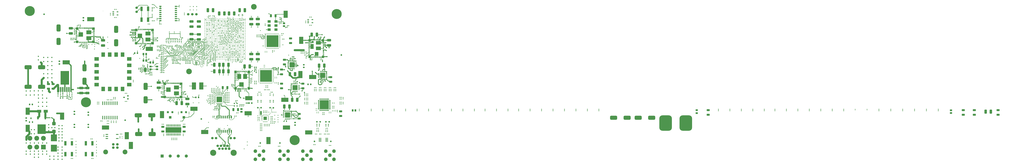
<source format=gbr>
%TF.GenerationSoftware,Altium Limited,Altium Designer,23.11.1 (41)*%
G04 Layer_Physical_Order=1*
G04 Layer_Color=255*
%FSLAX45Y45*%
%MOMM*%
%TF.SameCoordinates,5B37CA9A-06B1-4671-AC7C-9F047A950D05*%
%TF.FilePolarity,Positive*%
%TF.FileFunction,Copper,L1,Top,Signal*%
%TF.Part,Single*%
G01*
G75*
%TA.AperFunction,Conductor*%
%ADD10C,0.23844*%
%ADD11C,0.12246*%
%TA.AperFunction,SMDPad,CuDef*%
G04:AMPARAMS|DCode=12|XSize=4.4mm|YSize=2.5mm|CornerRadius=0.625mm|HoleSize=0mm|Usage=FLASHONLY|Rotation=0.000|XOffset=0mm|YOffset=0mm|HoleType=Round|Shape=RoundedRectangle|*
%AMROUNDEDRECTD12*
21,1,4.40000,1.25000,0,0,0.0*
21,1,3.15000,2.50000,0,0,0.0*
1,1,1.25000,1.57500,-0.62500*
1,1,1.25000,-1.57500,-0.62500*
1,1,1.25000,-1.57500,0.62500*
1,1,1.25000,1.57500,0.62500*
%
%ADD12ROUNDEDRECTD12*%
%ADD13R,0.76200X1.70180*%
G04:AMPARAMS|DCode=14|XSize=1.7018mm|YSize=0.762mm|CornerRadius=0.1905mm|HoleSize=0mm|Usage=FLASHONLY|Rotation=270.000|XOffset=0mm|YOffset=0mm|HoleType=Round|Shape=RoundedRectangle|*
%AMROUNDEDRECTD14*
21,1,1.70180,0.38100,0,0,270.0*
21,1,1.32080,0.76200,0,0,270.0*
1,1,0.38100,-0.19050,-0.66040*
1,1,0.38100,-0.19050,0.66040*
1,1,0.38100,0.19050,0.66040*
1,1,0.38100,0.19050,-0.66040*
%
%ADD14ROUNDEDRECTD14*%
%TA.AperFunction,ConnectorPad*%
G04:AMPARAMS|DCode=15|XSize=1.8034mm|YSize=1.1938mm|CornerRadius=0.20295mm|HoleSize=0mm|Usage=FLASHONLY|Rotation=180.000|XOffset=0mm|YOffset=0mm|HoleType=Round|Shape=RoundedRectangle|*
%AMROUNDEDRECTD15*
21,1,1.80340,0.78791,0,0,180.0*
21,1,1.39751,1.19380,0,0,180.0*
1,1,0.40589,-0.69875,0.39395*
1,1,0.40589,0.69875,0.39395*
1,1,0.40589,0.69875,-0.39395*
1,1,0.40589,-0.69875,-0.39395*
%
%ADD15ROUNDEDRECTD15*%
%TA.AperFunction,SMDPad,CuDef*%
G04:AMPARAMS|DCode=16|XSize=2.5mm|YSize=1.5mm|CornerRadius=0.3mm|HoleSize=0mm|Usage=FLASHONLY|Rotation=90.000|XOffset=0mm|YOffset=0mm|HoleType=Round|Shape=RoundedRectangle|*
%AMROUNDEDRECTD16*
21,1,2.50000,0.90000,0,0,90.0*
21,1,1.90000,1.50000,0,0,90.0*
1,1,0.60000,0.45000,0.95000*
1,1,0.60000,0.45000,-0.95000*
1,1,0.60000,-0.45000,-0.95000*
1,1,0.60000,-0.45000,0.95000*
%
%ADD16ROUNDEDRECTD16*%
G04:AMPARAMS|DCode=17|XSize=1.8034mm|YSize=1.1938mm|CornerRadius=0.20295mm|HoleSize=0mm|Usage=FLASHONLY|Rotation=180.000|XOffset=0mm|YOffset=0mm|HoleType=Round|Shape=RoundedRectangle|*
%AMROUNDEDRECTD17*
21,1,1.80340,0.78791,0,0,180.0*
21,1,1.39751,1.19380,0,0,180.0*
1,1,0.40589,-0.69875,0.39395*
1,1,0.40589,0.69875,0.39395*
1,1,0.40589,0.69875,-0.39395*
1,1,0.40589,-0.69875,-0.39395*
%
%ADD17ROUNDEDRECTD17*%
G04:AMPARAMS|DCode=18|XSize=1.397mm|YSize=1.0922mm|CornerRadius=0.20206mm|HoleSize=0mm|Usage=FLASHONLY|Rotation=180.000|XOffset=0mm|YOffset=0mm|HoleType=Round|Shape=RoundedRectangle|*
%AMROUNDEDRECTD18*
21,1,1.39700,0.68809,0,0,180.0*
21,1,0.99289,1.09220,0,0,180.0*
1,1,0.40411,-0.49644,0.34404*
1,1,0.40411,0.49644,0.34404*
1,1,0.40411,0.49644,-0.34404*
1,1,0.40411,-0.49644,-0.34404*
%
%ADD18ROUNDEDRECTD18*%
G04:AMPARAMS|DCode=19|XSize=0.508mm|YSize=0.508mm|CornerRadius=0.1524mm|HoleSize=0mm|Usage=FLASHONLY|Rotation=180.000|XOffset=0mm|YOffset=0mm|HoleType=Round|Shape=RoundedRectangle|*
%AMROUNDEDRECTD19*
21,1,0.50800,0.20320,0,0,180.0*
21,1,0.20320,0.50800,0,0,180.0*
1,1,0.30480,-0.10160,0.10160*
1,1,0.30480,0.10160,0.10160*
1,1,0.30480,0.10160,-0.10160*
1,1,0.30480,-0.10160,-0.10160*
%
%ADD19ROUNDEDRECTD19*%
%ADD20R,0.45720X0.30480*%
G04:AMPARAMS|DCode=21|XSize=7.8mm|YSize=9.6mm|CornerRadius=1.95mm|HoleSize=0mm|Usage=FLASHONLY|Rotation=0.000|XOffset=0mm|YOffset=0mm|HoleType=Round|Shape=RoundedRectangle|*
%AMROUNDEDRECTD21*
21,1,7.80000,5.70000,0,0,0.0*
21,1,3.90000,9.60000,0,0,0.0*
1,1,3.90000,1.95000,-2.85000*
1,1,3.90000,-1.95000,-2.85000*
1,1,3.90000,-1.95000,2.85000*
1,1,3.90000,1.95000,2.85000*
%
%ADD21ROUNDEDRECTD21*%
G04:AMPARAMS|DCode=22|XSize=1.397mm|YSize=1.0922mm|CornerRadius=0.20206mm|HoleSize=0mm|Usage=FLASHONLY|Rotation=90.000|XOffset=0mm|YOffset=0mm|HoleType=Round|Shape=RoundedRectangle|*
%AMROUNDEDRECTD22*
21,1,1.39700,0.68809,0,0,90.0*
21,1,0.99289,1.09220,0,0,90.0*
1,1,0.40411,0.34404,0.49644*
1,1,0.40411,0.34404,-0.49644*
1,1,0.40411,-0.34404,-0.49644*
1,1,0.40411,-0.34404,0.49644*
%
%ADD22ROUNDEDRECTD22*%
%ADD23R,3.10000X2.20000*%
%ADD24R,0.95000X0.60000*%
%ADD25R,1.60000X1.70000*%
%ADD26R,0.60000X0.95000*%
%ADD27R,1.10000X2.25000*%
%ADD28R,1.40000X1.24000*%
%ADD29R,2.04000X3.05000*%
%TA.AperFunction,SMDPad,SMDef*%
%ADD30C,1.00000*%
%TA.AperFunction,SMDPad,CuDef*%
G04:AMPARAMS|DCode=31|XSize=2.5mm|YSize=1.5mm|CornerRadius=0.3mm|HoleSize=0mm|Usage=FLASHONLY|Rotation=180.000|XOffset=0mm|YOffset=0mm|HoleType=Round|Shape=RoundedRectangle|*
%AMROUNDEDRECTD31*
21,1,2.50000,0.90000,0,0,180.0*
21,1,1.90000,1.50000,0,0,180.0*
1,1,0.60000,-0.95000,0.45000*
1,1,0.60000,0.95000,0.45000*
1,1,0.60000,0.95000,-0.45000*
1,1,0.60000,-0.95000,-0.45000*
%
%ADD31ROUNDEDRECTD31*%
G04:AMPARAMS|DCode=32|XSize=2.4mm|YSize=1.65mm|CornerRadius=0.04125mm|HoleSize=0mm|Usage=FLASHONLY|Rotation=270.000|XOffset=0mm|YOffset=0mm|HoleType=Round|Shape=RoundedRectangle|*
%AMROUNDEDRECTD32*
21,1,2.40000,1.56750,0,0,270.0*
21,1,2.31750,1.65000,0,0,270.0*
1,1,0.08250,-0.78375,-1.15875*
1,1,0.08250,-0.78375,1.15875*
1,1,0.08250,0.78375,1.15875*
1,1,0.08250,0.78375,-1.15875*
%
%ADD32ROUNDEDRECTD32*%
G04:AMPARAMS|DCode=33|XSize=0.24mm|YSize=0.6mm|CornerRadius=0.0492mm|HoleSize=0mm|Usage=FLASHONLY|Rotation=270.000|XOffset=0mm|YOffset=0mm|HoleType=Round|Shape=RoundedRectangle|*
%AMROUNDEDRECTD33*
21,1,0.24000,0.50160,0,0,270.0*
21,1,0.14160,0.60000,0,0,270.0*
1,1,0.09840,-0.25080,-0.07080*
1,1,0.09840,-0.25080,0.07080*
1,1,0.09840,0.25080,0.07080*
1,1,0.09840,0.25080,-0.07080*
%
%ADD33ROUNDEDRECTD33*%
G04:AMPARAMS|DCode=34|XSize=1.6mm|YSize=1.7mm|CornerRadius=0.4mm|HoleSize=0mm|Usage=FLASHONLY|Rotation=270.000|XOffset=0mm|YOffset=0mm|HoleType=Round|Shape=RoundedRectangle|*
%AMROUNDEDRECTD34*
21,1,1.60000,0.90000,0,0,270.0*
21,1,0.80000,1.70000,0,0,270.0*
1,1,0.80000,-0.45000,-0.40000*
1,1,0.80000,-0.45000,0.40000*
1,1,0.80000,0.45000,0.40000*
1,1,0.80000,0.45000,-0.40000*
%
%ADD34ROUNDEDRECTD34*%
%ADD35R,2.80000X2.80000*%
%ADD36R,1.70000X1.60000*%
%ADD37R,3.10000X2.35000*%
G04:AMPARAMS|DCode=38|XSize=0.508mm|YSize=0.508mm|CornerRadius=0.1524mm|HoleSize=0mm|Usage=FLASHONLY|Rotation=90.000|XOffset=0mm|YOffset=0mm|HoleType=Round|Shape=RoundedRectangle|*
%AMROUNDEDRECTD38*
21,1,0.50800,0.20320,0,0,90.0*
21,1,0.20320,0.50800,0,0,90.0*
1,1,0.30480,0.10160,0.10160*
1,1,0.30480,0.10160,-0.10160*
1,1,0.30480,-0.10160,-0.10160*
1,1,0.30480,-0.10160,0.10160*
%
%ADD38ROUNDEDRECTD38*%
%TA.AperFunction,BGAPad,CuDef*%
%ADD39C,0.45000*%
%TA.AperFunction,SMDPad,CuDef*%
G04:AMPARAMS|DCode=40|XSize=1mm|YSize=0.8mm|CornerRadius=0.2mm|HoleSize=0mm|Usage=FLASHONLY|Rotation=180.000|XOffset=0mm|YOffset=0mm|HoleType=Round|Shape=RoundedRectangle|*
%AMROUNDEDRECTD40*
21,1,1.00000,0.40000,0,0,180.0*
21,1,0.60000,0.80000,0,0,180.0*
1,1,0.40000,-0.30000,0.20000*
1,1,0.40000,0.30000,0.20000*
1,1,0.40000,0.30000,-0.20000*
1,1,0.40000,-0.30000,-0.20000*
%
%ADD40ROUNDEDRECTD40*%
%ADD41R,0.71120X1.01600*%
%ADD42R,4.50000X2.53000*%
%ADD43R,2.53000X4.50000*%
%ADD44R,2.35000X3.10000*%
%ADD45R,1.60000X1.70000*%
%ADD46R,2.80000X2.80000*%
G04:AMPARAMS|DCode=47|XSize=1.6mm|YSize=1.7mm|CornerRadius=0.4mm|HoleSize=0mm|Usage=FLASHONLY|Rotation=0.000|XOffset=0mm|YOffset=0mm|HoleType=Round|Shape=RoundedRectangle|*
%AMROUNDEDRECTD47*
21,1,1.60000,0.90000,0,0,0.0*
21,1,0.80000,1.70000,0,0,0.0*
1,1,0.80000,0.40000,-0.45000*
1,1,0.80000,-0.40000,-0.45000*
1,1,0.80000,-0.40000,0.45000*
1,1,0.80000,0.40000,0.45000*
%
%ADD47ROUNDEDRECTD47*%
G04:AMPARAMS|DCode=48|XSize=4.4mm|YSize=2.5mm|CornerRadius=0.625mm|HoleSize=0mm|Usage=FLASHONLY|Rotation=270.000|XOffset=0mm|YOffset=0mm|HoleType=Round|Shape=RoundedRectangle|*
%AMROUNDEDRECTD48*
21,1,4.40000,1.25000,0,0,270.0*
21,1,3.15000,2.50000,0,0,270.0*
1,1,1.25000,-0.62500,-1.57500*
1,1,1.25000,-0.62500,1.57500*
1,1,1.25000,0.62500,1.57500*
1,1,1.25000,0.62500,-1.57500*
%
%ADD48ROUNDEDRECTD48*%
%ADD49O,0.23000X0.80000*%
%ADD50O,0.80000X0.23000*%
%ADD51R,7.40000X7.40000*%
%ADD52R,0.30480X0.45720*%
G04:AMPARAMS|DCode=53|XSize=1.8034mm|YSize=1.1938mm|CornerRadius=0.20295mm|HoleSize=0mm|Usage=FLASHONLY|Rotation=90.000|XOffset=0mm|YOffset=0mm|HoleType=Round|Shape=RoundedRectangle|*
%AMROUNDEDRECTD53*
21,1,1.80340,0.78791,0,0,90.0*
21,1,1.39751,1.19380,0,0,90.0*
1,1,0.40589,0.39395,0.69875*
1,1,0.40589,0.39395,-0.69875*
1,1,0.40589,-0.39395,-0.69875*
1,1,0.40589,-0.39395,0.69875*
%
%ADD53ROUNDEDRECTD53*%
%ADD54R,1.95000X1.55000*%
%ADD55R,2.80000X2.30000*%
%ADD56R,2.30000X2.80000*%
G04:AMPARAMS|DCode=57|XSize=0.95mm|YSize=0.3mm|CornerRadius=0.075mm|HoleSize=0mm|Usage=FLASHONLY|Rotation=0.000|XOffset=0mm|YOffset=0mm|HoleType=Round|Shape=RoundedRectangle|*
%AMROUNDEDRECTD57*
21,1,0.95000,0.15000,0,0,0.0*
21,1,0.80000,0.30000,0,0,0.0*
1,1,0.15000,0.40000,-0.07500*
1,1,0.15000,-0.40000,-0.07500*
1,1,0.15000,-0.40000,0.07500*
1,1,0.15000,0.40000,0.07500*
%
%ADD57ROUNDEDRECTD57*%
G04:AMPARAMS|DCode=58|XSize=0.35mm|YSize=1mm|CornerRadius=0.0875mm|HoleSize=0mm|Usage=FLASHONLY|Rotation=0.000|XOffset=0mm|YOffset=0mm|HoleType=Round|Shape=RoundedRectangle|*
%AMROUNDEDRECTD58*
21,1,0.35000,0.82500,0,0,0.0*
21,1,0.17500,1.00000,0,0,0.0*
1,1,0.17500,0.08750,-0.41250*
1,1,0.17500,-0.08750,-0.41250*
1,1,0.17500,-0.08750,0.41250*
1,1,0.17500,0.08750,0.41250*
%
%ADD58ROUNDEDRECTD58*%
%ADD59R,3.15000X3.15000*%
G04:AMPARAMS|DCode=60|XSize=0.35mm|YSize=1mm|CornerRadius=0.0875mm|HoleSize=0mm|Usage=FLASHONLY|Rotation=270.000|XOffset=0mm|YOffset=0mm|HoleType=Round|Shape=RoundedRectangle|*
%AMROUNDEDRECTD60*
21,1,0.35000,0.82500,0,0,270.0*
21,1,0.17500,1.00000,0,0,270.0*
1,1,0.17500,-0.41250,-0.08750*
1,1,0.17500,-0.41250,0.08750*
1,1,0.17500,0.41250,0.08750*
1,1,0.17500,0.41250,-0.08750*
%
%ADD60ROUNDEDRECTD60*%
G04:AMPARAMS|DCode=61|XSize=3.15mm|YSize=3.15mm|CornerRadius=0.1575mm|HoleSize=0mm|Usage=FLASHONLY|Rotation=270.000|XOffset=0mm|YOffset=0mm|HoleType=Round|Shape=RoundedRectangle|*
%AMROUNDEDRECTD61*
21,1,3.15000,2.83500,0,0,270.0*
21,1,2.83500,3.15000,0,0,270.0*
1,1,0.31500,-1.41750,-1.41750*
1,1,0.31500,-1.41750,1.41750*
1,1,0.31500,1.41750,1.41750*
1,1,0.31500,1.41750,-1.41750*
%
%ADD61ROUNDEDRECTD61*%
%ADD62R,1.40000X2.75000*%
%ADD63R,1.01600X0.71120*%
%ADD64C,1.00000*%
G04:AMPARAMS|DCode=65|XSize=2.26mm|YSize=2.16mm|CornerRadius=0.54mm|HoleSize=0mm|Usage=FLASHONLY|Rotation=180.000|XOffset=0mm|YOffset=0mm|HoleType=Round|Shape=RoundedRectangle|*
%AMROUNDEDRECTD65*
21,1,2.26000,1.08000,0,0,180.0*
21,1,1.18000,2.16000,0,0,180.0*
1,1,1.08000,-0.59000,0.54000*
1,1,1.08000,0.59000,0.54000*
1,1,1.08000,0.59000,-0.54000*
1,1,1.08000,-0.59000,-0.54000*
%
%ADD65ROUNDEDRECTD65*%
%ADD66R,2.50000X1.70000*%
%ADD67R,0.95000X2.00000*%
%ADD68R,5.15000X6.00000*%
%ADD69R,3.81000X4.24180*%
G04:AMPARAMS|DCode=70|XSize=3.15mm|YSize=3.15mm|CornerRadius=0.1575mm|HoleSize=0mm|Usage=FLASHONLY|Rotation=0.000|XOffset=0mm|YOffset=0mm|HoleType=Round|Shape=RoundedRectangle|*
%AMROUNDEDRECTD70*
21,1,3.15000,2.83500,0,0,0.0*
21,1,2.83500,3.15000,0,0,0.0*
1,1,0.31500,1.41750,-1.41750*
1,1,0.31500,-1.41750,-1.41750*
1,1,0.31500,-1.41750,1.41750*
1,1,0.31500,1.41750,1.41750*
%
%ADD70ROUNDEDRECTD70*%
%ADD71R,2.10000X2.10000*%
%ADD72O,0.80000X0.20000*%
%ADD73O,0.20000X0.80000*%
G04:AMPARAMS|DCode=74|XSize=0.3mm|YSize=0.45mm|CornerRadius=0.075mm|HoleSize=0mm|Usage=FLASHONLY|Rotation=90.000|XOffset=0mm|YOffset=0mm|HoleType=Round|Shape=RoundedRectangle|*
%AMROUNDEDRECTD74*
21,1,0.30000,0.30000,0,0,90.0*
21,1,0.15000,0.45000,0,0,90.0*
1,1,0.15000,0.15000,0.07500*
1,1,0.15000,0.15000,-0.07500*
1,1,0.15000,-0.15000,-0.07500*
1,1,0.15000,-0.15000,0.07500*
%
%ADD74ROUNDEDRECTD74*%
%ADD75R,1.65000X0.60000*%
%ADD76R,0.55900X2.29900*%
G04:AMPARAMS|DCode=77|XSize=0.65mm|YSize=0.85mm|CornerRadius=0.1625mm|HoleSize=0mm|Usage=FLASHONLY|Rotation=180.000|XOffset=0mm|YOffset=0mm|HoleType=Round|Shape=RoundedRectangle|*
%AMROUNDEDRECTD77*
21,1,0.65000,0.52500,0,0,180.0*
21,1,0.32500,0.85000,0,0,180.0*
1,1,0.32500,-0.16250,0.26250*
1,1,0.32500,0.16250,0.26250*
1,1,0.32500,0.16250,-0.26250*
1,1,0.32500,-0.16250,-0.26250*
%
%ADD77ROUNDEDRECTD77*%
%ADD78R,0.80000X0.25000*%
%ADD79R,0.25000X0.80000*%
G04:AMPARAMS|DCode=80|XSize=3.4mm|YSize=3.4mm|CornerRadius=0mm|HoleSize=0mm|Usage=FLASHONLY|Rotation=90.000|XOffset=0mm|YOffset=0mm|HoleType=Round|Shape=RoundedRectangle|*
%AMROUNDEDRECTD80*
21,1,3.40000,3.40000,0,0,90.0*
21,1,3.40000,3.40000,0,0,90.0*
1,1,0.00000,1.70000,1.70000*
1,1,0.00000,1.70000,-1.70000*
1,1,0.00000,-1.70000,-1.70000*
1,1,0.00000,-1.70000,1.70000*
%
%ADD80ROUNDEDRECTD80*%
%ADD81O,0.28000X0.85000*%
%ADD82O,0.85000X0.28000*%
%ADD83R,5.60000X5.60000*%
%ADD84R,0.64000X0.61000*%
%ADD85O,1.80000X0.40000*%
G04:AMPARAMS|DCode=86|XSize=0.59mm|YSize=0.45mm|CornerRadius=0.1125mm|HoleSize=0mm|Usage=FLASHONLY|Rotation=90.000|XOffset=0mm|YOffset=0mm|HoleType=Round|Shape=RoundedRectangle|*
%AMROUNDEDRECTD86*
21,1,0.59000,0.22500,0,0,90.0*
21,1,0.36500,0.45000,0,0,90.0*
1,1,0.22500,0.11250,0.18250*
1,1,0.22500,0.11250,-0.18250*
1,1,0.22500,-0.11250,-0.18250*
1,1,0.22500,-0.11250,0.18250*
%
%ADD86ROUNDEDRECTD86*%
%ADD87R,0.45000X0.59000*%
%TA.AperFunction,SMDPad,SMDef*%
%ADD88R,9.70000X3.40000*%
%TA.AperFunction,SMDPad,CuDef*%
%ADD89O,0.30000X1.60000*%
%ADD90R,1.60000X1.50000*%
G04:AMPARAMS|DCode=91|XSize=1.2mm|YSize=1.2mm|CornerRadius=0.3mm|HoleSize=0mm|Usage=FLASHONLY|Rotation=180.000|XOffset=0mm|YOffset=0mm|HoleType=Round|Shape=RoundedRectangle|*
%AMROUNDEDRECTD91*
21,1,1.20000,0.60000,0,0,180.0*
21,1,0.60000,1.20000,0,0,180.0*
1,1,0.60000,-0.30000,0.30000*
1,1,0.60000,0.30000,0.30000*
1,1,0.60000,0.30000,-0.30000*
1,1,0.60000,-0.30000,-0.30000*
%
%ADD91ROUNDEDRECTD91*%
%ADD92R,1.20000X1.20000*%
%ADD93R,1.05000X0.60000*%
G04:AMPARAMS|DCode=94|XSize=1mm|YSize=0.8mm|CornerRadius=0.2mm|HoleSize=0mm|Usage=FLASHONLY|Rotation=90.000|XOffset=0mm|YOffset=0mm|HoleType=Round|Shape=RoundedRectangle|*
%AMROUNDEDRECTD94*
21,1,1.00000,0.40000,0,0,90.0*
21,1,0.60000,0.80000,0,0,90.0*
1,1,0.40000,0.20000,0.30000*
1,1,0.40000,0.20000,-0.30000*
1,1,0.40000,-0.20000,-0.30000*
1,1,0.40000,-0.20000,0.30000*
%
%ADD94ROUNDEDRECTD94*%
%ADD95R,1.39700X0.63500*%
G04:AMPARAMS|DCode=96|XSize=3.06mm|YSize=0.89mm|CornerRadius=0.2225mm|HoleSize=0mm|Usage=FLASHONLY|Rotation=90.000|XOffset=0mm|YOffset=0mm|HoleType=Round|Shape=RoundedRectangle|*
%AMROUNDEDRECTD96*
21,1,3.06000,0.44500,0,0,90.0*
21,1,2.61500,0.89000,0,0,90.0*
1,1,0.44500,0.22250,1.30750*
1,1,0.44500,0.22250,-1.30750*
1,1,0.44500,-0.22250,-1.30750*
1,1,0.44500,-0.22250,1.30750*
%
%ADD96ROUNDEDRECTD96*%
%ADD97R,5.35000X8.53999*%
%TA.AperFunction,Conductor*%
%ADD98C,0.50800*%
%ADD99C,1.01600*%
%ADD100C,1.27000*%
%ADD101C,0.38100*%
%ADD102C,0.25400*%
%ADD103C,0.23978*%
%ADD104C,0.76200*%
%ADD105C,0.22860*%
%ADD106C,0.16164*%
%ADD107C,0.21716*%
%ADD108C,0.21907*%
%ADD109R,2.30000X2.25000*%
%TA.AperFunction,ComponentPad*%
%ADD110C,6.20000*%
%ADD111C,3.50000*%
%ADD112C,2.20000*%
%ADD113C,3.00000*%
%ADD114R,3.00000X3.00000*%
%ADD115R,1.90500X1.90500*%
%ADD116C,1.90500*%
%ADD117C,1.60000*%
%ADD118C,0.60000*%
%ADD119C,1.52400*%
G04:AMPARAMS|DCode=120|XSize=1.524mm|YSize=1.524mm|CornerRadius=0mm|HoleSize=0mm|Usage=FLASHONLY|Rotation=0.000|XOffset=0mm|YOffset=0mm|HoleType=Round|Shape=Octagon|*
%AMOCTAGOND120*
4,1,8,0.76200,-0.38100,0.76200,0.38100,0.38100,0.76200,-0.38100,0.76200,-0.76200,0.38100,-0.76200,-0.38100,-0.38100,-0.76200,0.38100,-0.76200,0.76200,-0.38100,0.0*
%
%ADD120OCTAGOND120*%

%ADD121C,3.81000*%
%TA.AperFunction,ViaPad*%
%ADD122C,0.76200*%
%ADD123C,0.50000*%
%ADD124C,0.30480*%
%ADD125C,0.50800*%
%ADD126C,0.71120*%
%ADD127C,0.55880*%
G36*
X7679908Y5999796D02*
X7680903D01*
X7682741Y5999035D01*
X7684147Y5997628D01*
X7684908Y5995791D01*
Y5994796D01*
D01*
Y5664796D01*
Y5663802D01*
X7684147Y5661964D01*
X7682741Y5660557D01*
X7680903Y5659796D01*
X7679908D01*
D01*
X7664908D01*
X7663914D01*
X7662076Y5660557D01*
X7660669Y5661964D01*
X7659908Y5663802D01*
Y5664796D01*
D01*
Y5994796D01*
Y5995791D01*
X7660669Y5997628D01*
X7662076Y5999035D01*
X7663914Y5999796D01*
X7664908D01*
D01*
X7679908D01*
D02*
G37*
G36*
X7729908D02*
X7730903D01*
X7732741Y5999035D01*
X7734147Y5997628D01*
X7734908Y5995791D01*
Y5994796D01*
D01*
Y5664796D01*
Y5663802D01*
X7734147Y5661964D01*
X7732741Y5660557D01*
X7730903Y5659796D01*
X7729908D01*
D01*
X7714908D01*
X7713914D01*
X7712076Y5660557D01*
X7710670Y5661964D01*
X7709908Y5663802D01*
Y5664796D01*
D01*
Y5994796D01*
Y5995791D01*
X7710670Y5997628D01*
X7712076Y5999035D01*
X7713914Y5999796D01*
X7714908D01*
D01*
X7729908D01*
D02*
G37*
G36*
X18798399Y6569400D02*
X18638400D01*
X18638402Y6664400D01*
X18703400Y6739396D01*
X18798399Y6739400D01*
Y6569400D01*
D02*
G37*
D10*
X10199656Y7486001D02*
G03*
X10223500Y7509845I0J23844D01*
G01*
X10165683Y7486001D02*
G03*
X10151114Y7471432I0J-14568D01*
G01*
Y7458945D02*
G03*
X10165683Y7444376I14568J0D01*
G01*
X10223500Y7420532D02*
G03*
X10199656Y7444376I-23844J0D01*
G01*
X10791546Y7631144D02*
G03*
X10815391Y7607300I23844J0D01*
G01*
X10791546Y7664465D02*
G03*
X10776978Y7679034I-14568J0D01*
G01*
X10764491D02*
G03*
X10749922Y7664465I0J-14568D01*
G01*
X10735354Y7562846D02*
G03*
X10749922Y7577414I0J14568D01*
G01*
X10708298D02*
G03*
X10722866Y7562846I14568J0D01*
G01*
X10708298Y7583456D02*
G03*
X10684454Y7607300I-23844J0D01*
G01*
X10524021D02*
G03*
X10500177Y7583456I0J-23844D01*
G01*
X10485608Y7562845D02*
G03*
X10500177Y7577414I0J14568D01*
G01*
X10458552D02*
G03*
X10473121Y7562845I14568J0D01*
G01*
X10458552Y7624384D02*
G03*
X10443984Y7638952I-14568J0D01*
G01*
X10431497D02*
G03*
X10416928Y7624384I0J-14568D01*
G01*
X10402360Y7517670D02*
G03*
X10416928Y7532238I0J14568D01*
G01*
X10375304D02*
G03*
X10389872Y7517670I14568J0D01*
G01*
X10375304Y7664465D02*
G03*
X10360735Y7679034I-14568J0D01*
G01*
X10348248D02*
G03*
X10333680Y7664465I0J-14568D01*
G01*
X10309835Y7607300D02*
G03*
X10333680Y7631144I0J23844D01*
G01*
X11039305Y6588996D02*
G03*
X11039305Y6555275I16860J-16861D01*
G01*
X11104152Y6653842D02*
G03*
X11104152Y6674446I-10301J10301D01*
G01*
X11095322Y6683275D02*
G03*
X11074719Y6683275I-10301J-10301D01*
G01*
X10976151Y6618429D02*
G03*
X11009872Y6618429I16861J16860D01*
G01*
X10918776Y6170644D02*
G03*
X10942620Y6146800I23844J0D01*
G01*
X10918776Y6333935D02*
G03*
X10904208Y6348503I-14568J0D01*
G01*
X10891720D02*
G03*
X10877152Y6333935I0J-14568D01*
G01*
X10862583Y6122944D02*
G03*
X10877152Y6137513I0J14568D01*
G01*
X10835527D02*
G03*
X10850096Y6122944I14568J0D01*
G01*
X10835527Y6347433D02*
G03*
X10820959Y6362001I-14568J0D01*
G01*
X10808472D02*
G03*
X10793903Y6347433I0J-14568D01*
G01*
X10770059Y6146800D02*
G03*
X10793903Y6170644I0J23844D01*
G01*
X10741331Y7090749D02*
G03*
X10741331Y7057028I16860J-16861D01*
G01*
X10765403Y7012352D02*
G03*
X10765403Y7032955I-10301J10301D01*
G01*
X10735970Y7003522D02*
G03*
X10756573Y7003522I10301J10301D01*
G01*
X10681932Y7057560D02*
G03*
X10661329Y7057560I-10301J-10301D01*
G01*
X10652500Y7048731D02*
G03*
X10652499Y7028127I10301J-10302D01*
G01*
X10707318Y6952706D02*
G03*
X10707318Y6973309I-10301J10301D01*
G01*
X10677885Y6943876D02*
G03*
X10698488Y6943877I10301J10301D01*
G01*
X10653033Y6968729D02*
G03*
X10619312Y6968729I-16861J-16860D01*
G01*
X10719583Y7525476D02*
G03*
X10695739Y7501631I0J-23844D01*
G01*
X10681170Y7289721D02*
G03*
X10695739Y7304290I0J14568D01*
G01*
X10654114D02*
G03*
X10668683Y7289721I14568J0D01*
G01*
X10654114Y7555362D02*
G03*
X10639546Y7569930I-14568J0D01*
G01*
X10627059D02*
G03*
X10612490Y7555362I0J-14568D01*
G01*
X10597922Y7312089D02*
G03*
X10612490Y7326657I0J14568D01*
G01*
X10570866D02*
G03*
X10585434Y7312089I14568J0D01*
G01*
X10570866Y7501631D02*
G03*
X10547022Y7525476I-23844J0D01*
G01*
X10951859Y7316756D02*
G03*
X10928015Y7340600I-23844J0D01*
G01*
X10951859Y7214697D02*
G03*
X10966428Y7200129I14568J0D01*
G01*
X10978915D02*
G03*
X10993484Y7214697I0J14568D01*
G01*
X11008052Y7340624D02*
G03*
X10993484Y7326056I0J-14568D01*
G01*
X11035108D02*
G03*
X11020540Y7340624I-14568J0D01*
G01*
X11035108Y7203191D02*
G03*
X11049676Y7188623I14568J0D01*
G01*
X11062164D02*
G03*
X11076732Y7203191I0J14568D01*
G01*
X11100576Y7340600D02*
G03*
X11076732Y7316756I0J-23844D01*
G01*
X11083372Y7505700D02*
G03*
X11059527Y7481856I0J-23844D01*
G01*
X11044959Y7403523D02*
G03*
X11059527Y7418091I0J14568D01*
G01*
X11017903D02*
G03*
X11032471Y7403523I14568J0D01*
G01*
X11017903Y7495174D02*
G03*
X11003335Y7509743I-14568J0D01*
G01*
X10990847D02*
G03*
X10976279Y7495174I0J-14568D01*
G01*
X10961710Y7403523D02*
G03*
X10976279Y7418091I0J14568D01*
G01*
X10934655D02*
G03*
X10949223Y7403523I14568J0D01*
G01*
X10934655Y7481856D02*
G03*
X10910810Y7505700I-23844J0D01*
G01*
X10350125Y7264400D02*
G03*
X10373969Y7288244I0J23844D01*
G01*
X10388538Y7368933D02*
G03*
X10373969Y7354365I0J-14568D01*
G01*
X10415594D02*
G03*
X10401025Y7368933I-14568J0D01*
G01*
X10415594Y7259633D02*
G03*
X10430162Y7245064I14568J0D01*
G01*
X10442649D02*
G03*
X10457218Y7259633I0J14568D01*
G01*
X10471786Y7432887D02*
G03*
X10457218Y7418318I0J-14568D01*
G01*
X10498842D02*
G03*
X10484274Y7432887I-14568J0D01*
G01*
X10498842Y7288244D02*
G03*
X10522686Y7264400I23844J0D01*
G01*
X15636700Y5823300D02*
X15748000D01*
X15636700Y5865244D02*
X15661127Y5889671D01*
X15636700Y5823300D02*
Y5865244D01*
X15838519Y5823300D02*
X15896021Y5765800D01*
X15759081Y5823300D02*
X15838519D01*
X15755620Y5826760D02*
X15759081Y5823300D01*
X15748000Y5826760D02*
X15755620D01*
X15896021Y5765800D02*
X15951199D01*
X15925800Y5537200D02*
X15946120Y5557520D01*
X16154401D01*
X15951199Y5638800D02*
Y5765800D01*
X18398399Y7781200D02*
X18465800Y7848600D01*
X18398399Y7701900D02*
Y7781200D01*
X18488400Y7701900D02*
X18578400D01*
X18398399D02*
X18488400D01*
X18308400D02*
X18398399D01*
X18578400Y7684400D02*
X18598399Y7664400D01*
X18718401D01*
X18578400Y7684400D02*
Y7701900D01*
X18724800Y7670800D02*
X18923000D01*
X18930600Y7678400D01*
X19100800D01*
X18346400Y8026400D02*
X18669000D01*
X17272000Y5029200D02*
X17330420Y4970780D01*
X17475200D01*
X17003116Y4973221D02*
Y5014316D01*
X17133418Y5093818D02*
X17136404Y5096805D01*
X17003116Y5014316D02*
X17082619Y5093818D01*
X16997539Y4967644D02*
X17003116Y4973221D01*
X17082619Y5093818D02*
X17133418D01*
X17011650Y5200650D02*
X17035780Y5224780D01*
X17043401D01*
X17011650Y5130800D02*
Y5200650D01*
X16922749Y5009932D02*
X16932538Y5000144D01*
X16922749Y5009932D02*
Y5130800D01*
X16932538Y4967644D02*
Y5000144D01*
X16861960Y4953000D02*
X16867538Y4958578D01*
Y4967644D01*
X16764000Y4953000D02*
X16861960D01*
X16757530Y4946530D02*
X16764000Y4953000D01*
X16757530Y4857652D02*
Y4946530D01*
X17576801Y4419600D02*
X17585201Y4411200D01*
Y4311650D02*
Y4411200D01*
X17424400Y4521200D02*
X17475200Y4572000D01*
Y4681220D01*
X17270030Y4662652D02*
X17288599Y4681220D01*
X17475200D01*
X17237531Y4662652D02*
X17270030D01*
X17268748Y4321252D02*
X17272000Y4318000D01*
X17168988Y4321252D02*
X17268748D01*
X17297400Y4180913D02*
Y4191000D01*
X17132138Y4015652D02*
X17297400Y4180913D01*
X17132138Y3965652D02*
Y4015652D01*
X16648198Y3367002D02*
Y3548598D01*
X16306799Y2616200D02*
Y2651500D01*
X16394998Y2739698D01*
Y2772198D01*
X16459998Y2616998D02*
Y2772198D01*
X16996198Y2996148D02*
X16996724Y2996674D01*
X17093674D02*
X17094200Y2997200D01*
X16996724Y2996674D02*
X17093674D01*
X16660576Y2784135D02*
X17240115D01*
X16654997Y2772198D02*
Y2778558D01*
X17240115Y2784135D02*
X17250198Y2794218D01*
X16654997Y2778558D02*
X16660576Y2784135D01*
X10153650Y7315200D02*
Y7385020D01*
X10117598Y7421072D02*
Y7421102D01*
Y7421072D02*
X10153650Y7385020D01*
X8534400Y4521200D02*
Y4716800D01*
X8553600Y4736000D01*
X8534400Y5036800D02*
Y5181600D01*
X8567478Y5003722D02*
X8861578D01*
X13569949Y6360366D02*
X13604160Y6394575D01*
X13569949Y6299200D02*
Y6360366D01*
X13604160Y6394575D02*
Y6399987D01*
X13499977Y6383143D02*
Y6499987D01*
Y6383143D02*
X13500101Y6383020D01*
X13792200Y4064000D02*
X14122400D01*
X14579601Y5664200D02*
Y5826760D01*
X14478000D02*
X14579601D01*
X14478000Y5740400D02*
Y5826760D01*
X14287500Y5549900D02*
X14325600Y5511800D01*
X14152699Y5549900D02*
X14287500D01*
X13297701Y4687400D02*
X13368279Y4757978D01*
X6908800Y7772400D02*
X6949390Y7731810D01*
X7099900D01*
X6937790Y7641810D02*
X7099900D01*
X8454610D02*
X8458200Y7645400D01*
X8184900Y7641810D02*
X8454610D01*
X8456810Y7821810D02*
X8458200Y7823200D01*
X8184900Y7821810D02*
X8456810D01*
X8184900Y7731810D02*
X8371790D01*
X8002400Y7189600D02*
Y7464310D01*
X7950200Y7137400D02*
X8002400Y7189600D01*
Y7464310D02*
X8114900D01*
X7912400D02*
X8002400D01*
X7822400D02*
X7912400D01*
X8114900D02*
X8147400Y7496810D01*
X8184900Y7731810D02*
Y7821810D01*
Y7641810D02*
Y7731810D01*
Y7534310D02*
Y7641810D01*
X8147400Y7496810D02*
X8184900Y7534310D01*
X7876400Y7731810D02*
X8184900D01*
X7867400Y7722810D02*
X7876400Y7731810D01*
X7837408Y6016679D02*
Y6135608D01*
Y5929796D02*
Y6016679D01*
X3093806Y4493217D02*
X3149600Y4437423D01*
Y4260850D02*
Y4437423D01*
X3093806Y4493217D02*
Y4607306D01*
X2807140Y8103040D02*
X2832540D01*
X3082235D01*
X3302000Y8064500D02*
X3322340Y8084840D01*
X3432335D01*
X3302000Y8318500D02*
X3355660Y8264840D01*
X3432335D01*
X3302000Y8191500D02*
X3318660Y8174840D01*
X3432335D01*
Y8264840D01*
Y8084840D02*
Y8174840D01*
X15360304Y9326880D02*
X15362769Y9329343D01*
X15395943D01*
X8226200Y9909400D02*
X8432800Y9702800D01*
X8128000Y9909400D02*
X8226200D01*
X16357600Y3962400D02*
Y4196406D01*
X16319501Y4234506D02*
Y4241800D01*
Y4234506D02*
X16357600Y4196406D01*
X8742546Y4736000D02*
X8871800D01*
X8553600D02*
X8742546D01*
X8884921Y6945629D02*
X8891318D01*
X8807450Y5778500D02*
X8892588D01*
X8891318Y6945629D02*
X8892588Y6944360D01*
X8623300Y5664200D02*
X8718550D01*
X8534400Y5036800D02*
X8567478Y5003722D01*
X14254700Y5694900D02*
X14350999Y5791200D01*
X14120200Y5694900D02*
X14254700D01*
X13315950Y3821250D02*
X13392101Y3745100D01*
X13315950Y3821250D02*
Y3911600D01*
X13392101Y3735100D02*
Y3745100D01*
X13982700Y4508500D02*
X14122400Y4368800D01*
Y4064000D02*
Y4368800D01*
X7213329Y6870921D02*
Y6997479D01*
Y6870921D02*
X7213550Y6870700D01*
X7213108Y6997700D02*
X7213329Y6997479D01*
X14943782Y7771493D02*
X14950418Y7764857D01*
X14943782Y7771493D02*
Y7808268D01*
X12945721Y8750200D02*
X12949756D01*
X12540000Y5943600D02*
Y6146800D01*
Y5740400D02*
Y5943600D01*
X12301200D02*
Y6146800D01*
Y5740400D02*
Y5943600D01*
X12468788Y4233789D02*
Y4358994D01*
X7389433Y5928221D02*
X7392112Y5930900D01*
X7389433Y5826621D02*
X7392112Y5829300D01*
X9443877Y3868263D02*
X9547601Y3764539D01*
X9899650Y7315200D02*
X9954225D01*
X9830678Y7142347D02*
X9835933Y7137091D01*
X9830678Y7142347D02*
Y7144142D01*
X9391565Y7315115D02*
X9391650Y7315200D01*
X9391480Y7243216D02*
X9391565Y7243301D01*
Y7315115D01*
X9093200Y6156960D02*
Y6197600D01*
X8818879Y5891529D02*
X8827769D01*
X8807450Y5880100D02*
X8818879Y5891529D01*
X8827769D02*
X9093200Y6156960D01*
X8985250Y6172200D02*
X8986520D01*
X8807450Y5994400D02*
X8985250Y6172200D01*
X9023351Y6438901D02*
Y6455411D01*
X8807450Y6223000D02*
X9023351Y6438901D01*
Y6455411D02*
X9024620Y6456680D01*
X8807450Y7023100D02*
X8884921Y6945629D01*
X9835933Y7083699D02*
Y7137091D01*
X9392919Y7207048D02*
X9519981Y7079986D01*
X9392919Y7207048D02*
Y7241541D01*
X9519981Y7077415D02*
Y7079986D01*
X9391650Y7242810D02*
X9392919Y7241541D01*
X9645650Y7263130D02*
Y7315200D01*
X9086850Y7240270D02*
X9123680Y7203440D01*
X9086850Y7240270D02*
Y7315200D01*
X9999981Y6519986D02*
X10039980Y6479987D01*
X10718800Y3121660D02*
Y3403600D01*
X10502900Y2905760D02*
X10718800Y3121660D01*
X10414000Y2905760D02*
X10502900D01*
X10061800Y2715794D02*
X10089386Y2743381D01*
X10061800Y2708500D02*
Y2715794D01*
X10089386Y2743381D02*
Y2870201D01*
X10012679Y2640329D02*
Y2659379D01*
X10001250Y2628900D02*
X10012679Y2640329D01*
Y2659379D02*
X10061800Y2708500D01*
X10370821Y2870201D02*
X10406380Y2905760D01*
X10089386Y2870201D02*
X10370821D01*
X10406380Y2905760D02*
X10414000D01*
X10634980Y4147820D02*
X10668000Y4114800D01*
X10839500D01*
X11004500Y4230320D02*
X11031220Y4257040D01*
X11004500Y4114800D02*
Y4230320D01*
X11478260Y4826000D02*
X11480800Y4823460D01*
X11176000Y4826000D02*
X11478260D01*
X9639300Y4734000D02*
X9641300Y4736000D01*
X9956800D01*
X9443877Y3868263D02*
Y3910173D01*
X9442450Y3911600D02*
X9443877Y3910173D01*
X9442450Y3911600D02*
X9504300Y3973450D01*
X9639061Y3764539D02*
X9644400Y3759200D01*
X9547601Y3764539D02*
X9639061D01*
X9188450Y3911600D02*
X9260840Y3839210D01*
X9504300Y3973450D02*
Y4108500D01*
X9316051Y4100251D02*
X9324300Y4108500D01*
X9188450Y3911600D02*
X9316051Y4039201D01*
Y4100251D01*
X9227151Y4039201D02*
Y4101351D01*
X9099550Y3911600D02*
X9227151Y4039201D01*
Y4101351D02*
X9234300Y4108500D01*
X8735060Y4826000D02*
X8871800D01*
X8737940Y4646000D02*
X8871800D01*
Y4736000D02*
Y4826000D01*
Y4646000D02*
Y4736000D01*
X9025800Y4556000D02*
X9029300Y4559500D01*
X8871800Y4556000D02*
X9025800D01*
X8687775Y4465025D02*
X8870825D01*
X8686800Y4464050D02*
X8687775Y4465025D01*
X8870825D02*
X8871800Y4466000D01*
Y4556000D01*
X8687225Y4375575D02*
X8871375D01*
X8871800Y4376000D01*
X8686800Y4375150D02*
X8687225Y4375575D01*
X9414300Y4006640D02*
Y4108500D01*
X9358787Y3916837D02*
Y3951127D01*
X9353550Y3911600D02*
X9358787Y3916837D01*
Y3951127D02*
X9414300Y4006640D01*
X9956800Y4826000D02*
Y4923500D01*
Y4736000D02*
Y4826000D01*
X9919300Y4961000D02*
X9956800Y4923500D01*
X9774300Y4993500D02*
X9886800D01*
X9684300D02*
X9774300D01*
X9594300D02*
X9684300D01*
X9504300D02*
X9594300D01*
X9414300D02*
X9504300D01*
X9324300D02*
X9414300D01*
X9886800D02*
X9919300Y4961000D01*
X9054300Y5098250D02*
X9137650Y5181600D01*
X9054300Y4993500D02*
Y5098250D01*
X8916670Y4968370D02*
Y5049520D01*
X8909300Y4961000D02*
X8916670Y4968370D01*
Y5049520D02*
X9048750Y5181600D01*
X8636000Y9662160D02*
Y9789160D01*
X9775190D02*
X9804400Y9759950D01*
X9601200Y9789160D02*
X9775190D01*
X9603740Y9029700D02*
X9758154D01*
X9601200Y9027160D02*
X9603740Y9029700D01*
X9758154D02*
X9802604Y8985250D01*
X9804400D01*
X9603105Y8898255D02*
X9802495D01*
X9804400Y8896350D01*
X9601200Y8900160D02*
X9603105Y8898255D01*
X8591550Y8686800D02*
Y8880332D01*
X8611378Y8900160D02*
X8636000D01*
X8591550Y8880332D02*
X8611378Y8900160D01*
X8437245Y9031605D02*
X8631555D01*
X8636000Y9027160D01*
X8432800Y9036050D02*
X8437245Y9031605D01*
X8128000Y9699400D02*
X8276180D01*
X8128000Y9503000D02*
Y9699400D01*
Y8886600D02*
X8269380D01*
X7470800Y8958900D02*
Y9633900D01*
X7347900D02*
X7470800D01*
X7162800Y9448800D02*
X7347900Y9633900D01*
X13099977Y6599987D02*
Y6602227D01*
X13137086Y6639337D01*
Y6641132D01*
X12848703Y5729103D02*
X12860001Y5740400D01*
X12848703Y5751697D02*
X12860001Y5740400D01*
X12848703Y5504200D02*
Y5729103D01*
Y5751697D02*
Y5943600D01*
X12458700Y6654800D02*
X12459969Y6653531D01*
Y6642380D02*
Y6653531D01*
Y6642380D02*
X12499977Y6602372D01*
Y6599987D02*
Y6602372D01*
X12744351Y6944361D02*
X12754611D01*
X12699977Y6899987D02*
X12744351Y6944361D01*
X12754611D02*
X12755880Y6945630D01*
X12299977Y6599987D02*
X12336831Y6636841D01*
Y6640831D01*
X12338100Y6642100D01*
X12052300Y6375400D02*
Y6947664D01*
X12748260Y7147560D02*
X12750055D01*
X12791893Y7105723D01*
Y7100988D02*
Y7105723D01*
X12790205Y7099300D02*
X12791893Y7100988D01*
X12549760Y6750205D02*
X12599977Y6699987D01*
X12544454Y6751474D02*
X12545724Y6750205D01*
X12549760D01*
Y6850205D02*
X12599977Y6799987D01*
X12544454Y6851474D02*
X12545724Y6850205D01*
X12549760D01*
X13199977Y6699987D02*
X13250195Y6750205D01*
Y6754240D02*
X13251463Y6755510D01*
X13250195Y6750205D02*
Y6754240D01*
X13049760Y6849769D02*
X13099977Y6899987D01*
X13048489Y6844464D02*
X13049760Y6845734D01*
Y6849769D01*
X13199977Y6899987D02*
X13250195Y6950205D01*
Y6954240D02*
X13251463Y6955510D01*
X13250195Y6950205D02*
Y6954240D01*
X13199977Y6799987D02*
X13250195Y6850205D01*
Y6854241D02*
X13251463Y6855510D01*
X13250195Y6850205D02*
Y6854241D01*
X13399977Y6699987D02*
X13450195Y6750205D01*
Y6754240D02*
X13451463Y6755510D01*
X13450195Y6750205D02*
Y6754240D01*
X13499977Y6699987D02*
X13550195Y6750205D01*
Y6754240D02*
X13551463Y6755510D01*
X13550195Y6750205D02*
Y6754240D01*
X13449760Y6850205D02*
X13499977Y6799987D01*
X13444453Y6851474D02*
X13445724Y6850205D01*
X13449760D01*
X13299977Y6799987D02*
X13350195Y6850205D01*
Y6854241D02*
X13351463Y6855510D01*
X13350195Y6850205D02*
Y6854241D01*
X13299977Y6599987D02*
X13350195Y6650205D01*
Y6654240D02*
X13351463Y6655510D01*
X13350195Y6650205D02*
Y6654240D01*
X13299977Y6359623D02*
X13345160Y6314440D01*
X13299977Y6359623D02*
Y6499987D01*
X13449300Y6390640D02*
Y6550664D01*
X13399977Y6599987D02*
X13449300Y6550664D01*
X13395959Y6365240D02*
X13399977Y6369257D01*
Y6499987D01*
X13099977Y6999987D02*
X13150195Y6949769D01*
X13154231D02*
X13155499Y6948500D01*
X13150195Y6949769D02*
X13154231D01*
X13299977Y6999987D02*
X13350195Y7050205D01*
Y7054240D02*
X13351463Y7055510D01*
X13350195Y7050205D02*
Y7054240D01*
X13199977Y7099987D02*
X13250195Y7150205D01*
Y7154240D02*
X13251463Y7155510D01*
X13250195Y7150205D02*
Y7154240D01*
X13598541Y8699987D02*
X13599977D01*
X13548360Y8651240D02*
X13549796D01*
X13598541Y8699987D01*
X13650195Y8449769D02*
X13654231D01*
X13655499Y8448500D01*
X13599977Y8499987D02*
X13650195Y8449769D01*
X13541025Y8458200D02*
X13599239Y8399987D01*
X13540286Y8458200D02*
X13541025D01*
X13599239Y8399987D02*
X13599977D01*
X13645724Y8550205D02*
X13649760D01*
X13644453Y8551474D02*
X13645724Y8550205D01*
X13649760D02*
X13699977Y8499987D01*
Y9089877D02*
X13703300Y9093200D01*
X13699977Y8999987D02*
Y9089877D01*
X13645724Y8950205D02*
X13649760D01*
X13644453Y8951474D02*
X13645724Y8950205D01*
X13649760D02*
X13699977Y8899987D01*
X13749760Y8945734D02*
Y8949770D01*
X13748489Y8944464D02*
X13749760Y8945734D01*
Y8949770D02*
X13799977Y8999987D01*
X13645724Y8750204D02*
X13649760D01*
X13644453Y8751474D02*
X13645724Y8750204D01*
X13649760D02*
X13699977Y8699987D01*
X13650195Y8650205D02*
Y8654241D01*
X13651463Y8655510D01*
X13599977Y8599987D02*
X13650195Y8650205D01*
X13549760Y8745734D02*
Y8749769D01*
X13548489Y8744464D02*
X13549760Y8745734D01*
Y8749769D02*
X13599977Y8799987D01*
X13545724Y8950205D02*
X13549760D01*
X13544453Y8951474D02*
X13545724Y8950205D01*
X13549760D02*
X13599977Y8899987D01*
X13545724Y9050205D02*
X13549760D01*
X13544453Y9051474D02*
X13545724Y9050205D01*
X13549760D02*
X13599977Y8999987D01*
X13650195Y7650205D02*
Y7654240D01*
X13651463Y7655510D01*
X13599977Y7599987D02*
X13650195Y7650205D01*
X13345724Y7750205D02*
X13349760D01*
X13344453Y7751474D02*
X13345724Y7750205D01*
X13349760D02*
X13399977Y7699987D01*
X13450195Y7549770D02*
X13454231D01*
X13455499Y7548500D01*
X13399977Y7599987D02*
X13450195Y7549770D01*
X13345724Y7550205D02*
X13349760D01*
X13344453Y7551474D02*
X13345724Y7550205D01*
X13349760D02*
X13399977Y7499987D01*
X13245724Y7550205D02*
X13249760D01*
X13244453Y7551474D02*
X13245724Y7550205D01*
X13249760D02*
X13299977Y7499987D01*
X13049760Y7645734D02*
Y7649770D01*
X13048489Y7644464D02*
X13049760Y7645734D01*
Y7649770D02*
X13099977Y7699987D01*
X13049760Y7845734D02*
Y7849769D01*
X13048489Y7844464D02*
X13049760Y7845734D01*
Y7849769D02*
X13099977Y7899987D01*
X13050195Y7950205D02*
Y7954240D01*
X13051463Y7955510D01*
X12999977Y7899987D02*
X13050195Y7950205D01*
X12750195Y8150205D02*
Y8154240D01*
X12751464Y8155510D01*
X12699977Y8099987D02*
X12750195Y8150205D01*
X12850195D02*
Y8154240D01*
X12851463Y8155510D01*
X12799977Y8099987D02*
X12850195Y8150205D01*
X12745724Y8250205D02*
X12749760D01*
X12744454Y8251474D02*
X12745724Y8250205D01*
X12749760D02*
X12799977Y8199987D01*
X12849760Y8245734D02*
Y8249769D01*
X12848489Y8244464D02*
X12849760Y8245734D01*
Y8249769D02*
X12899977Y8299987D01*
X12953418Y8254418D02*
Y8258453D01*
X12954688Y8259723D01*
X12903200Y8204200D02*
X12953418Y8254418D01*
X13450195Y7849769D02*
X13454231D01*
X13455499Y7848500D01*
X13399977Y7899987D02*
X13450195Y7849769D01*
X13245724Y7950205D02*
X13249760D01*
X13244453Y7951474D02*
X13245724Y7950205D01*
X13249760D02*
X13299977Y7899987D01*
X13145724Y8050205D02*
X13149760D01*
X13144453Y8051474D02*
X13145724Y8050205D01*
X13149760D02*
X13199977Y7999987D01*
X13045724Y8050205D02*
X13049760D01*
X13044453Y8051474D02*
X13045724Y8050205D01*
X13049760D02*
X13099977Y7999987D01*
X13250195Y8249769D02*
X13254231D01*
X13255499Y8248500D01*
X13199977Y8299987D02*
X13250195Y8249769D01*
X13049760Y8245734D02*
Y8249769D01*
X13048489Y8244464D02*
X13049760Y8245734D01*
Y8249769D02*
X13099977Y8299987D01*
X13145724Y8250205D02*
X13149760D01*
X13144453Y8251474D02*
X13145724Y8250205D01*
X13149760D02*
X13199977Y8199987D01*
X13045724Y8850205D02*
X13049760D01*
X13044453Y8851474D02*
X13045724Y8850205D01*
X13049760D02*
X13099977Y8799987D01*
X13145090Y8750839D02*
X13145724Y8750204D01*
X13144453Y8751474D02*
X13145090Y8750839D01*
X13245090Y8450839D02*
X13245724Y8450205D01*
X13244453Y8451474D02*
X13245090Y8450839D01*
X12860001Y5943600D02*
Y6146800D01*
X13705200Y4647400D02*
Y4874900D01*
X13480968Y4865666D02*
X13615965D01*
X13157201Y8851900D02*
X13158469Y8850631D01*
Y8841495D02*
Y8850631D01*
Y8841495D02*
X13199977Y8799987D01*
X12945724Y8850205D02*
X12949760D01*
X12944453Y8851474D02*
X12945724Y8850205D01*
X12949760D02*
X12999977Y8799987D01*
X12945724Y8650205D02*
X12949760D01*
X12944453Y8651474D02*
X12945724Y8650205D01*
X12949760D02*
X12999977Y8599987D01*
X13150195Y8650205D02*
Y8654241D01*
X13151463Y8655510D01*
X13099977Y8599987D02*
X13150195Y8650205D01*
X13245724Y8450205D02*
X13249760D01*
X13299977Y8399987D01*
X13350195Y8149770D02*
X13354231D01*
X13355499Y8148500D01*
X13299977Y8199987D02*
X13350195Y8149770D01*
X13450195Y8250205D02*
Y8254241D01*
X13451463Y8255510D01*
X13399977Y8199987D02*
X13450195Y8250205D01*
X13350195Y8350205D02*
Y8354240D01*
X13351463Y8355510D01*
X13299977Y8299987D02*
X13350195Y8350205D01*
X13153246Y8953255D02*
X13199977Y8999987D01*
X13151974Y8932649D02*
X13153246Y8933918D01*
Y8953255D01*
X13045724Y8750204D02*
X13049760D01*
X13044453Y8751474D02*
X13045724Y8750204D01*
X13049760D02*
X13099977Y8699987D01*
X12947981Y8932645D02*
X12949251Y8931376D01*
X12962865D02*
X12994254Y8899987D01*
X12999977D01*
X12949251Y8931376D02*
X12962865D01*
X12845724Y8550205D02*
X12849760D01*
X12844453Y8551474D02*
X12845724Y8550205D01*
X12849760D02*
X12899977Y8499987D01*
X12745724Y8550205D02*
X12749760D01*
X12744454Y8551474D02*
X12745724Y8550205D01*
X12749760D02*
X12799977Y8499987D01*
X12945724Y8450205D02*
X12949760D01*
X12944453Y8451474D02*
X12945724Y8450205D01*
X12949760D02*
X12999977Y8399987D01*
X13049760Y8445734D02*
Y8449769D01*
X13048489Y8444464D02*
X13049760Y8445734D01*
Y8449769D02*
X13099977Y8499987D01*
X13050195Y8949770D02*
X13054231D01*
X13055499Y8948500D01*
X12999977Y8999987D02*
X13050195Y8949770D01*
X13249760Y8745734D02*
Y8749769D01*
X13248489Y8744464D02*
X13249760Y8745734D01*
Y8749769D02*
X13299977Y8799987D01*
X13145724Y8750204D02*
X13149760D01*
X13199977Y8699987D01*
X13249760Y8645734D02*
Y8649769D01*
X13248489Y8644464D02*
X13249760Y8645734D01*
Y8649769D02*
X13299977Y8699987D01*
X13445724Y8850205D02*
X13449760D01*
X13444453Y8851474D02*
X13445724Y8850205D01*
X13449760D02*
X13499977Y8799987D01*
X13445724Y8750204D02*
X13449760D01*
X13444453Y8751474D02*
X13445724Y8750204D01*
X13449760D02*
X13499977Y8699987D01*
X13350195Y8650205D02*
Y8654241D01*
X13351463Y8655510D01*
X13299977Y8599987D02*
X13350195Y8650205D01*
X13450195D02*
Y8654241D01*
X13451463Y8655510D01*
X13399977Y8599987D02*
X13450195Y8650205D01*
X13449760Y8545734D02*
Y8549770D01*
X13448489Y8544464D02*
X13449760Y8545734D01*
Y8549770D02*
X13499977Y8599987D01*
X13550195Y8550205D02*
Y8554240D01*
X13551463Y8555510D01*
X13499977Y8499987D02*
X13550195Y8550205D01*
X13450195Y8450205D02*
Y8454240D01*
X13451463Y8455510D01*
X13399977Y8399987D02*
X13450195Y8450205D01*
X13350195Y8449769D02*
X13354231D01*
X13355499Y8448500D01*
X13299977Y8499987D02*
X13350195Y8449769D01*
X13049760Y8345734D02*
Y8349769D01*
X13048489Y8344464D02*
X13049760Y8345734D01*
Y8349769D02*
X13099977Y8399987D01*
X13149760Y8345734D02*
Y8349769D01*
X13148489Y8344464D02*
X13149760Y8345734D01*
Y8349769D02*
X13199977Y8399987D01*
X13144501Y8547100D02*
X13145795D01*
X13198682Y8599987D01*
X13199977D01*
X13149760Y8445734D02*
Y8449769D01*
X13148489Y8444464D02*
X13149760Y8445734D01*
Y8449769D02*
X13199977Y8499987D01*
X12849760Y8649769D02*
X12899977Y8699987D01*
X12848489Y8644464D02*
X12849760Y8645734D01*
Y8649769D01*
X12799977Y8699987D02*
X12850195Y8750204D01*
Y8754240D02*
X12851463Y8755510D01*
X12850195Y8750204D02*
Y8754240D01*
X11950982Y8548700D02*
X11951264D01*
X11999977Y8499987D01*
X12000260D01*
X13150195Y6850205D02*
Y6854241D01*
X13099977Y6799987D02*
X13150195Y6850205D01*
Y6854241D02*
X13151463Y6855510D01*
X12699977Y6599987D02*
X12736831Y6636841D01*
Y6640831D01*
X12699977Y6599987D02*
Y6599987D01*
X12736831Y6640831D02*
X12738100Y6642100D01*
X11531600Y6083300D02*
Y6388100D01*
X11747500Y6375400D02*
X11785600Y6337300D01*
X13435201Y5602100D02*
X13445602Y5591698D01*
X13435201Y5602100D02*
Y5732400D01*
X13527200Y5444322D02*
Y5510100D01*
X13493478D02*
X13527200D01*
X13445602Y5557978D02*
Y5591698D01*
Y5557978D02*
X13493478Y5510100D01*
X13527200D02*
Y5622900D01*
X13500278Y5387978D02*
X13527200Y5414900D01*
X13285777Y5387978D02*
X13500278D01*
X13267700Y5099900D02*
Y5189900D01*
X13493102Y5238102D02*
Y5343302D01*
X13267700Y5189900D02*
X13293700D01*
X13444901D01*
X13493102Y5343302D02*
X13527200Y5377400D01*
Y5414900D01*
X13267700Y5279900D02*
X13421622D01*
X13444901Y5189900D02*
X13493102Y5238102D01*
X13421622Y5271822D02*
X13527200Y5377400D01*
X13138150Y4729839D02*
Y4832350D01*
Y4729839D02*
X13181689Y4686300D01*
X13296600D01*
X13055600Y4832350D02*
X13138150D01*
X13061951Y4927600D02*
X13152499D01*
X13055600Y4921250D02*
X13061951Y4927600D01*
X13250200Y4829900D02*
X13267700D01*
X13152499Y4927600D02*
X13250200Y4829900D01*
X14264206Y5279900D02*
X14299255Y5314950D01*
X14306551D01*
X14152699Y5279900D02*
X14264206D01*
X14478000Y5069840D02*
Y5130800D01*
X14579601Y5069840D02*
Y5130800D01*
X14478000Y4953000D02*
Y5013960D01*
X14579601Y4953000D02*
Y5013960D01*
X14283099Y5189900D02*
X14312900Y5219700D01*
X14152699Y5189900D02*
X14283099D01*
X14159393Y5106593D02*
X14314093D01*
X14152699Y5099900D02*
X14159393Y5106593D01*
X14314093D02*
X14319250Y5111750D01*
X14273605Y5009900D02*
X14286555Y5022850D01*
X14152699Y5009900D02*
X14273605D01*
X14286555Y5022850D02*
X14293851D01*
X13975200Y4516000D02*
X13982700Y4508500D01*
X13975200Y4516000D02*
Y4647400D01*
X13874750Y4522144D02*
X13885201Y4532594D01*
Y4647400D01*
X13874750Y4514850D02*
Y4522144D01*
X13775200Y4804900D02*
X13795200Y4784900D01*
X13705200Y4874900D02*
X13775200Y4804900D01*
X13665199Y4914900D02*
X13705200Y4874900D01*
X13795200Y4647400D02*
Y4784900D01*
X13615965Y4865666D02*
X13665199Y4914900D01*
X13368279Y4757978D02*
X13373277D01*
X13480968Y4865666D01*
X13267700Y5369900D02*
X13285777Y5387978D01*
X13482201Y5459900D02*
X13527200Y5414900D01*
X13267700Y5459900D02*
X13482201D01*
X13421622Y5549900D02*
X13527200Y5444322D01*
X13267700Y5549900D02*
X13421622D01*
X13527200Y5414900D02*
Y5444322D01*
X13319623Y5714322D02*
X13417122D01*
X13300200Y5694900D02*
X13319623Y5714322D01*
X13417122D02*
X13435201Y5732400D01*
X13525200Y5624900D02*
X13527200Y5622900D01*
X13525200Y5624900D02*
Y5732400D01*
X13894200Y5414900D02*
X13939200Y5369900D01*
X14152699D01*
X14138278Y5549900D02*
X14152699D01*
X13999779D02*
X14138278D01*
X13894200Y5414900D02*
Y5444322D01*
X13999779Y5549900D01*
X14120200Y5567978D02*
X14138278Y5549900D01*
X14120200Y5567978D02*
Y5694900D01*
X13795200Y5732400D02*
X13885201D01*
X13975200Y5714900D02*
X13995200Y5694900D01*
X14120200D01*
X13975200Y5714900D02*
Y5732400D01*
X13885201Y5423900D02*
Y5732400D01*
Y5423900D02*
X13894200Y5414900D01*
X13859898Y5867400D02*
X13860800Y5868302D01*
Y6045200D01*
X14180800D02*
X14338300D01*
X14668500Y6324600D02*
X14681200Y6337300D01*
Y6494800D01*
X14274800Y6324600D02*
Y6494800D01*
X14681200Y6814800D02*
Y6972300D01*
X14274800Y6814800D02*
Y6959600D01*
X14617700Y7899400D02*
X14852650D01*
X14622858Y7993457D02*
X14660957D01*
X14617700Y7988300D02*
X14622858Y7993457D01*
X14660957D02*
X14668500Y8001000D01*
X14852650D01*
X15024100Y7759700D02*
X15031393D01*
X14950418Y7764857D02*
X15018942D01*
X15024100Y7759700D01*
X15033200Y7845000D02*
X15147301D01*
X15031393Y7759700D02*
X15066695Y7795000D01*
X15147301D01*
X14852650Y7899400D02*
X14943782Y7808268D01*
X14945528Y7895422D02*
X15146878D01*
X15147301Y7895000D01*
X14941550Y7899400D02*
X14945528Y7895422D01*
X14998700Y8001000D02*
X15054700Y7945000D01*
X15147301D01*
X14941550Y8001000D02*
X14998700D01*
X15138400Y8064500D02*
X15147301Y8055600D01*
Y7995000D02*
Y8055600D01*
X16320615Y8559310D02*
X16421100Y8458825D01*
Y8458200D02*
Y8458825D01*
X16306000Y8559310D02*
X16320615D01*
X16421100Y8458200D02*
X16461250Y8498350D01*
X16509200D01*
Y8587250D02*
X16600951D01*
X16043336Y8696264D02*
Y8768309D01*
X16046654Y8764991D02*
X16138094D01*
X16043336Y8768309D02*
X16046654Y8764991D01*
X16138094D02*
X16144936Y8758149D01*
X16144936Y9043899D02*
X16144936D01*
X16095634Y9093200D02*
X16144936Y9043899D01*
X16040100Y9093200D02*
X16095634D01*
X16105566Y9004529D02*
X16144936Y9043899D01*
X16043336Y9004529D02*
X16105566D01*
X16144936Y8847049D02*
Y8954999D01*
X16272281Y8835619D02*
X16302000Y8805899D01*
Y8733489D02*
X16306000Y8729490D01*
X16156366Y8835619D02*
X16272281D01*
X16302000Y8733489D02*
Y8805899D01*
X16144936Y8847049D02*
X16156366Y8835619D01*
X15804800Y8847600D02*
X15828210Y8824189D01*
X16043336D01*
X16050957D02*
X16073816Y8847049D01*
X16043336Y8824189D02*
X16050957D01*
X16073816Y8847049D02*
X16144936D01*
X16050957Y8948649D02*
X16057306Y8954999D01*
X16144936D01*
X16043336Y8948649D02*
X16050957D01*
X15781715Y9228597D02*
X15849519Y9296400D01*
X16408400D01*
X15781715Y9202649D02*
Y9228597D01*
Y8870684D02*
Y9202649D01*
Y8870684D02*
X15804800Y8847600D01*
X15395943Y9329343D02*
X15492155Y9233129D01*
Y9202649D02*
Y9233129D01*
X15218900Y8339600D02*
X15384801D01*
X14274800Y8999200D02*
Y9169400D01*
X14681200Y8999200D02*
Y9156700D01*
Y8483600D02*
Y8679200D01*
X14274800Y8483600D02*
Y8679200D01*
X12540000Y5506700D02*
Y5740400D01*
X12301200Y5516900D02*
Y5740400D01*
X11785600D02*
X11981200D01*
X11798300Y6146800D02*
X11981200D01*
X12452932Y7848018D02*
X12503150Y7797800D01*
X11999695Y8599987D02*
X11999977D01*
X11950982Y8648700D02*
X11999695Y8599987D01*
X11950700Y8648700D02*
X11950982D01*
X11699977Y7799987D02*
X11750195Y7850205D01*
Y7854240D01*
X11751464Y7855510D01*
X12951691Y7251700D02*
X12966701D01*
X12899977Y7199987D02*
X12951691Y7251700D01*
X13549763Y7849736D02*
X13550900Y7848600D01*
X13549763Y7849736D02*
Y7950200D01*
X13499977Y7999987D02*
X13549763Y7950200D01*
X13356064Y8255000D02*
Y8255537D01*
X13399977Y8299450D02*
Y8299987D01*
X13356064Y8255537D02*
X13399977Y8299450D01*
X13235141Y8346187D02*
X13246178D01*
X13299977Y8399987D01*
X12299977Y7399987D02*
X12350195Y7450205D01*
Y7454240D02*
X12351464Y7455510D01*
X12350195Y7450205D02*
Y7454240D01*
X12214977Y3329823D02*
Y3449337D01*
X12113377Y3329823D02*
X12115800Y3327400D01*
X12113377Y3329823D02*
Y3449337D01*
X12214977D01*
X12011777D02*
X12113377D01*
X12011777Y3329823D02*
X12014200Y3327400D01*
X12011777Y3329823D02*
Y3449337D01*
X12795250Y3810000D02*
X12903200D01*
X11906250Y2851150D02*
Y2933700D01*
X12943840Y6555740D02*
Y6555932D01*
X12899977Y6599795D02*
Y6599987D01*
Y6599795D02*
X12943840Y6555932D01*
X12468977Y4357387D02*
Y4485757D01*
X12504420Y4521200D02*
Y4724400D01*
X12468977Y4485757D02*
X12504420Y4521200D01*
X12793980Y4693920D02*
Y4724400D01*
Y4541520D02*
Y4693920D01*
X12557877Y4457817D02*
X12793980Y4693920D01*
X12557877Y4357387D02*
Y4457817D01*
X12468600Y4233600D02*
X12468788Y4233789D01*
X12649200Y3810000D02*
X12706350D01*
X12595600Y3863600D02*
X12649200Y3810000D01*
X12538600Y3863600D02*
X12595600D01*
X12218600Y3541860D02*
Y3743600D01*
X12214977Y3538237D02*
X12218600Y3541860D01*
X12011777Y3538237D02*
X12113377D01*
Y3593598D02*
X12168600Y3648821D01*
Y3743600D01*
X12113377Y3538237D02*
Y3593598D01*
X12449760Y8249769D02*
X12499977Y8299987D01*
X12448490Y8244464D02*
X12449760Y8245734D01*
Y8249769D01*
X12349760Y7749769D02*
X12399977Y7799987D01*
X12348490Y7744464D02*
X12349760Y7745734D01*
Y7749769D01*
X13849760Y6550205D02*
X13899977Y6499987D01*
X13844453Y6551474D02*
X13845724Y6550205D01*
X13849760D01*
X13499977Y6599987D02*
X13550195Y6650205D01*
Y6654240D02*
X13551463Y6655510D01*
X13550195Y6650205D02*
Y6654240D01*
X13549760Y6850205D02*
X13599977Y6799987D01*
X13544453Y6851474D02*
X13545724Y6850205D01*
X13549760D01*
X13799977Y6999987D02*
X13850195Y7050205D01*
Y7054240D02*
X13851463Y7055510D01*
X13850195Y7050205D02*
Y7054240D01*
X13549760Y7250205D02*
X13599977Y7199987D01*
X13544453Y7251474D02*
X13545724Y7250205D01*
X13549760D01*
X12899977Y6899987D02*
X12950195Y6950205D01*
Y6954240D02*
X12951463Y6955510D01*
X12950195Y6950205D02*
Y6954240D01*
X13199977Y7299987D02*
X13250195Y7350205D01*
Y7354240D02*
X13251463Y7355510D01*
X13250195Y7350205D02*
Y7354240D01*
X13499977Y7599987D02*
X13550195Y7650205D01*
Y7654240D02*
X13551463Y7655510D01*
X13550195Y7650205D02*
Y7654240D01*
X13749754Y7850202D02*
X13799973Y7799984D01*
X13744450Y7851471D02*
X13745718Y7850202D01*
X13749754D01*
X13749760Y8250205D02*
X13799977Y8199987D01*
X13744453Y8251474D02*
X13745724Y8250205D01*
X13749760D01*
Y8650205D02*
X13799977Y8599987D01*
X13744453Y8651474D02*
X13745724Y8650205D01*
X13749760D01*
X13849760Y8949770D02*
X13899977Y8999987D01*
X13848489Y8944464D02*
X13849760Y8945734D01*
Y8949770D01*
X13349760Y8849769D02*
X13399977Y8899987D01*
X13348489Y8844464D02*
X13349760Y8845734D01*
Y8849769D01*
X12399977Y8599987D02*
X12450195Y8650205D01*
Y8654241D02*
X12451464Y8655510D01*
X12450195Y8650205D02*
Y8654241D01*
X12599977Y8899987D02*
X12650195Y8849769D01*
X12654231D02*
X12655500Y8848500D01*
X12650195Y8849769D02*
X12654231D01*
X12199977Y8899987D02*
X12250195Y8849769D01*
X12254231D02*
X12255500Y8848500D01*
X12250195Y8849769D02*
X12254231D01*
X12199977Y8899987D02*
X12250195Y8950205D01*
Y8954240D02*
X12251464Y8955510D01*
X12250195Y8950205D02*
Y8954240D01*
X11449760Y7850205D02*
X11499977Y7799987D01*
X11444454Y7851474D02*
X11445724Y7850205D01*
X11449760D01*
X12049760Y7749769D02*
X12099977Y7799987D01*
X12048490Y7744464D02*
X12049760Y7745734D01*
Y7749769D01*
Y7249769D02*
X12099977Y7299987D01*
X12048490Y7244464D02*
X12049760Y7245734D01*
Y7249769D01*
X12249149Y6850815D02*
Y6854191D01*
Y6850815D02*
X12299977Y6799987D01*
X12247880Y6855460D02*
X12249149Y6854191D01*
X12536828Y6936840D02*
Y6940830D01*
X12538098Y6942099D01*
X12499975Y6899986D02*
X12536828Y6936840D01*
X13549760Y7050205D02*
X13599977Y6999987D01*
X13544453Y7051474D02*
X13545724Y7050205D01*
X13549760D01*
X13699977Y6599987D02*
X13750195Y6650205D01*
Y6654240D02*
X13751463Y6655510D01*
X13750195Y6650205D02*
Y6654240D01*
X11531600Y6388100D02*
X11599977Y6456477D01*
Y6499987D01*
X11978670Y7095939D02*
X11995930D01*
X11999977Y7099987D01*
X11937580Y7054849D02*
X11978670Y7095939D01*
X11870691Y7054851D02*
X11871960Y7056120D01*
X11854841Y7054851D02*
X11870691D01*
X11799977Y6999987D02*
X11854841Y7054851D01*
X11842749Y6945629D02*
X11845620D01*
X11841480Y6944360D02*
X11842749Y6945629D01*
X11845620D02*
X11899977Y6999987D01*
X11755988Y6743976D02*
X11799977Y6699987D01*
X11744960Y6845425D02*
Y6845881D01*
X11737615Y6743976D02*
X11755988D01*
X11699977Y6803438D02*
X11702973D01*
X11736345Y6745245D02*
X11737615Y6743976D01*
X11702973Y6803438D02*
X11744960Y6845425D01*
X11599376Y6599987D02*
X11599977D01*
X11561911Y6636851D02*
X11562512D01*
X11599376Y6599987D01*
X11629721Y6729731D02*
X11644631D01*
X11599977Y6699987D02*
X11629721Y6729731D01*
X11644631D02*
X11645900Y6731000D01*
X12550195Y7150205D02*
Y7154240D01*
X12551464Y7155510D01*
X12499977Y7099987D02*
X12550195Y7150205D01*
X12545724Y7250205D02*
X12549760D01*
X12544454Y7251474D02*
X12545724Y7250205D01*
X12549760D02*
X12599977Y7199987D01*
X13050195Y7150205D02*
Y7154240D01*
X13051463Y7155510D01*
X12999977Y7099987D02*
X13050195Y7150205D01*
X13150195Y7350205D02*
Y7354240D01*
X13151463Y7355510D01*
X13099977Y7299987D02*
X13150195Y7350205D01*
X13850195Y6850205D02*
Y6854241D01*
X13851463Y6855510D01*
X13799977Y6799987D02*
X13850195Y6850205D01*
X13245724Y7650205D02*
X13249760D01*
X13244453Y7651474D02*
X13245724Y7650205D01*
X13249760D02*
X13299977Y7599987D01*
X13050195Y8550205D02*
Y8554240D01*
X13051463Y8555510D01*
X12999977Y8499987D02*
X13050195Y8550205D01*
X13450195Y8350205D02*
Y8354240D01*
X13451463Y8355510D01*
X13399977Y8299987D02*
X13450195Y8350205D01*
Y8150205D02*
Y8154240D01*
X13451463Y8155510D01*
X13399977Y8099987D02*
X13450195Y8150205D01*
X13350195Y8050205D02*
Y8054240D01*
X13351463Y8055510D01*
X13299977Y7999987D02*
X13350195Y8050205D01*
X13650195Y7850205D02*
Y7854240D01*
X13651463Y7855510D01*
X13599977Y7799987D02*
X13650195Y7850205D01*
X13745724Y8050205D02*
X13749760D01*
X13744453Y8051474D02*
X13745724Y8050205D01*
X13749760D02*
X13799977Y7999987D01*
X13650195Y8350205D02*
Y8354240D01*
X13651463Y8355510D01*
X13599977Y8299987D02*
X13650195Y8350205D01*
X13745724Y8450205D02*
X13749760D01*
X13744453Y8451474D02*
X13745724Y8450205D01*
X13749760D02*
X13799977Y8399987D01*
X13766219Y9239832D02*
X13770253D01*
X13771523Y9238563D01*
X13716000Y9290050D02*
X13766219Y9239832D01*
X13462582Y9235797D02*
Y9239832D01*
X13461313Y9234527D02*
X13462582Y9235797D01*
Y9239832D02*
X13512801Y9290050D01*
X13749760Y8745734D02*
Y8749769D01*
X13748489Y8744464D02*
X13749760Y8745734D01*
Y8749769D02*
X13799977Y8799987D01*
X13345724Y8550205D02*
X13349760D01*
X13344453Y8551474D02*
X13345724Y8550205D01*
X13349760D02*
X13399977Y8499987D01*
X13345724Y8750204D02*
X13349760D01*
X13344453Y8751474D02*
X13345724Y8750204D01*
X13349760D02*
X13399977Y8699987D01*
X13199974Y8899008D02*
X13246100Y8852882D01*
X13199974Y8899008D02*
Y8899982D01*
X13246100Y8851900D02*
Y8852882D01*
X11639550Y9114046D02*
Y9194800D01*
X11645900Y9105900D02*
Y9107696D01*
X11639550Y9114046D02*
X11645900Y9107696D01*
X11982450Y9101346D02*
X11988800Y9094996D01*
X11982450Y9101346D02*
Y9194800D01*
X11988800Y9093200D02*
Y9094996D01*
X11847831Y7443469D02*
Y7452134D01*
X11799977Y7499987D02*
X11847831Y7452134D01*
Y7443469D02*
X11849100Y7442200D01*
X12044121Y7644131D02*
X12051031D01*
X11999977Y7599987D02*
X12044121Y7644131D01*
X12051031D02*
X12052300Y7645400D01*
X12150195Y6650205D02*
Y6654240D01*
X12151464Y6655510D01*
X12099977Y6599987D02*
X12150195Y6650205D01*
X13450195Y6949769D02*
X13454231D01*
X13455499Y6948500D01*
X13399977Y6999987D02*
X13450195Y6949769D01*
X13350195Y6950205D02*
Y6954240D01*
X13351463Y6955510D01*
X13299977Y6899987D02*
X13350195Y6950205D01*
X13450195Y7350205D02*
Y7354240D01*
X13451463Y7355510D01*
X13399977Y7299987D02*
X13450195Y7350205D01*
X13650195Y7349769D02*
X13654231D01*
X13655499Y7348500D01*
X13599977Y7399987D02*
X13650195Y7349769D01*
X13749760Y7345734D02*
Y7349769D01*
X13748489Y7344464D02*
X13749760Y7345734D01*
Y7349769D02*
X13799977Y7399987D01*
X13745724Y7250205D02*
X13749760D01*
X13744453Y7251474D02*
X13745724Y7250205D01*
X13749760D02*
X13799977Y7199987D01*
X13550195Y7550205D02*
Y7554240D01*
X13551463Y7555510D01*
X13499977Y7499987D02*
X13550195Y7550205D01*
X13749760Y7545734D02*
Y7549770D01*
X13748489Y7544464D02*
X13749760Y7545734D01*
Y7549770D02*
X13799977Y7599987D01*
X12450195Y7649770D02*
X12454231D01*
X12455500Y7648500D01*
X12399977Y7699987D02*
X12450195Y7649770D01*
Y7450205D02*
Y7454240D01*
X12451464Y7455510D01*
X12399977Y7399987D02*
X12450195Y7450205D01*
X12550195Y7449769D02*
X12554231D01*
X12555500Y7448500D01*
X12499977Y7499987D02*
X12550195Y7449769D01*
X12750195Y7349769D02*
X12754231D01*
X12755500Y7348500D01*
X12699977Y7399987D02*
X12750195Y7349769D01*
X12649760Y7545734D02*
Y7549770D01*
X12648490Y7544464D02*
X12649760Y7545734D01*
Y7549770D02*
X12699977Y7599987D01*
X12650195Y7449769D02*
X12654231D01*
X12655500Y7448500D01*
X12599977Y7499987D02*
X12650195Y7449769D01*
X12550195Y7649770D02*
X12554231D01*
X12555500Y7648500D01*
X12499977Y7699987D02*
X12550195Y7649770D01*
X12650195Y7650205D02*
Y7654240D01*
X12651464Y7655510D01*
X12599977Y7599987D02*
X12650195Y7650205D01*
X12850195Y7549770D02*
X12854231D01*
X12855499Y7548500D01*
X12799977Y7599987D02*
X12850195Y7549770D01*
X12750195Y7750205D02*
Y7754241D01*
X12751464Y7755510D01*
X12699977Y7699987D02*
X12750195Y7750205D01*
X12749760Y7645734D02*
Y7649770D01*
X12748490Y7644464D02*
X12749760Y7645734D01*
Y7649770D02*
X12799977Y7699987D01*
X12750195Y7550205D02*
Y7554240D01*
X12751464Y7555510D01*
X12699977Y7499987D02*
X12750195Y7550205D01*
X12749760Y7445734D02*
Y7449769D01*
X12748490Y7444464D02*
X12749760Y7445734D01*
Y7449769D02*
X12799977Y7499987D01*
X12950195Y7349769D02*
X12954231D01*
X12955499Y7348500D01*
X12899977Y7399987D02*
X12950195Y7349769D01*
Y7550205D02*
Y7554240D01*
X12951463Y7555510D01*
X12899977Y7499987D02*
X12950195Y7550205D01*
X13050195D02*
Y7554240D01*
X13051463Y7555510D01*
X12999977Y7499987D02*
X13050195Y7550205D01*
Y7750205D02*
Y7754241D01*
X13051463Y7755510D01*
X12999977Y7699987D02*
X13050195Y7750205D01*
X12845724D02*
X12849760D01*
X12844453Y7751474D02*
X12845724Y7750205D01*
X12849760D02*
X12899977Y7699987D01*
X12845724Y7650205D02*
X12849760D01*
X12844453Y7651474D02*
X12845724Y7650205D01*
X12849760D02*
X12899977Y7599987D01*
X13150195Y7749769D02*
X13154231D01*
X13155499Y7748500D01*
X13099977Y7799987D02*
X13150195Y7749769D01*
X13149756Y7845731D02*
Y7849767D01*
X13148486Y7844461D02*
X13149756Y7845731D01*
Y7849767D02*
X13199974Y7899984D01*
X13049760Y8145734D02*
Y8149770D01*
X13048489Y8144464D02*
X13049760Y8145734D01*
Y8149770D02*
X13099977Y8199987D01*
X12949760Y8045734D02*
Y8049770D01*
X12948489Y8044464D02*
X12949760Y8045734D01*
Y8049770D02*
X12999977Y8099987D01*
X12845724Y8450205D02*
X12849760D01*
X12844453Y8451474D02*
X12845724Y8450205D01*
X12849760D02*
X12899977Y8399987D01*
X12850195Y8349769D02*
X12854231D01*
X12855499Y8348500D01*
X12799977Y8399987D02*
X12850195Y8349769D01*
X12745724Y8650205D02*
X12749760D01*
X12744454Y8651474D02*
X12745724Y8650205D01*
X12749760D02*
X12799977Y8599987D01*
X12944450Y8751470D02*
X12945721Y8750200D01*
X12949756D02*
X12999974Y8699983D01*
X12749760Y8845734D02*
Y8849769D01*
X12748490Y8844464D02*
X12749760Y8845734D01*
Y8849769D02*
X12799977Y8899987D01*
X12450195Y8849769D02*
X12454231D01*
X12455500Y8848500D01*
X12399977Y8899987D02*
X12450195Y8849769D01*
X12549760Y8545734D02*
Y8549770D01*
X12548490Y8544464D02*
X12549760Y8545734D01*
Y8549770D02*
X12599977Y8599987D01*
X12245724Y8450205D02*
X12249760D01*
X12244454Y8451474D02*
X12245724Y8450205D01*
X12249760D02*
X12299977Y8399987D01*
X12349760Y8445734D02*
Y8449769D01*
X12348490Y8444464D02*
X12349760Y8445734D01*
Y8449769D02*
X12399977Y8499987D01*
X11950195Y8449769D02*
X11954231D01*
X11955500Y8448500D01*
X11899977Y8499987D02*
X11950195Y8449769D01*
X12250195Y8649769D02*
X12254231D01*
X12255500Y8648500D01*
X12199977Y8699987D02*
X12250195Y8649769D01*
X11450195Y8949770D02*
X11454231D01*
X11455500Y8948500D01*
X11399977Y8999987D02*
X11450195Y8949770D01*
X12050195Y8950205D02*
Y8954240D01*
X12051464Y8955510D01*
X11999977Y8899987D02*
X12050195Y8950205D01*
X11745724D02*
X11749760D01*
X11744454Y8951474D02*
X11745724Y8950205D01*
X11749760D02*
X11799977Y8899987D01*
X11550195Y8749769D02*
X11554231D01*
X11555500Y8748500D01*
X11499977Y8799987D02*
X11550195Y8749769D01*
X11649760Y8745734D02*
Y8749769D01*
X11648490Y8744464D02*
X11649760Y8745734D01*
Y8749769D02*
X11699977Y8799987D01*
X11849760Y8645734D02*
Y8649769D01*
X11848490Y8644464D02*
X11849760Y8645734D01*
Y8649769D02*
X11899977Y8699987D01*
X11645724Y8650205D02*
X11649760D01*
X11644454Y8651474D02*
X11645724Y8650205D01*
X11649760D02*
X11699977Y8599987D01*
X11550195Y8650205D02*
Y8654241D01*
X11551464Y8655510D01*
X11499977Y8599987D02*
X11550195Y8650205D01*
X11649760Y8345734D02*
Y8349769D01*
X11648490Y8344464D02*
X11649760Y8345734D01*
Y8349769D02*
X11699977Y8399987D01*
X11550195Y8050205D02*
Y8054240D01*
X11551464Y8055510D01*
X11499977Y7999987D02*
X11550195Y8050205D01*
Y8250205D02*
Y8254241D01*
X11551464Y8255510D01*
X11499977Y8199987D02*
X11550195Y8250205D01*
Y8349769D02*
X11554231D01*
X11555500Y8348500D01*
X11499977Y8399987D02*
X11550195Y8349769D01*
X11750195Y8249769D02*
X11754231D01*
X11755500Y8248500D01*
X11699977Y8299987D02*
X11750195Y8249769D01*
X12049760Y8345734D02*
Y8349769D01*
X12048490Y8344464D02*
X12049760Y8345734D01*
Y8349769D02*
X12099977Y8399987D01*
X11949760Y8245734D02*
Y8249769D01*
X11948490Y8244464D02*
X11949760Y8245734D01*
Y8249769D02*
X11999977Y8299987D01*
X11950195Y8050205D02*
Y8054240D01*
X11951464Y8055510D01*
X11899977Y7999987D02*
X11950195Y8050205D01*
X11849759Y8145730D02*
Y8149766D01*
X11848489Y8144461D02*
X11849759Y8145730D01*
Y8149766D02*
X11899976Y8199984D01*
X12250195Y8150205D02*
Y8154240D01*
X12251464Y8155510D01*
X12199977Y8099987D02*
X12250195Y8150205D01*
X12450195D02*
Y8154240D01*
X12451464Y8155510D01*
X12399977Y8099987D02*
X12450195Y8150205D01*
X12849760Y8045734D02*
Y8049770D01*
X12848489Y8044464D02*
X12849760Y8045734D01*
Y8049770D02*
X12899977Y8099987D01*
X12545724Y8150205D02*
X12549760D01*
X12544454Y8151474D02*
X12545724Y8150205D01*
X12549760D02*
X12599977Y8099987D01*
X12650195Y8050205D02*
Y8054240D01*
X12651464Y8055510D01*
X12599977Y7999987D02*
X12650195Y8050205D01*
X12950195Y7850205D02*
Y7854240D01*
X12951463Y7855510D01*
X12899977Y7799987D02*
X12950195Y7850205D01*
X12849760Y7845734D02*
Y7849769D01*
X12848489Y7844464D02*
X12849760Y7845734D01*
Y7849769D02*
X12899977Y7899987D01*
X12950195Y7949769D02*
X12954231D01*
X12955499Y7948500D01*
X12899977Y7999987D02*
X12950195Y7949769D01*
X12850195D02*
X12854231D01*
X12855499Y7948500D01*
X12799977Y7999987D02*
X12850195Y7949769D01*
X12649760Y7945734D02*
Y7949769D01*
X12648490Y7944464D02*
X12649760Y7945734D01*
Y7949769D02*
X12699977Y7999987D01*
X12449760Y7945734D02*
Y7949769D01*
X12448490Y7944464D02*
X12449760Y7945734D01*
Y7949769D02*
X12499977Y7999987D01*
X12249760Y7945734D02*
Y7949769D01*
X12248490Y7944464D02*
X12249760Y7945734D01*
Y7949769D02*
X12299977Y7999987D01*
X12349760Y7945734D02*
Y7949769D01*
X12348490Y7944464D02*
X12349760Y7945734D01*
Y7949769D02*
X12399977Y7999987D01*
X12349758Y7845731D02*
Y7849767D01*
X12348488Y7844461D02*
X12349758Y7845731D01*
Y7849767D02*
X12399975Y7899984D01*
X12448897Y7848018D02*
X12452932D01*
X12447627Y7849287D02*
X12448897Y7848018D01*
X12750195Y7849769D02*
X12754231D01*
X12755500Y7848500D01*
X12699977Y7899987D02*
X12750195Y7849769D01*
X12650195D02*
X12654231D01*
X12655500Y7848500D01*
X12599977Y7899987D02*
X12650195Y7849769D01*
X12545724Y7850205D02*
X12549760D01*
X12544454Y7851474D02*
X12545724Y7850205D01*
X12549760D02*
X12599977Y7799987D01*
X12649760Y7745734D02*
Y7749769D01*
X12648490Y7744464D02*
X12649760Y7745734D01*
Y7749769D02*
X12699977Y7799987D01*
X12545724Y7750205D02*
X12549760D01*
X12544454Y7751474D02*
X12545724Y7750205D01*
X12549760D02*
X12599977Y7699987D01*
X12550195Y7549770D02*
X12554231D01*
X12555500Y7548500D01*
X12499977Y7599987D02*
X12550195Y7549770D01*
X12249760Y7545734D02*
Y7549770D01*
X12248490Y7544464D02*
X12249760Y7545734D01*
Y7549770D02*
X12299977Y7599987D01*
X12450195Y7549770D02*
X12454231D01*
X12455500Y7548500D01*
X12399977Y7599987D02*
X12450195Y7549770D01*
X12345724Y7550205D02*
X12349760D01*
X12344454Y7551474D02*
X12345724Y7550205D01*
X12349760D02*
X12399977Y7499987D01*
X12155169Y7344795D02*
Y7352031D01*
Y7344795D02*
X12199977Y7299987D01*
X12153900Y7353300D02*
X12155169Y7352031D01*
X12150195Y7050205D02*
Y7054240D01*
X12151464Y7055510D01*
X12099977Y6999987D02*
X12150195Y7050205D01*
X12199977Y7099987D02*
X12250195Y7049769D01*
X12254231D02*
X12255500Y7048500D01*
X12250195Y7049769D02*
X12254231D01*
X6995836Y6812357D02*
X7048550Y6865072D01*
X6972300Y6807200D02*
X6977457Y6812357D01*
X7048550Y6865072D02*
Y6870700D01*
X6977457Y6812357D02*
X6995836D01*
X7392112Y5829300D02*
X7395039Y5826373D01*
X7464673D01*
X7467600Y5829300D01*
X7454900Y5956300D02*
X7467600Y5969000D01*
X7454900Y5930900D02*
Y5956300D01*
X7467600Y5664200D02*
X7473812D01*
X7539408Y5729796D02*
X7557408D01*
X7473812Y5664200D02*
X7539408Y5729796D01*
X7392112Y5930900D02*
X7454900D01*
X7505926Y5879874D01*
X7557331D01*
X7557408Y5879796D01*
X7837408Y5829796D02*
X7837486Y5829718D01*
X7886282D02*
X7902223Y5845660D01*
X7837486Y5829718D02*
X7886282D01*
X7902223Y5845660D02*
Y5902677D01*
X7875182Y5929718D02*
X7902223Y5902677D01*
X7837486Y5929718D02*
X7875182D01*
X7837408Y5929796D02*
X7837486Y5929718D01*
X9018268Y7797800D02*
X9118600D01*
Y7702550D02*
Y7797800D01*
X9123757Y7792643D01*
X9153537D01*
X9161079Y7785100D02*
X9194800D01*
X9153537Y7792643D02*
X9161079Y7785100D01*
X9004300Y7702550D02*
Y7783832D01*
X9018268Y7797800D01*
X11043826Y6874341D02*
Y6876430D01*
X11642759Y6859940D02*
X11644555D01*
X11031220Y6861735D02*
X11043826Y6874341D01*
X11602712Y6899987D02*
X11642759Y6859940D01*
X11031220D02*
Y6861735D01*
X11599977Y6899987D02*
X11602712D01*
X12037660Y7055410D02*
X12038930Y7056679D01*
X12056670D01*
X12099977Y7099987D01*
X9588500Y7543800D02*
Y7613650D01*
X9564369Y6635598D02*
X9599981Y6599986D01*
Y6599986D02*
Y6599986D01*
X9564369Y6635598D02*
Y6640831D01*
X7389433Y5826621D02*
Y5928221D01*
X9194800Y8096250D02*
X9867900D01*
X9931400Y7785100D02*
Y7823200D01*
X9867900Y7886700D02*
X9931400Y7823200D01*
X9867900Y7886700D02*
Y8096250D01*
X9194800Y7785100D02*
X9245600D01*
X9194800D02*
Y8096250D01*
X9931400Y7702550D02*
Y7785100D01*
X9588500D02*
X9702800D01*
X9474200D02*
X9588500D01*
X9359900D02*
X9474200D01*
X9245600D02*
X9359900D01*
X8540750Y7245350D02*
X8629650D01*
X8636000Y7251700D01*
X8540750Y7004050D02*
X8615154D01*
X8634204Y7023100D01*
X8636000D01*
Y7251700D02*
Y7366000D01*
Y7137400D02*
Y7251700D01*
Y7023100D02*
Y7137400D01*
X8540750Y7245350D02*
Y7315200D01*
Y7004050D02*
Y7073900D01*
X8718550Y5664200D02*
Y5778500D01*
X9004300Y7505700D02*
Y7611854D01*
X9245600Y7702550D02*
Y7785100D01*
X9359900Y7702550D02*
Y7785100D01*
X9474200Y7702550D02*
Y7785100D01*
X9588500Y7702550D02*
Y7785100D01*
X9702800Y7702550D02*
Y7785100D01*
X8966200Y7366000D02*
X9004300Y7327900D01*
Y7162801D02*
Y7327900D01*
X8807450Y7366000D02*
X8966200D01*
X8636000D02*
X8718550D01*
X8636000Y7251700D02*
X8718550D01*
X8636000Y7137400D02*
X8718550D01*
X8636000Y7023100D02*
X8718550D01*
X8648700Y6680200D02*
X8718550D01*
X8623300Y6565900D02*
X8718550D01*
X8623300Y6451600D02*
X8718550D01*
X8623300Y6337300D02*
X8718550D01*
X8623300Y6223000D02*
X8718550D01*
X8623300Y6108700D02*
X8718550D01*
X8623300Y5994400D02*
X8718550D01*
X8623300Y5880100D02*
X8718550D01*
X8623300Y5778500D02*
X8718550D01*
Y6565900D02*
Y6680200D01*
Y6451600D02*
Y6565900D01*
Y6337300D02*
Y6451600D01*
Y6223000D02*
Y6337300D01*
Y6108700D02*
Y6223000D01*
Y5994400D02*
Y6108700D01*
Y5880100D02*
Y5994400D01*
Y5778500D02*
Y5880100D01*
X8572500Y6775450D02*
X8574296D01*
X8593346Y6794500D01*
X8716754D01*
X8718550D02*
Y6908800D01*
X10292080Y7607300D02*
X10309835D01*
X10223500Y7538720D02*
X10231120Y7546340D01*
X10223500Y7509845D02*
Y7538720D01*
X10165683Y7486001D02*
X10199656D01*
X10151114Y7458945D02*
Y7471432D01*
X10165683Y7444376D02*
X10199656D01*
X10223500Y7325360D02*
Y7420532D01*
X10231120Y7546340D02*
X10292080Y7607300D01*
X10223500Y7277100D02*
Y7325360D01*
X10815391Y7607300D02*
X11112500D01*
X10791546Y7631144D02*
Y7664465D01*
X10764491Y7679034D02*
X10776978D01*
X10749922Y7577414D02*
Y7664465D01*
X10722866Y7562846D02*
X10735354D01*
X10708298Y7577414D02*
Y7583456D01*
X10524021Y7607300D02*
X10684454D01*
X10500177Y7577414D02*
Y7583456D01*
X10473121Y7562845D02*
X10485608D01*
X10458552Y7577414D02*
Y7624384D01*
X10431497Y7638952D02*
X10443984D01*
X10416928Y7532238D02*
Y7624384D01*
X10389872Y7517670D02*
X10402360D01*
X10375304Y7532238D02*
Y7664465D01*
X10348248Y7679034D02*
X10360735D01*
X10333680Y7631144D02*
Y7664465D01*
X10361252Y6558898D02*
Y6564623D01*
X10393163Y6526804D02*
Y6526987D01*
Y6526804D02*
X10399981Y6519986D01*
X11446396Y7747935D02*
X11494344Y7699987D01*
X11499977D01*
X10361252Y6558898D02*
X10393163Y6526987D01*
X11253767Y7696200D02*
X11305502Y7747935D01*
X11446396D01*
X10359982Y6565892D02*
X10361252Y6564623D01*
X9661270Y6754542D02*
X9786714Y6879987D01*
X9335824Y6910788D02*
X9340974Y6915938D01*
X9355933D02*
X9359981Y6919986D01*
X9265563Y6910788D02*
X9335824D01*
X9340974Y6915938D02*
X9355933D01*
X9194800Y6981551D02*
X9265563Y6910788D01*
X9194800Y6981551D02*
Y7023100D01*
X8807450Y7251700D02*
X9204325Y6854825D01*
X9439275D01*
X9234758Y6754542D02*
X9661270D01*
X9032875Y6956425D02*
X9234758Y6754542D01*
X8988425Y6956425D02*
X9032875D01*
X9118600Y7543800D02*
X9182100Y7480300D01*
X9118600Y7543800D02*
Y7613650D01*
X9098262Y6399512D02*
Y6443962D01*
X8807450Y6108700D02*
X9098262Y6399512D01*
X8997950Y6527800D02*
X9029700D01*
X8807450Y6337300D02*
X8997950Y6527800D01*
X8807450Y6451600D02*
X8864787D01*
X8807450Y6565900D02*
X8890000D01*
X9032178Y6713158D02*
X9765864D01*
X8807450Y6680200D02*
X8999220D01*
X9032178Y6713158D01*
X9486900Y6642100D02*
X9488169Y6640831D01*
X9472404Y6654800D02*
X9485104Y6642100D01*
X9486900D01*
X9488169Y6637522D02*
X9515933Y6609758D01*
X9067987Y6654800D02*
X9472404D01*
X9488169Y6637522D02*
Y6640831D01*
X9519981Y6520622D02*
X9563100Y6563741D01*
Y6564378D01*
X9519981Y6519986D02*
Y6520622D01*
X9439981Y6598525D02*
Y6599986D01*
X9478377Y6558669D02*
Y6560129D01*
X9439981Y6598525D02*
X9478377Y6560129D01*
X9515933Y6604034D02*
Y6609758D01*
Y6604034D02*
X9519981Y6599986D01*
X9439275Y6854825D02*
X9486900Y6807200D01*
X9574004D02*
X9599404Y6832600D01*
X9486900Y6807200D02*
X9574004D01*
X9599931Y6833869D02*
X9601200Y6832600D01*
X9519981Y6919986D02*
X9599931Y6840036D01*
Y6833869D02*
Y6840036D01*
X9599404Y6832600D02*
X9601200D01*
X9925699Y6919986D02*
X9962642Y6883042D01*
X9964438D01*
X9765864Y6713158D02*
X9904104Y6851398D01*
X9930998D01*
X9962642Y6883042D01*
X9931400Y7506896D02*
Y7613650D01*
X9919981Y6919986D02*
X9925699D01*
X8807450Y7137400D02*
X8988425Y6956425D01*
X8864787Y6451600D02*
X9067987Y6654800D01*
X9835933Y7083699D02*
X9836275Y7083357D01*
X9283700Y7099300D02*
X9284969Y7098031D01*
Y7074997D02*
Y7098031D01*
X9439981Y6518669D02*
Y6519987D01*
Y6518669D02*
X9479979Y6478671D01*
Y6477354D02*
Y6478671D01*
X9245600Y7518400D02*
Y7613650D01*
X9284969Y7074997D02*
X9359981Y6999986D01*
X9817100Y7543800D02*
Y7613650D01*
X9702800Y7543800D02*
Y7613650D01*
X9474200Y7543800D02*
Y7613650D01*
X9359900Y7543800D02*
Y7613650D01*
X11747500Y6375400D02*
Y6652464D01*
X11699977Y6699987D02*
X11747500Y6652464D01*
X11950700Y6375400D02*
Y6849264D01*
X11899977Y6899987D02*
X11950700Y6849264D01*
X11999977Y6999987D02*
X12052300Y6947664D01*
X11742759Y6960656D02*
X11744555D01*
X11703428Y6999987D02*
X11742759Y6960656D01*
X11699977Y6999987D02*
X11703428D01*
X11760646Y7057205D02*
X11799977Y7096536D01*
X11760646Y7055410D02*
Y7057205D01*
X11799977Y7096536D02*
Y7099987D01*
X11341100Y6212096D02*
X11353800Y6199396D01*
X11341100Y6212096D02*
Y6541110D01*
X11353800Y6197600D02*
Y6199396D01*
X9553646Y6966322D02*
X9558711D01*
X9519982Y6999986D02*
X9553646Y6966322D01*
X9519981Y6999986D02*
X9519982D01*
X9599981D02*
X9634914Y6965052D01*
X9558711Y6966322D02*
X9559980Y6965052D01*
X9599981Y6919328D02*
Y6919986D01*
Y6919328D02*
X9639979Y6879329D01*
Y6878671D02*
Y6879329D01*
X9473646Y6966322D02*
X9478711D01*
X9479980Y6965052D01*
X9439981Y6999986D02*
X9439982D01*
X9473646Y6966322D01*
X9482460Y6885006D02*
X9483729Y6883737D01*
X9439982Y6919986D02*
X9474961Y6885006D01*
X9439981Y6919986D02*
X9439982D01*
X9474961Y6885006D02*
X9482460D01*
X9359981Y6519986D02*
X9361308D01*
X9396673Y6484620D01*
X9398000D01*
X9745980Y6305250D02*
Y6307045D01*
X9759891Y6240392D02*
Y6291339D01*
X9745980Y6305250D02*
X9759891Y6291339D01*
Y6240392D02*
X9770110Y6230173D01*
X10043280Y6819213D02*
Y6876687D01*
Y6819213D02*
X10083833Y6778660D01*
X10076185Y6683406D02*
X10156472D01*
X10238521Y6601358D01*
X10238608D01*
X11499977Y6999415D02*
X11541760Y6957632D01*
Y6957060D02*
Y6957632D01*
X11499977Y6999415D02*
Y6999987D01*
X10993120Y6827538D02*
X11027593Y6793064D01*
X11032656D01*
X11039024Y6786696D01*
X11218996D01*
X11541660Y7256163D02*
X11542731D01*
X11600153Y7299811D02*
X11640649Y7259315D01*
X11542731Y7256163D02*
X11599033Y7199861D01*
X11599851D01*
X11640649Y7259315D02*
X11640815D01*
X10184275Y6981790D02*
X10193764Y6972300D01*
X10195560D01*
X11695930Y6904035D02*
X11699977Y6899987D01*
X11666220Y6951980D02*
X11695930Y6922270D01*
Y6904035D02*
Y6922270D01*
X11599977Y7098475D02*
X11646037Y7052415D01*
Y7050903D02*
Y7052415D01*
X11457754Y7147935D02*
X11499977Y7105712D01*
X11380117Y7147935D02*
X11457754D01*
X11499977Y7099987D02*
Y7105712D01*
X11277600Y7045418D02*
X11380117Y7147935D01*
X11496951Y6604000D02*
X11543031Y6557920D01*
X11444664Y6553031D02*
X11496526Y6501169D01*
X11499977D01*
X11442869Y6553031D02*
X11444664D01*
X11744960Y7251100D02*
X11746756D01*
X11754455Y7258799D01*
X11778517D01*
X11795929Y7276211D01*
Y7295939D01*
X9857866Y6909408D02*
X9873882Y6893392D01*
X11849100Y7243025D02*
X11850369Y7241756D01*
X9839981Y6919986D02*
X9845706D01*
X9856284Y6909408D01*
X11850369Y7241756D02*
X11858209D01*
X9856284Y6909408D02*
X9857866D01*
X11858209Y7241756D02*
X11899977Y7199987D01*
X11795929Y7295939D02*
X11799977Y7299987D01*
X11239500Y7394734D02*
X11338062D01*
X10857360Y7240140D02*
X10896600Y7200900D01*
X10857359Y7240140D02*
X10857360D01*
X11135159Y6989879D02*
X11345267Y7199987D01*
X11399977D01*
X11135159Y6943289D02*
Y6989879D01*
X11149127Y6929321D02*
X11183773D01*
X11135159Y6943289D02*
X11149127Y6929321D01*
X11183773D02*
X11236912Y6982460D01*
X10606135Y7130685D02*
Y7153320D01*
Y7130685D02*
X10607040Y7129780D01*
X11043826Y6876430D02*
X11207130D01*
X10718800Y6487160D02*
Y6634480D01*
X11333480Y7249160D01*
X11277600Y6946900D02*
Y7045418D01*
X11207130Y6876430D02*
X11277600Y6946900D01*
X10947400Y7023100D02*
Y7086600D01*
X10363200Y6731000D02*
X10655300D01*
X10947400Y7023100D01*
X10183902Y6981790D02*
X10184275D01*
X10165706Y6999986D02*
X10183902Y6981790D01*
X10159981Y6999986D02*
X10165706D01*
X10079981D02*
X10119980Y7039985D01*
X10399981Y6999986D02*
Y7005710D01*
X10430741Y7036470D02*
Y7038688D01*
X10399981Y7005710D02*
X10430741Y7036470D01*
Y7038688D02*
X10432010Y7039957D01*
X10813074Y7005614D02*
Y7062145D01*
X10850880Y7099950D01*
X11333480Y7249160D02*
X11449150D01*
X11218996Y6786696D02*
X11328400Y6896100D01*
X11699977Y7199987D02*
X11704412D01*
X11740624Y7163775D02*
X11742420D01*
X11704412Y7199987D02*
X11740624Y7163775D01*
X11657196Y7139318D02*
X11696527Y7099987D01*
X11699977D01*
X11655400Y7139318D02*
X11657196D01*
X11599977Y7098475D02*
Y7099987D01*
X10239981Y6915932D02*
Y6919986D01*
X10251440Y6791216D02*
X10262747Y6802522D01*
Y6893167D01*
X10251440Y6789420D02*
Y6791216D01*
X10239981Y6915932D02*
X10262747Y6893167D01*
X10777220Y6507480D02*
Y6588760D01*
X10888980Y6700520D01*
X11449150Y7249160D02*
X11499977Y7299987D01*
X11163300Y6573520D02*
Y6642100D01*
X11321187Y6799987D01*
X11074400Y6520180D02*
X11103610Y6490970D01*
X11039305Y6555275D02*
X11074400Y6520180D01*
X11039305Y6555275D02*
X11039305Y6555275D01*
Y6588996D02*
X11104152Y6653842D01*
X11104152Y6674445D02*
X11104152Y6674446D01*
X11095322Y6683275D02*
X11104152Y6674446D01*
X11095322Y6683275D02*
X11095322Y6683275D01*
X11009872Y6618429D02*
X11074719Y6683275D01*
X10976151Y6618428D02*
X10976151Y6618429D01*
X10972800Y6621780D02*
X10976151Y6618429D01*
X10972800Y6621780D02*
Y6631940D01*
Y6664960D01*
X11103610Y6490970D02*
X11195050D01*
X10937240Y6700520D02*
X10972800Y6664960D01*
X10888980Y6700520D02*
X10937240D01*
X11195050Y6490970D02*
X11231880Y6527800D01*
X10944860Y6428740D02*
X11061700Y6311900D01*
X10777220Y6428740D02*
X10944860D01*
X10718800Y6487160D02*
X10777220Y6428740D01*
X11231880Y6527800D02*
Y6634480D01*
X11346815Y6749415D01*
X10159981Y6597408D02*
X10196133Y6561256D01*
X10198711D02*
X10199980Y6559987D01*
X10159981Y6597408D02*
Y6599986D01*
X10196133Y6561256D02*
X10198711D01*
X10443505Y6564025D02*
X10469403Y6538127D01*
X9759981Y6519432D02*
Y6519986D01*
Y6519432D02*
X9799320Y6480093D01*
Y6479540D02*
Y6480093D01*
X9876791Y6399529D02*
Y6403176D01*
X9839981Y6439985D02*
X9876791Y6403176D01*
Y6399529D02*
X9878060Y6398260D01*
X9839981Y6439985D02*
Y6439986D01*
X10734040Y6146800D02*
X10758135D01*
X10942620D02*
X10986370D01*
X10918776Y6170644D02*
Y6333935D01*
X10891720Y6348503D02*
X10904208D01*
X10877152Y6137513D02*
Y6333935D01*
X10850096Y6122944D02*
X10862583D01*
X10835527Y6137513D02*
Y6347433D01*
X10808472Y6362001D02*
X10820959D01*
X10793903Y6170644D02*
Y6347433D01*
X10758135Y6146800D02*
X10770059D01*
X10655300Y6225540D02*
X10734040Y6146800D01*
X10655300Y6225540D02*
Y6504667D01*
X10986370Y6146800D02*
X11023600D01*
X10565706Y6919986D02*
X10576284Y6930563D01*
X10741331Y7090749D02*
X10770469Y7119886D01*
X10741331Y7057027D02*
X10741331Y7057028D01*
X10765403Y7032955D01*
X10765403Y7032955D02*
X10765403Y7032955D01*
X10756573Y7003522D02*
X10765403Y7012352D01*
X10735970Y7003522D02*
X10735970Y7003522D01*
X10681932Y7057560D02*
X10735970Y7003522D01*
X10681932Y7057560D02*
X10681932Y7057560D01*
X10652500Y7048731D02*
X10661329Y7057560D01*
X10652499Y7028127D02*
X10652500Y7028128D01*
X10707318Y6973309D01*
X10707318Y6973309D02*
X10707318Y6973309D01*
X10698488Y6943877D02*
X10707318Y6952706D01*
X10677885Y6943876D02*
X10677885Y6943877D01*
X10653033Y6968729D02*
X10677885Y6943877D01*
X10581448Y6930865D02*
X10619312Y6968729D01*
X10581146Y6930563D02*
X10581448Y6930865D01*
X10576284Y6930563D02*
X10581146D01*
X10559981Y6919986D02*
X10565706D01*
X10770541Y7119959D02*
Y7265341D01*
X10779473Y7274273D02*
Y7274273D01*
X10807700Y7302500D01*
X10770541Y7265341D02*
X10779473Y7274273D01*
X9785445Y6881256D02*
Y6888797D01*
X9679980Y6919986D02*
X9719979Y6879987D01*
X9785445Y6881256D02*
X9786714Y6879987D01*
X9759981Y6914261D02*
X9785445Y6888797D01*
X9759981Y6914261D02*
Y6919986D01*
X10469403Y6536288D02*
X10479981Y6525710D01*
Y6519986D02*
Y6525710D01*
X10469403Y6536288D02*
Y6538127D01*
X10452100Y7480300D02*
X10493474Y7521674D01*
X10797613Y7525476D02*
X10814605Y7542468D01*
X10719583Y7525476D02*
X10797613Y7525476D01*
X10695739Y7304290D02*
Y7501631D01*
X10668683Y7289721D02*
X10681170D01*
X10654114Y7304290D02*
Y7555362D01*
X10627059Y7569930D02*
X10639546D01*
X10612490Y7326657D02*
Y7555362D01*
X10585434Y7312089D02*
X10597922D01*
X10570866Y7326657D02*
Y7501631D01*
X10505396Y7525476D02*
X10547022D01*
X10497276D02*
X10505396D01*
X10493474Y7521674D02*
X10497276Y7525476D01*
X10814605Y7542468D02*
X10828637Y7556500D01*
X9599981Y6518114D02*
Y6519986D01*
Y6518114D02*
X9639300Y6478796D01*
Y6477000D02*
Y6478796D01*
X10559981Y7005710D02*
X10570559Y7016288D01*
Y7019639D02*
X10669998Y7119078D01*
Y7173502D01*
X10559981Y6999986D02*
Y7005710D01*
X10570559Y7016288D02*
Y7019639D01*
X10640060Y6832600D02*
X10813074Y7005614D01*
X10487367Y6832600D02*
X10640060D01*
X10458167Y6781800D02*
X10642600D01*
X10896600Y7035800D01*
Y7200900D01*
X11799977Y6803438D02*
X11803763D01*
X11850705Y6850380D02*
X11851040D01*
X11803763Y6803438D02*
X11850705Y6850380D01*
X11346815Y6749415D02*
X11549405D01*
X11599977Y6799987D01*
X11341100Y6541110D02*
X11399977Y6599987D01*
X10399981Y6919986D02*
X10487367Y6832600D01*
X10558555Y7200900D02*
X10606135Y7153320D01*
X10299700Y7200900D02*
X10558555D01*
X10223500Y7277100D02*
X10299700Y7200900D01*
X9759981Y6994261D02*
Y6999986D01*
X9785445Y6964998D02*
Y6968797D01*
X9759981Y6994261D02*
X9785445Y6968797D01*
Y6964998D02*
X9786714Y6963729D01*
X11328400Y7645418D02*
X11329652Y7646669D01*
X11346660D01*
X11279138Y7607300D02*
X11335018Y7551420D01*
X11448544D01*
X11499977Y7499987D01*
X11383936Y7348220D02*
X11651744D01*
X11352030Y7380126D02*
X11383936Y7348220D01*
X11338062Y7394734D02*
X11352030Y7380767D01*
Y7380126D02*
Y7380767D01*
X11651744Y7348220D02*
X11699977Y7299987D01*
X11955780Y7155180D02*
Y7155485D01*
X11999977Y7199682D01*
Y7199987D01*
X11802497D02*
X11843663Y7158821D01*
X11845459D01*
X11799977Y7199987D02*
X11802497D01*
X10842443Y7343957D02*
X10845800Y7340600D01*
X10928015D01*
X10951859Y7214697D02*
Y7316756D01*
X10966428Y7200129D02*
X10978915D01*
X10993484Y7214697D02*
Y7326056D01*
X11008052Y7340624D02*
X11020540D01*
X11035108Y7203191D02*
Y7326056D01*
X11049676Y7188623D02*
X11062164D01*
X11076732Y7203191D02*
Y7316756D01*
X11100576Y7340600D02*
X11112500D01*
X10807700Y7378700D02*
X10842443Y7343957D01*
X10319981Y6687781D02*
X10363200Y6731000D01*
X10319981Y6599986D02*
Y6687781D01*
Y6919986D02*
X10458167Y6781800D01*
X11061700Y6184900D02*
Y6311900D01*
X11260852Y7304035D02*
X11395929D01*
X11188700Y7376187D02*
X11260852Y7304035D01*
X11137900Y7505700D02*
X11176016Y7467584D01*
X11083372Y7505700D02*
X11137900D01*
X11059527Y7418091D02*
Y7481856D01*
X11032471Y7403523D02*
X11044959D01*
X11017903Y7418091D02*
Y7495174D01*
X10990847Y7509743D02*
X11003335D01*
X10976279Y7418091D02*
Y7495174D01*
X10949223Y7403523D02*
X10961710D01*
X10934655Y7418091D02*
Y7481856D01*
X10857263Y7505700D02*
X10910810D01*
X11112500Y7340600D02*
X11150600D01*
X10985500Y7124700D02*
X11112500D01*
X10947400Y7086600D02*
X10985500Y7124700D01*
X11112500D02*
X11201400Y7213600D01*
Y7289800D01*
X11150600Y7340600D02*
X11201400Y7289800D01*
X10845800Y7505700D02*
X10857263D01*
X10807700Y7467600D02*
X10845800Y7505700D01*
X11176016Y7467584D02*
X11188700Y7454900D01*
X10807700Y7378700D02*
Y7467600D01*
X11395929Y7304035D02*
X11399977Y7299987D01*
X11188700Y7376187D02*
Y7454900D01*
X11303000D02*
X11345064D01*
X11399977Y7399987D01*
X10828637Y7556500D02*
X11252200D01*
X11308713Y7499987D01*
X11399977D01*
X10312355Y7289845D02*
X10337800Y7264400D01*
X10350125D01*
X10373969Y7288244D02*
Y7354365D01*
X10388538Y7368933D02*
X10401025D01*
X10415594Y7259633D02*
Y7354365D01*
X10430162Y7245064D02*
X10442649D01*
X10457218Y7259633D02*
Y7418318D01*
X10471786Y7432887D02*
X10484274D01*
X10498842Y7288244D02*
Y7418318D01*
X10522686Y7264400D02*
X10579100D01*
X10600078Y7243422D01*
X10274300Y7327900D02*
X10312355Y7289845D01*
X10600078Y7243422D02*
X10669998Y7173502D01*
X10312400Y7480300D02*
X10452100D01*
X10274300Y7442200D02*
X10312400Y7480300D01*
X10274300Y7327900D02*
Y7442200D01*
X11112500Y7607300D02*
X11279138D01*
X10559981Y6599986D02*
X10655300Y6504667D01*
X11023600Y6146800D02*
X11061700Y6184900D01*
X9999981Y6599986D02*
X10039980Y6559987D01*
X9999981Y6919986D02*
X10043280Y6876687D01*
X9790431Y6666231D02*
X9791700Y6667500D01*
X9759980Y6599985D02*
Y6605710D01*
X9790431Y6636160D01*
Y6666231D01*
X9679981Y6999986D02*
X9680168D01*
X9720167Y6959987D01*
X9720355D01*
X11954055Y7447092D02*
X11999977Y7401169D01*
Y7399987D02*
Y7401169D01*
X11954055Y7447092D02*
Y7448274D01*
X11403428Y6499987D02*
X11442759Y6460656D01*
X11399977Y6499987D02*
X11403428D01*
X12146002Y7250431D02*
X12147271Y7249161D01*
X12150803D01*
X12199977Y7199987D01*
X11496951Y6604000D02*
Y6604000D01*
X11543031Y6554469D02*
Y6557920D01*
Y6554469D02*
X11544300Y6553200D01*
X11499977Y6803438D02*
X11539308Y6842769D01*
Y6844564D01*
X11328400Y7028410D02*
X11399977Y7099987D01*
X11328400Y6896100D02*
Y7028410D01*
X11345290Y6845300D02*
X11399977Y6899987D01*
X10159981Y6519986D02*
X10199980Y6479987D01*
X11321187Y6799987D02*
X11399977D01*
X11445290Y6845300D02*
X11499977Y6899987D01*
X11346660Y7646669D02*
X11399977Y7699987D01*
X11752873Y7554064D02*
X11798795Y7599987D01*
X11751690Y7554064D02*
X11752873D01*
X11499977Y7598805D02*
X11545900Y7552883D01*
Y7551700D02*
Y7552883D01*
X11549978Y7449986D02*
Y7449986D01*
X11449978Y7449986D02*
Y7449986D01*
X11549978Y7449986D02*
X11599977Y7399987D01*
X11449978Y7449986D02*
X11499977Y7399987D01*
X11899977Y7299987D02*
X11901159D01*
X11947082Y7345910D01*
X11948264D01*
X11898795Y7399987D02*
X11899977D01*
X11852873Y7354064D02*
X11898795Y7399987D01*
X11851690Y7354064D02*
X11852873D01*
X11798795Y7399987D02*
X11799977D01*
X11752873Y7354064D02*
X11798795Y7399987D01*
X11751690Y7354064D02*
X11752873D01*
D11*
X11259335Y6411860D02*
G03*
X11296526Y6449051I0J37191D01*
G01*
X11206519Y6411860D02*
G03*
X11196010Y6401352I0J-10509D01*
G01*
Y6392344D02*
G03*
X11206519Y6381835I10509J0D01*
G01*
X11309530Y6346381D02*
G03*
X11274075Y6381835I-35454J0D01*
G01*
Y6301919D02*
G03*
X11309530Y6337373I0J35454D01*
G01*
X11206519Y6301919D02*
G03*
X11196010Y6291410I0J-10509D01*
G01*
Y6282402D02*
G03*
X11206519Y6271893I10509J0D01*
G01*
X11309530Y6236439D02*
G03*
X11274075Y6271893I-35454J0D01*
G01*
Y6191977D02*
G03*
X11309530Y6227431I0J35454D01*
G01*
X11206519Y6191977D02*
G03*
X11196010Y6181468I0J-10509D01*
G01*
Y6172460D02*
G03*
X11206519Y6161951I10509J0D01*
G01*
X11296526Y6124760D02*
G03*
X11259335Y6161951I-37191J0D01*
G01*
Y6436806D02*
G03*
X11271580Y6449051I0J12246D01*
G01*
X11206519Y6436806D02*
G03*
X11171065Y6401352I0J-35454D01*
G01*
Y6392344D02*
G03*
X11206519Y6356889I35454J0D01*
G01*
X11284584Y6346381D02*
G03*
X11274075Y6356889I-10509J0D01*
G01*
Y6326864D02*
G03*
X11284584Y6337373I0J10509D01*
G01*
X11206519Y6326864D02*
G03*
X11171065Y6291410I0J-35454D01*
G01*
Y6282402D02*
G03*
X11206519Y6246948I35454J0D01*
G01*
X11284584Y6236439D02*
G03*
X11274075Y6246948I-10509J0D01*
G01*
Y6216922D02*
G03*
X11284584Y6227431I0J10509D01*
G01*
X11206519Y6216922D02*
G03*
X11171065Y6181468I0J-35454D01*
G01*
Y6172460D02*
G03*
X11206519Y6137006I35454J0D01*
G01*
X11271580Y6124760D02*
G03*
X11259335Y6137006I-12246J0D01*
G01*
X11051065Y6484006D02*
G03*
X11051065Y6498867I-7431J7431D01*
G01*
X11044695Y6505237D02*
G03*
X11029834Y6505237I-7431J-7431D01*
G01*
X11039769Y6472710D02*
G03*
X11039769Y6455392I8659J-8659D01*
G01*
X11001220Y6493942D02*
G03*
X11018538Y6493942I8659J8659D01*
G01*
X14802446Y3467100D02*
X14884399D01*
X14795273Y3459927D02*
X14802446Y3467100D01*
X14762794Y3004506D02*
X14770100Y2997200D01*
X14762794Y3244509D02*
X14770328Y3252043D01*
Y3459927D01*
X14787740Y3014839D02*
Y3234177D01*
X14795273Y3241710D02*
Y3459927D01*
X14762794Y3004506D02*
Y3244509D01*
X14681200Y3467100D02*
X14763155D01*
X14770328Y3459927D01*
X14787740Y3234177D02*
X14795273Y3241710D01*
X14787740Y3014839D02*
X14795045Y3007533D01*
Y3007532D02*
Y3007533D01*
X14812434Y2990144D02*
X14972595D01*
X14795045Y3007532D02*
X14812434Y2990144D01*
X14992146Y2970592D02*
X15002292D01*
X14972595Y2990144D02*
X14992146Y2970592D01*
X15013400Y2981700D02*
Y3011700D01*
X15002292Y2970592D02*
X15013400Y2981700D01*
X14962262Y2965198D02*
X14974509Y2952952D01*
Y2942808D02*
Y2952952D01*
X14933400Y2931700D02*
X14963400D01*
X14974509Y2942808D01*
X14770100Y2997200D02*
Y2997200D01*
X14802101Y2965198D02*
X14962262D01*
X14770100Y2997200D02*
X14802101Y2965198D01*
X15644749Y3465450D02*
X15646400Y3463800D01*
X15557272Y3458277D02*
X15564445Y3465450D01*
X15516930Y3338934D02*
X15532327Y3354331D01*
X15527396Y3178057D02*
X15541876Y3192537D01*
X15557272Y3343998D02*
Y3458277D01*
X15541876Y3192537D02*
Y3328601D01*
X15564445Y3465450D02*
X15644749D01*
X15502451Y3188390D02*
X15516930Y3202869D01*
Y3338934D01*
X15523505Y3467100D02*
X15532327Y3458277D01*
X15443201Y3467100D02*
X15523505D01*
X15541876Y3328601D02*
X15557272Y3343998D01*
X15532327Y3354331D02*
Y3458277D01*
X15527396Y3178057D02*
Y3178057D01*
X15302292Y2942808D02*
X15313400Y2931700D01*
X15302292Y2952952D02*
X15527396Y3178057D01*
X15302292Y2942808D02*
Y2952952D01*
X15263400Y2981700D02*
Y3011700D01*
Y2981700D02*
X15274509Y2970592D01*
X15284653D01*
X15502451Y3188389D02*
Y3188390D01*
X15284653Y2970592D02*
X15502451Y3188389D01*
X15313400Y2931700D02*
X15343401D01*
X13131799Y9054079D02*
X13136249Y9049630D01*
X13161194Y9001035D02*
Y9059963D01*
X13101015Y8940855D02*
X13161194Y9001035D01*
X13156746Y9064411D02*
X13161194Y9059963D01*
X13104185Y9004194D02*
X13129076D01*
X13099977Y8999987D02*
X13104185Y9004194D01*
X13131799Y9054079D02*
Y9131300D01*
X13136249Y9011368D02*
Y9049630D01*
X13129076Y9004194D02*
X13136249Y9011368D01*
X13101015Y8901024D02*
Y8940855D01*
X13099977Y8899987D02*
X13101015Y8901024D01*
X13156746Y9064411D02*
Y9131300D01*
X12899977Y8999987D02*
X12904184Y9004194D01*
X12929076D02*
X12936249Y9011368D01*
X12953546Y9053312D02*
X12961195Y9045663D01*
Y9001035D02*
Y9045663D01*
X12901015Y8940855D02*
X12961195Y9001035D01*
X12901015Y8901025D02*
Y8940855D01*
X12899977Y8899987D02*
X12901015Y8901025D01*
X12928600Y9042979D02*
Y9105900D01*
X12953546Y9053312D02*
Y9105900D01*
X12928600Y9042979D02*
X12936249Y9035330D01*
Y9011368D02*
Y9035330D01*
X12904184Y9004194D02*
X12929076D01*
X12593710Y8806254D02*
Y8821807D01*
Y8806254D02*
X12599977Y8799987D01*
X12549977Y8865541D02*
X12593710Y8821807D01*
X12549977Y8865541D02*
Y8870475D01*
X12553490Y8953500D02*
X12599977Y8999987D01*
X11296526Y6449051D02*
Y6495349D01*
X11206519Y6411860D02*
X11259335D01*
X11196010Y6392344D02*
Y6401352D01*
X11206519Y6381835D02*
X11274075D01*
X11309530Y6337373D02*
Y6346381D01*
X11206519Y6301919D02*
X11274075D01*
X11196010Y6282402D02*
Y6291410D01*
X11206519Y6271893D02*
X11274075D01*
X11309530Y6227431D02*
Y6236439D01*
X11206519Y6191977D02*
X11274075D01*
X11196010Y6172460D02*
Y6181468D01*
X11206519Y6161951D02*
X11259335D01*
X11296526Y6106163D02*
Y6124760D01*
X11271580Y6495349D02*
X11271580D01*
Y6449051D02*
Y6495349D01*
X11206519Y6436806D02*
X11259335D01*
X11171065Y6392344D02*
Y6401352D01*
X11206519Y6356889D02*
X11274075D01*
X11284584Y6337373D02*
Y6346381D01*
X11206519Y6326864D02*
X11274075D01*
X11171065Y6282402D02*
Y6291410D01*
X11206519Y6246948D02*
X11274075D01*
X11284584Y6227431D02*
Y6236439D01*
X11206519Y6216922D02*
X11274075D01*
X11171065Y6172460D02*
Y6181468D01*
X11206519Y6137006D02*
X11259335D01*
X11271580Y6106163D02*
Y6124760D01*
X11271580Y6106163D02*
X11271580D01*
X11296526Y6495349D02*
Y6556142D01*
X11271580Y6495349D02*
Y6566475D01*
X9928053Y6819828D02*
X9976659D01*
X9846607Y6738381D02*
X9928053Y6819828D01*
X9938386Y6794882D02*
X9966327D01*
X9976659Y6819828D02*
X10052858Y6743629D01*
X9871553Y6728049D02*
X9938386Y6794882D01*
X9966327D02*
X10042526Y6718683D01*
X9893283Y6692834D02*
X9894792D01*
X9871553Y6716073D02*
X9894792Y6692834D01*
X9871553Y6716073D02*
Y6728049D01*
X9846607Y6719513D02*
Y6738381D01*
X9826239Y6699146D02*
X9846607Y6719513D01*
X9826239Y6694767D02*
Y6699146D01*
X8998765Y6870245D02*
X9017000Y6888480D01*
X8991600Y6845300D02*
X9017000Y6819900D01*
X8914938Y6845300D02*
X8991600D01*
X8898483Y6864123D02*
X8904606Y6870245D01*
X8998765D01*
X8908816Y6839177D02*
X8914938Y6845300D01*
X8814623Y6839177D02*
X8908816D01*
X8814623Y6864123D02*
X8898483D01*
X8807450Y6832004D02*
X8814623Y6839177D01*
X8807450Y6794500D02*
Y6832004D01*
Y6871296D02*
Y6908800D01*
Y6871296D02*
X8814623Y6864123D01*
X9919729Y6599986D02*
Y6600238D01*
X11498939Y6699967D02*
X11498960Y6699987D01*
X11459109Y6699967D02*
X11498939D01*
X11433672Y6674530D02*
X11459109Y6699967D01*
X11425775Y6674530D02*
X11433672D01*
X11393380Y6642135D02*
X11425775Y6674530D01*
X11382519Y6642135D02*
X11393380D01*
X11296526Y6556142D02*
X11382519Y6642135D01*
X10878326Y6581558D02*
X11102794Y6357089D01*
X11296526Y6066947D02*
Y6106163D01*
X11229513Y5999934D02*
X11296526Y6066947D01*
X11102794Y6065347D02*
Y6357089D01*
Y6065347D02*
X11168207Y5999934D01*
X11229513D01*
X10351752Y6773907D02*
X10352625Y6774780D01*
X10321947Y6773907D02*
X10351752D01*
X10042526Y6718683D02*
X10266723D01*
X10321947Y6773907D01*
X9892454Y6627513D02*
X9919729Y6600238D01*
X10847236Y6581558D02*
X10878326D01*
X9876993Y6666399D02*
X9892454Y6650938D01*
Y6627513D02*
Y6650938D01*
X9876993Y6676543D02*
X9893283Y6692834D01*
X9876993Y6666399D02*
Y6676543D01*
X11393710Y6693720D02*
X11399977Y6699987D01*
X11393710Y6677744D02*
Y6693720D01*
X11383048Y6667081D02*
X11393710Y6677744D01*
X11372186Y6667081D02*
X11383048D01*
X11271580Y6566475D02*
X11372186Y6667081D01*
X11044695Y6505237D02*
X11051065Y6498867D01*
X11039769Y6472710D02*
X11051065Y6484006D01*
X11018538Y6493942D02*
X11029834Y6505237D01*
X11061001Y6434161D02*
X11065331Y6429831D01*
X11039769Y6455392D02*
X11061001Y6434160D01*
X11065331Y6429831D02*
X11127740Y6367422D01*
Y6075680D02*
Y6367422D01*
X11271580Y6077280D02*
Y6106163D01*
X11219180Y6024880D02*
X11271580Y6077280D01*
X11127740Y6075680D02*
X11178540Y6024880D01*
X11219180D01*
X10303434Y6821496D02*
X10304307Y6820623D01*
Y6791546D02*
Y6820623D01*
X10256390Y6743629D02*
X10304307Y6791546D01*
X10052858Y6743629D02*
X10256390D01*
X10992190Y6502971D02*
X11001220Y6493942D01*
X10987861Y6507301D02*
X10992190Y6502971D01*
X10895965Y6628765D02*
X10896600Y6629400D01*
X10895965Y6599197D02*
Y6628765D01*
Y6599197D02*
X10987861Y6507301D01*
X9852047Y6656066D02*
X9867508Y6640605D01*
X9852047Y6656066D02*
Y6677813D01*
X9867508Y6627513D02*
Y6640605D01*
X9839981Y6599986D02*
X9867508Y6627513D01*
X9842185Y6687675D02*
X9852047Y6677813D01*
X11549978Y7049986D02*
Y7049986D01*
Y7049986D02*
X11599977Y6999987D01*
X10178327Y6841211D02*
X10180466Y6843350D01*
X10132454Y6841992D02*
X10139627Y6834818D01*
X10132454Y6892458D02*
X10159981Y6919986D01*
X10132454Y6841992D02*
Y6892458D01*
X10159373Y6841211D02*
X10178327D01*
X10152980Y6834818D02*
X10159373Y6841211D01*
X10139627Y6834818D02*
X10152980D01*
X11449977Y7049986D02*
X11449977D01*
X11399978Y6999987D02*
X11449977Y7049986D01*
X11399977Y6999987D02*
X11399978D01*
X10107508Y6831659D02*
Y6892458D01*
Y6831659D02*
X10140474Y6798694D01*
X10079981Y6919986D02*
X10107508Y6892458D01*
X10159845Y6798694D02*
X10183581Y6774957D01*
X10140474Y6798694D02*
X10159845D01*
X10183581Y6774957D02*
X10185530D01*
X11043541Y7022920D02*
X11048475D01*
X11006339Y7002113D02*
X11022735D01*
X10648693Y6679746D02*
X10997852Y7028904D01*
X11022735Y7002113D02*
X11043541Y7022920D01*
X10659025Y6654800D02*
X11006339Y7002113D01*
X10466666Y6679746D02*
X10648693D01*
X10997852Y7028904D02*
Y7069185D01*
X10476999Y6654800D02*
X10659025D01*
X10452454Y6630255D02*
X10476999Y6654800D01*
X10452454Y6620111D02*
Y6630255D01*
X10472579Y6599986D02*
X10479981D01*
X10452454Y6620111D02*
X10472579Y6599986D01*
X11399977Y7599987D02*
X11449976Y7649986D01*
X10427508Y6640588D02*
X10466666Y6679746D01*
X10427508Y6620111D02*
Y6640588D01*
X10407383Y6599986D02*
X10427508Y6620111D01*
X10399981Y6599986D02*
X10407383D01*
X11549978Y7649986D02*
X11599977Y7599987D01*
D12*
X1270000Y4775200D02*
D03*
X430000D02*
D03*
X1270000Y5994400D02*
D03*
X430000D02*
D03*
X38277802Y2844800D02*
D03*
X39117801D02*
D03*
X36753799D02*
D03*
X37593799D02*
D03*
X8104400Y2997200D02*
D03*
X7264400D02*
D03*
X8128000Y1828800D02*
D03*
X7288000D02*
D03*
D13*
X12661900Y2882900D02*
D03*
X12788900D02*
D03*
X12915900D02*
D03*
X12153900D02*
D03*
X12280900D02*
D03*
X12407900D02*
D03*
X12534900D02*
D03*
X12661900Y1993900D02*
D03*
X12788900D02*
D03*
X12915900D02*
D03*
X13042900D02*
D03*
X12153900D02*
D03*
X12280900D02*
D03*
X12407900D02*
D03*
X12534900D02*
D03*
D14*
X13042900Y2882900D02*
D03*
D15*
X60604401Y3030220D02*
D03*
Y3319780D02*
D03*
D16*
X59834802Y3225800D02*
D03*
X60154797D02*
D03*
X9644400Y3759200D02*
D03*
X9964400D02*
D03*
X14180800Y6045200D02*
D03*
X13860800D02*
D03*
X18803600Y6096000D02*
D03*
X18483600D02*
D03*
X16328198Y3548598D02*
D03*
X16648198D02*
D03*
X16812138Y3965652D02*
D03*
X17132138D02*
D03*
X18026401Y8026400D02*
D03*
X18346400D02*
D03*
X16671001Y5562600D02*
D03*
X16991000D02*
D03*
X12860001Y6146800D02*
D03*
Y5740400D02*
D03*
X12286000Y9347200D02*
D03*
X13215601D02*
D03*
X13556000Y9550400D02*
D03*
X11907500D02*
D03*
X11981200Y6146800D02*
D03*
Y5740400D02*
D03*
X12540000Y6146800D02*
D03*
Y5740400D02*
D03*
X12606000Y9347200D02*
D03*
X12895599D02*
D03*
X13875999Y9550400D02*
D03*
X11587500D02*
D03*
X12301200Y6146800D02*
D03*
Y5740400D02*
D03*
D17*
X59131201Y3030220D02*
D03*
Y3319780D02*
D03*
X58445398Y3030220D02*
D03*
Y3319780D02*
D03*
X42621201D02*
D03*
Y3030220D02*
D03*
X16712399Y7500620D02*
D03*
Y7790180D02*
D03*
X17250198Y3083778D02*
D03*
Y2794218D02*
D03*
X19201601Y5087620D02*
D03*
Y5377180D02*
D03*
X17475200Y4970780D02*
D03*
Y4681220D02*
D03*
X16154401Y4970780D02*
D03*
Y4681220D02*
D03*
X19820399Y3243580D02*
D03*
Y2954020D02*
D03*
X16154401Y5557520D02*
D03*
Y5847080D02*
D03*
X10109200Y2278380D02*
D03*
Y1988820D02*
D03*
X8788400D02*
D03*
Y2278380D02*
D03*
X16330600Y6172200D02*
D03*
X1983106Y4943870D02*
D03*
X1696806D02*
D03*
X16330600Y6461760D02*
D03*
X1983106Y4654310D02*
D03*
X1696806D02*
D03*
D18*
X57683398Y3140710D02*
D03*
Y3310890D02*
D03*
X41910001Y3315970D02*
D03*
Y3135630D02*
D03*
X8435205Y6036484D02*
D03*
Y5866304D02*
D03*
X16306000Y8729490D02*
D03*
Y8559310D02*
D03*
X8028805Y5866304D02*
D03*
Y6036484D02*
D03*
X13665199Y3387090D02*
D03*
Y3216910D02*
D03*
D19*
X56896002Y3282950D02*
D03*
Y3371850D02*
D03*
X56159399Y3282950D02*
D03*
Y3371850D02*
D03*
X55422803Y3282950D02*
D03*
Y3371850D02*
D03*
X54686200Y3282950D02*
D03*
Y3371850D02*
D03*
X53949597Y3282950D02*
D03*
Y3371850D02*
D03*
X53213000Y3282950D02*
D03*
Y3371850D02*
D03*
X51028601Y3282950D02*
D03*
Y3371850D02*
D03*
X50317401Y3282950D02*
D03*
Y3371850D02*
D03*
X49606201Y3282950D02*
D03*
Y3371850D02*
D03*
X48895001Y3282950D02*
D03*
Y3371850D02*
D03*
X48183801Y3282950D02*
D03*
Y3371850D02*
D03*
X47472601Y3282950D02*
D03*
Y3371850D02*
D03*
X46761401Y3282950D02*
D03*
Y3371850D02*
D03*
X46101001Y3282950D02*
D03*
Y3371850D02*
D03*
X45389801Y3282950D02*
D03*
Y3371850D02*
D03*
X44678601Y3282950D02*
D03*
Y3371850D02*
D03*
X43967401Y3282950D02*
D03*
Y3371850D02*
D03*
X43256201Y3282950D02*
D03*
Y3371850D02*
D03*
X35839401Y3282950D02*
D03*
Y3371850D02*
D03*
X35128201Y3282950D02*
D03*
Y3371850D02*
D03*
X34417001Y3282950D02*
D03*
Y3371850D02*
D03*
X33705801Y3282950D02*
D03*
Y3371850D02*
D03*
X32994601Y3282950D02*
D03*
Y3371850D02*
D03*
X32283401Y3282950D02*
D03*
Y3371850D02*
D03*
X31572198Y3282950D02*
D03*
Y3371850D02*
D03*
X30860999Y3282950D02*
D03*
Y3371850D02*
D03*
X30200601Y3282950D02*
D03*
Y3371850D02*
D03*
X29489401Y3282950D02*
D03*
Y3371850D02*
D03*
X28778201Y3282950D02*
D03*
Y3371850D02*
D03*
X28117801Y3282950D02*
D03*
Y3371850D02*
D03*
X27406601Y3282950D02*
D03*
Y3371850D02*
D03*
X26695401Y3282950D02*
D03*
Y3371850D02*
D03*
X25984201Y3282950D02*
D03*
Y3371850D02*
D03*
X25273000Y3282950D02*
D03*
Y3371850D02*
D03*
X24561800Y3282950D02*
D03*
Y3371850D02*
D03*
X23850600Y3282950D02*
D03*
Y3371850D02*
D03*
X23139400Y3282950D02*
D03*
Y3371850D02*
D03*
X22428200Y3282950D02*
D03*
Y3371850D02*
D03*
X21717000Y3282950D02*
D03*
Y3371850D02*
D03*
X20980400Y3282950D02*
D03*
Y3371850D02*
D03*
X9118600Y7613650D02*
D03*
Y7702550D02*
D03*
X9194800Y8096250D02*
D03*
Y8185150D02*
D03*
X9867900Y8096250D02*
D03*
Y8185150D02*
D03*
X8572500Y6686550D02*
D03*
Y6775450D02*
D03*
X3234635Y7799490D02*
D03*
Y7710590D02*
D03*
X3082235D02*
D03*
Y7799490D02*
D03*
X15137601Y8599950D02*
D03*
Y8688850D02*
D03*
X16144936Y8954999D02*
D03*
Y9043899D02*
D03*
X15594800Y7029450D02*
D03*
Y6940550D02*
D03*
X16144936Y8847049D02*
D03*
Y8758149D02*
D03*
X16509200Y8498350D02*
D03*
Y8587250D02*
D03*
X17373599Y6953250D02*
D03*
Y6864350D02*
D03*
X17475200Y6953250D02*
D03*
Y6864350D02*
D03*
X17576801Y6953250D02*
D03*
Y6864350D02*
D03*
X17678400Y6559550D02*
D03*
Y6648450D02*
D03*
Y6953250D02*
D03*
Y6864350D02*
D03*
X6959600Y5175250D02*
D03*
Y5086350D02*
D03*
X16996198Y3085048D02*
D03*
Y2996148D02*
D03*
X15951199Y5022850D02*
D03*
Y4933950D02*
D03*
X16814799Y6553200D02*
D03*
Y6642100D02*
D03*
X13055600Y4921250D02*
D03*
Y4832350D02*
D03*
X8686800Y4375150D02*
D03*
Y4464050D02*
D03*
X8002208Y5671046D02*
D03*
Y5582146D02*
D03*
X8103808Y5671046D02*
D03*
Y5582146D02*
D03*
X7392608Y5734546D02*
D03*
Y5823446D02*
D03*
X5130800Y1682750D02*
D03*
Y1771650D02*
D03*
X5740400Y2635250D02*
D03*
Y2546350D02*
D03*
X5588000Y2635250D02*
D03*
Y2546350D02*
D03*
X5892800Y2635250D02*
D03*
Y2546350D02*
D03*
X13766800Y3562350D02*
D03*
Y3651250D02*
D03*
X13665199Y3562350D02*
D03*
Y3651250D02*
D03*
X13563600Y3562350D02*
D03*
Y3651250D02*
D03*
X12113377Y3538237D02*
D03*
Y3449337D02*
D03*
X12011777Y3538237D02*
D03*
Y3449337D02*
D03*
X12214977Y3538237D02*
D03*
Y3449337D02*
D03*
X11910177Y4465337D02*
D03*
Y4554237D02*
D03*
X11808577Y4465337D02*
D03*
Y4554237D02*
D03*
X12214977Y4465337D02*
D03*
Y4554237D02*
D03*
X12113377Y4465337D02*
D03*
Y4554237D02*
D03*
X12316577Y4465337D02*
D03*
Y4554237D02*
D03*
X12011777Y4465337D02*
D03*
Y4554237D02*
D03*
X5842000Y4108450D02*
D03*
Y4019550D02*
D03*
X5740400Y4108450D02*
D03*
Y4019550D02*
D03*
X18804401Y4527550D02*
D03*
Y4616450D02*
D03*
X18906000Y4527550D02*
D03*
Y4616450D02*
D03*
X18347200Y2076450D02*
D03*
Y1987550D02*
D03*
X18448801Y2076450D02*
D03*
Y1987550D02*
D03*
X18906000Y2073150D02*
D03*
Y1984250D02*
D03*
X19007600Y2073150D02*
D03*
Y1984250D02*
D03*
X19617200Y3302000D02*
D03*
Y3213100D02*
D03*
X18601199Y4527550D02*
D03*
Y4616450D02*
D03*
X18499600Y4527550D02*
D03*
Y4616450D02*
D03*
X19972800Y3803650D02*
D03*
Y3714750D02*
D03*
Y4108450D02*
D03*
Y4019550D02*
D03*
X19515601Y4527550D02*
D03*
Y4616450D02*
D03*
X19414000Y4527550D02*
D03*
Y4616450D02*
D03*
X19217149Y4527550D02*
D03*
Y4616450D02*
D03*
X19115550Y4527550D02*
D03*
Y4616450D02*
D03*
X18296400Y4527550D02*
D03*
Y4616450D02*
D03*
X18194800Y4527550D02*
D03*
Y4616450D02*
D03*
X17585201Y4222750D02*
D03*
Y4311650D02*
D03*
Y3968750D02*
D03*
Y4057650D02*
D03*
Y3714750D02*
D03*
Y3803650D02*
D03*
X3149600Y4171950D02*
D03*
Y4260850D02*
D03*
X2844800D02*
D03*
Y4171950D02*
D03*
X2585806Y4260850D02*
D03*
Y4171950D02*
D03*
X2286000D02*
D03*
Y4260850D02*
D03*
X2438400D02*
D03*
Y4171950D02*
D03*
X15951199Y5765800D02*
D03*
Y5854700D02*
D03*
X15189200Y4743450D02*
D03*
Y4832350D02*
D03*
X15290800Y4743450D02*
D03*
Y4832350D02*
D03*
X15646400Y4222750D02*
D03*
Y4311650D02*
D03*
X15443201Y4241800D02*
D03*
Y4330700D02*
D03*
X14681200Y4235450D02*
D03*
Y4324350D02*
D03*
X14884399Y4235450D02*
D03*
Y4324350D02*
D03*
X15239999Y3168650D02*
D03*
Y3257550D02*
D03*
X15138400Y3168650D02*
D03*
Y3257550D02*
D03*
X15087601Y2432050D02*
D03*
Y2343150D02*
D03*
X15189200Y2432050D02*
D03*
Y2343150D02*
D03*
X15036800Y3168650D02*
D03*
Y3257550D02*
D03*
X15595599Y2597150D02*
D03*
Y2508250D02*
D03*
X15290800Y2432050D02*
D03*
Y2343150D02*
D03*
X15494000Y2508250D02*
D03*
Y2597150D02*
D03*
X15392400Y2343150D02*
D03*
Y2432050D02*
D03*
X15697200Y2508250D02*
D03*
Y2597150D02*
D03*
X13716000Y9201150D02*
D03*
Y9290050D02*
D03*
X13512801Y9201150D02*
D03*
Y9290050D02*
D03*
X8432800Y9036050D02*
D03*
Y8947150D02*
D03*
X9804400Y9759950D02*
D03*
Y9848850D02*
D03*
X9448800Y1479550D02*
D03*
Y1568450D02*
D03*
X9652000D02*
D03*
Y1479550D02*
D03*
X9550400Y1568450D02*
D03*
Y1479550D02*
D03*
X9347200Y1568450D02*
D03*
Y1479550D02*
D03*
X10058400Y1733550D02*
D03*
Y1822450D02*
D03*
X8839200Y1733550D02*
D03*
Y1822450D02*
D03*
X9753600Y3092450D02*
D03*
Y3181350D02*
D03*
X10414000D02*
D03*
Y3092450D02*
D03*
X5540500Y9254350D02*
D03*
Y9343250D02*
D03*
X17651277Y8772597D02*
D03*
Y8861497D02*
D03*
X9817100Y7702550D02*
D03*
X9499600Y8185150D02*
D03*
X2997200Y4171950D02*
D03*
X9804400Y8985250D02*
D03*
X10127300Y9361650D02*
D03*
X9804400Y8896350D02*
D03*
X10127300Y9272750D02*
D03*
X9817100Y7613650D02*
D03*
X9245600Y7702550D02*
D03*
Y7613650D02*
D03*
X9702800Y7702550D02*
D03*
Y7613650D02*
D03*
X9931400Y7702550D02*
D03*
Y7613650D02*
D03*
X9499600Y8096250D02*
D03*
X9474200Y7702550D02*
D03*
Y7613650D02*
D03*
X9359900Y7702550D02*
D03*
Y7613650D02*
D03*
X9004300Y7702550D02*
D03*
Y7613650D02*
D03*
X9588500Y7702550D02*
D03*
Y7613650D02*
D03*
X2997200Y4260850D02*
D03*
D20*
X52476398Y3324860D02*
D03*
Y3380740D02*
D03*
X51739801Y3324860D02*
D03*
Y3380740D02*
D03*
X4724400Y7874000D02*
D03*
Y7929880D02*
D03*
X4826000Y7868920D02*
D03*
Y7924800D02*
D03*
X4927600Y7868920D02*
D03*
Y7924800D02*
D03*
X16043336Y8948649D02*
D03*
Y9004529D02*
D03*
X15239200Y6985000D02*
D03*
Y6929120D02*
D03*
X15137601Y6985000D02*
D03*
Y6929120D02*
D03*
X15696400Y7035800D02*
D03*
Y6979920D02*
D03*
X16043336Y8824189D02*
D03*
Y8768309D02*
D03*
X4707835Y7501040D02*
D03*
Y7445160D02*
D03*
X4826000Y7467600D02*
D03*
Y7411720D02*
D03*
X19109200Y3200400D02*
D03*
Y3144520D02*
D03*
X19210800Y3200400D02*
D03*
Y3144520D02*
D03*
X18347200Y3200400D02*
D03*
Y3144520D02*
D03*
X18448801Y3200400D02*
D03*
Y3144520D02*
D03*
X18194800Y3708400D02*
D03*
Y3764280D02*
D03*
X19312399Y3731260D02*
D03*
Y3787140D02*
D03*
X18296400Y3708400D02*
D03*
Y3764280D02*
D03*
X19515601Y3307080D02*
D03*
Y3251200D02*
D03*
X19414000Y3307080D02*
D03*
Y3251200D02*
D03*
Y3731260D02*
D03*
Y3787140D02*
D03*
X19312399Y3307080D02*
D03*
Y3251200D02*
D03*
X14478000Y5069840D02*
D03*
Y5013960D02*
D03*
X15748000Y5046980D02*
D03*
Y4991100D02*
D03*
X15849600Y5046980D02*
D03*
Y4991100D02*
D03*
X14579601Y5069840D02*
D03*
Y5013960D02*
D03*
Y5826760D02*
D03*
Y5882640D02*
D03*
X15748000Y5826760D02*
D03*
Y5882640D02*
D03*
X15849600Y5318760D02*
D03*
Y5374640D02*
D03*
X14478000Y5826760D02*
D03*
Y5882640D02*
D03*
X15849600Y5826760D02*
D03*
Y5882640D02*
D03*
X15748000Y5318760D02*
D03*
Y5374640D02*
D03*
X10414000Y2905760D02*
D03*
Y2961640D02*
D03*
D21*
X39979599Y2514600D02*
D03*
X41229599D02*
D03*
D22*
X20565109Y3302000D02*
D03*
X20735291D02*
D03*
X8018718Y6286996D02*
D03*
X8188898D02*
D03*
X7758295Y6814994D02*
D03*
X7588115D02*
D03*
X7758295Y6408594D02*
D03*
X7588115D02*
D03*
D23*
X18440401Y7518400D02*
D03*
X18438400Y7170400D02*
D03*
D24*
X18750900Y7519400D02*
D03*
Y7159400D02*
D03*
Y7069400D02*
D03*
Y6979400D02*
D03*
Y6889400D02*
D03*
Y6799400D02*
D03*
Y7249400D02*
D03*
Y7339400D02*
D03*
Y7429400D02*
D03*
X17865900Y7519400D02*
D03*
Y7429400D02*
D03*
Y7339400D02*
D03*
Y7249400D02*
D03*
Y6799400D02*
D03*
Y6889400D02*
D03*
Y6979400D02*
D03*
Y7069400D02*
D03*
Y7159400D02*
D03*
X7099900Y7911810D02*
D03*
Y7821810D02*
D03*
Y8091810D02*
D03*
Y8001810D02*
D03*
Y7731810D02*
D03*
Y8181810D02*
D03*
Y7641810D02*
D03*
X8184900Y8091810D02*
D03*
Y8001810D02*
D03*
Y7911810D02*
D03*
Y7821810D02*
D03*
Y7731810D02*
D03*
Y8181810D02*
D03*
Y7641810D02*
D03*
X14152699Y5549900D02*
D03*
Y4829900D02*
D03*
Y4919900D02*
D03*
Y5009900D02*
D03*
Y5189900D02*
D03*
Y5369900D02*
D03*
Y5459900D02*
D03*
X13267700Y4829900D02*
D03*
Y5549900D02*
D03*
Y5459900D02*
D03*
Y5369900D02*
D03*
Y5279900D02*
D03*
Y5189900D02*
D03*
Y5099900D02*
D03*
Y5009900D02*
D03*
Y4919900D02*
D03*
X14152699Y5099900D02*
D03*
Y5279900D02*
D03*
X3432335Y8174840D02*
D03*
Y8084840D02*
D03*
Y7814840D02*
D03*
Y8264840D02*
D03*
X4517335Y8174840D02*
D03*
Y8084840D02*
D03*
Y7994840D02*
D03*
Y8264840D02*
D03*
X3432335Y7724840D02*
D03*
X4517335Y7904840D02*
D03*
Y7814840D02*
D03*
Y7724840D02*
D03*
X3432335Y7994840D02*
D03*
Y7904840D02*
D03*
X8871800Y4736000D02*
D03*
Y4646000D02*
D03*
Y4376000D02*
D03*
Y4826000D02*
D03*
Y4286000D02*
D03*
X9956800Y4736000D02*
D03*
Y4646000D02*
D03*
Y4556000D02*
D03*
Y4466000D02*
D03*
Y4376000D02*
D03*
Y4826000D02*
D03*
Y4286000D02*
D03*
X8871800Y4556000D02*
D03*
Y4466000D02*
D03*
D25*
X18718401Y7664400D02*
D03*
X17898399D02*
D03*
Y6654400D02*
D03*
D26*
X18308400Y7701900D02*
D03*
X18398399D02*
D03*
X18488400D02*
D03*
X18578400D02*
D03*
X18218401D02*
D03*
X18128400D02*
D03*
X18038400D02*
D03*
Y6616900D02*
D03*
X18128400D02*
D03*
X18218401D02*
D03*
X18578400D02*
D03*
X18488400D02*
D03*
X18398399D02*
D03*
X18308400D02*
D03*
X7732400Y7464310D02*
D03*
X7552400D02*
D03*
X7372400Y8349310D02*
D03*
X7462400D02*
D03*
X7552400D02*
D03*
X7642400D02*
D03*
X7732400D02*
D03*
X7822400D02*
D03*
X7912400D02*
D03*
X8002400D02*
D03*
X7282400D02*
D03*
X7912400Y7464310D02*
D03*
X7822400D02*
D03*
X7642400D02*
D03*
X7462400D02*
D03*
X7372400D02*
D03*
X7282400D02*
D03*
X8002400D02*
D03*
X13975200Y5732400D02*
D03*
X13435201D02*
D03*
X13885201D02*
D03*
X13795200D02*
D03*
X13705200D02*
D03*
X13615199D02*
D03*
X13525200D02*
D03*
X13975200Y4647400D02*
D03*
X13435201D02*
D03*
X13885201D02*
D03*
X13615199D02*
D03*
X13525200D02*
D03*
X13795200D02*
D03*
X13705200D02*
D03*
X3704835Y8432339D02*
D03*
X3794835D02*
D03*
X3884835D02*
D03*
X3974835D02*
D03*
X4064835D02*
D03*
X4154835D02*
D03*
X4244835D02*
D03*
X4334835D02*
D03*
X3614835D02*
D03*
X3974835Y7547339D02*
D03*
X3794835D02*
D03*
X3704835D02*
D03*
X3614835D02*
D03*
X4244835D02*
D03*
X4154835D02*
D03*
X4334835D02*
D03*
X4064835D02*
D03*
X3884835D02*
D03*
X9144300Y4993500D02*
D03*
X9234300D02*
D03*
X9324300D02*
D03*
X9414300D02*
D03*
X9504300D02*
D03*
X9594300D02*
D03*
X9684300D02*
D03*
X9774300D02*
D03*
X9054300D02*
D03*
X9684300Y4108500D02*
D03*
X9594300D02*
D03*
X9414300D02*
D03*
X9234300D02*
D03*
X9144300D02*
D03*
X9054300D02*
D03*
X9774300D02*
D03*
X9504300D02*
D03*
X9324300D02*
D03*
D27*
X18330400Y6829400D02*
D03*
D28*
X18075400Y7565400D02*
D03*
D29*
X18043401Y7291400D02*
D03*
D30*
X18718401Y6654400D02*
D03*
D31*
X10312400Y3700800D02*
D03*
Y4020800D02*
D03*
X11023600Y8046700D02*
D03*
Y7726700D02*
D03*
X10566400Y7739400D02*
D03*
Y8059400D02*
D03*
Y8526800D02*
D03*
Y8846800D02*
D03*
X11023600Y8526800D02*
D03*
Y8846800D02*
D03*
X3082235Y8103040D02*
D03*
Y8423040D02*
D03*
X5080000Y7670800D02*
D03*
Y7350800D02*
D03*
X19100800Y7358400D02*
D03*
Y7678400D02*
D03*
X14274800Y8999200D02*
D03*
X14681200D02*
D03*
Y6494800D02*
D03*
X14274800D02*
D03*
X8534400Y5036800D02*
D03*
X4109806Y4382810D02*
D03*
X3728806D02*
D03*
X14274800Y8679200D02*
D03*
X14681200D02*
D03*
Y6814800D02*
D03*
X14274800D02*
D03*
X8534400Y4716800D02*
D03*
X4109806Y4702810D02*
D03*
X3728806D02*
D03*
D32*
X7697408Y5829796D02*
D03*
D33*
X7557408D02*
D03*
X7837408Y5879796D02*
D03*
X7557408D02*
D03*
Y5729796D02*
D03*
Y5929796D02*
D03*
Y5779796D02*
D03*
X7837408Y5929796D02*
D03*
Y5829796D02*
D03*
Y5779796D02*
D03*
Y5729796D02*
D03*
D34*
X7137400Y7496810D02*
D03*
X3469835Y7579840D02*
D03*
X8909300Y4141000D02*
D03*
D35*
X7367400Y7951810D02*
D03*
X3699835Y8034840D02*
D03*
X9139300Y4596000D02*
D03*
D36*
X7137400Y8316810D02*
D03*
X8147400D02*
D03*
Y7496810D02*
D03*
X4479835Y8399839D02*
D03*
Y7579840D02*
D03*
X3469835Y8399839D02*
D03*
X9919300Y4961000D02*
D03*
Y4141000D02*
D03*
X8909300Y4961000D02*
D03*
D37*
X7867400Y7722810D02*
D03*
Y8089810D02*
D03*
X4199835Y8172840D02*
D03*
Y7805840D02*
D03*
X9639300Y4367000D02*
D03*
Y4734000D02*
D03*
D38*
X8807450Y5880100D02*
D03*
X8718550D02*
D03*
X8807450Y5994400D02*
D03*
X8718550D02*
D03*
X8807450Y5778500D02*
D03*
X8718550D02*
D03*
X8807450Y6108700D02*
D03*
X8718550D02*
D03*
X8807450Y6223000D02*
D03*
X8718550D02*
D03*
X8807450Y6565900D02*
D03*
X8718550D02*
D03*
X8807450Y6451600D02*
D03*
X8718550D02*
D03*
X8807450Y6337300D02*
D03*
X8718550D02*
D03*
X9859010Y6230173D02*
D03*
X9770110D02*
D03*
X8718550Y5664200D02*
D03*
X8807450D02*
D03*
X9302750Y7315200D02*
D03*
X9391650D02*
D03*
X9556750D02*
D03*
X9645650D02*
D03*
X9810750D02*
D03*
X9899650D02*
D03*
X8718550Y6908800D02*
D03*
X8807450D02*
D03*
X8718550Y6794500D02*
D03*
X8807450D02*
D03*
X3679135Y8618640D02*
D03*
X3590235D02*
D03*
X16210750Y7747000D02*
D03*
X16299651D02*
D03*
X16165030Y8085600D02*
D03*
X16253931D02*
D03*
X14941550Y7899400D02*
D03*
X14852650D02*
D03*
X14941550Y8001000D02*
D03*
X14852650D02*
D03*
X11699977Y6299987D02*
D03*
X11611077D02*
D03*
X18747250Y5080000D02*
D03*
X18658350D02*
D03*
X3194050Y1524000D02*
D03*
X3105150D02*
D03*
X1784350Y2844800D02*
D03*
X1873250D02*
D03*
X18605499Y6451600D02*
D03*
X18694400D02*
D03*
X17672050Y6756400D02*
D03*
X17583150D02*
D03*
X18027650Y6451600D02*
D03*
X17938750D02*
D03*
X6546850Y3860800D02*
D03*
X6457950D02*
D03*
Y4368800D02*
D03*
X6546850D02*
D03*
X17080087Y4321252D02*
D03*
X17168988D02*
D03*
X16876888D02*
D03*
X16965788D02*
D03*
X16922749Y5130800D02*
D03*
X17011650D02*
D03*
X12706350Y3810000D02*
D03*
X12795250D02*
D03*
X3596585Y7297840D02*
D03*
X3685485D02*
D03*
X3799785D02*
D03*
X3888685D02*
D03*
X9137650Y5181600D02*
D03*
X9048750D02*
D03*
X9099550Y3911600D02*
D03*
X9188450D02*
D03*
X9353550D02*
D03*
X9442450D02*
D03*
X7551358Y6083796D02*
D03*
X7640258D02*
D03*
X7386258Y5931396D02*
D03*
X7297358D02*
D03*
X7791450Y5575300D02*
D03*
X7880350D02*
D03*
X6242050Y1828800D02*
D03*
X6153150D02*
D03*
X5022850Y2641600D02*
D03*
X4933950D02*
D03*
X5340350D02*
D03*
X5429250D02*
D03*
Y2489200D02*
D03*
X5340350D02*
D03*
X13455650Y3149600D02*
D03*
X13366750D02*
D03*
X13404849Y3911600D02*
D03*
X13315950D02*
D03*
X12468977Y4357387D02*
D03*
X12557877D02*
D03*
X13252451Y2946400D02*
D03*
X13341350D02*
D03*
X11995150Y2933700D02*
D03*
X11906250D02*
D03*
X11853027Y3849387D02*
D03*
X11764127D02*
D03*
X11853027Y3950987D02*
D03*
X11764127D02*
D03*
X11853027Y4052587D02*
D03*
X11764127D02*
D03*
X11853027Y4154187D02*
D03*
X11764127D02*
D03*
X12706350Y3911600D02*
D03*
X12795250D02*
D03*
X11853027Y3747787D02*
D03*
X11764127D02*
D03*
X12706350Y4114800D02*
D03*
X12795250D02*
D03*
X12706350Y4216400D02*
D03*
X12795250D02*
D03*
X12706350Y4318000D02*
D03*
X12795250D02*
D03*
X12706350Y4419600D02*
D03*
X12795250D02*
D03*
X12706350Y4013200D02*
D03*
X12795250D02*
D03*
X11853027Y4255787D02*
D03*
X11764127D02*
D03*
X5429250Y3962400D02*
D03*
X5340350D02*
D03*
X5543550D02*
D03*
X5632450D02*
D03*
X18810750Y4724400D02*
D03*
X18899651D02*
D03*
X18340849Y1828800D02*
D03*
X18251950D02*
D03*
X18505949D02*
D03*
X18594850D02*
D03*
X18347200Y2184400D02*
D03*
X18436099D02*
D03*
X19001250D02*
D03*
X18912350D02*
D03*
X19318750Y3556000D02*
D03*
X19407651D02*
D03*
X19318750Y3454400D02*
D03*
X19407651D02*
D03*
X18798050Y3048000D02*
D03*
X18709151D02*
D03*
X18798050Y3149600D02*
D03*
X18709151D02*
D03*
X19013950Y1828800D02*
D03*
X19102850D02*
D03*
X18899651D02*
D03*
X18810750D02*
D03*
X19204449Y1117600D02*
D03*
X19115550D02*
D03*
X18150349Y1168400D02*
D03*
X18239250D02*
D03*
X18505949Y4724400D02*
D03*
X18594850D02*
D03*
X19775951Y3708400D02*
D03*
X19864850D02*
D03*
X19775951Y3810000D02*
D03*
X19864850D02*
D03*
Y4013200D02*
D03*
X19775951D02*
D03*
Y4114800D02*
D03*
X19864850D02*
D03*
X19115550Y4724400D02*
D03*
X19204449D02*
D03*
X19509250D02*
D03*
X19420351D02*
D03*
X18201151D02*
D03*
X18290050D02*
D03*
X17782050Y4318000D02*
D03*
X17693150D02*
D03*
X17782050Y4216400D02*
D03*
X17693150D02*
D03*
X17782050Y4064000D02*
D03*
X17693150D02*
D03*
X17782050Y3962400D02*
D03*
X17693150D02*
D03*
Y3810000D02*
D03*
X17782050D02*
D03*
X17693150Y3708400D02*
D03*
X17782050D02*
D03*
X15297150Y4584700D02*
D03*
X15386050D02*
D03*
X15182851D02*
D03*
X15093950D02*
D03*
X15500349Y4432300D02*
D03*
X15589250D02*
D03*
X14738350D02*
D03*
X14827251D02*
D03*
X14776450Y2857500D02*
D03*
X14687550D02*
D03*
X14776450Y2755900D02*
D03*
X14687550D02*
D03*
X15589250Y2705100D02*
D03*
X15500349D02*
D03*
X15589250Y2806700D02*
D03*
X15500349D02*
D03*
Y2908300D02*
D03*
X15589250D02*
D03*
X16046449Y1066800D02*
D03*
X15957550D02*
D03*
X14839951Y2146300D02*
D03*
X14928850D02*
D03*
Y2044700D02*
D03*
X14839951D02*
D03*
X14827251Y1066800D02*
D03*
X14738350D02*
D03*
X14839951Y2451100D02*
D03*
X14928850D02*
D03*
Y2247900D02*
D03*
X14839951D02*
D03*
X14928850Y2349500D02*
D03*
X14839951D02*
D03*
X7880350Y8686800D02*
D03*
X7969250D02*
D03*
X11893550Y9194800D02*
D03*
X11982450D02*
D03*
X11728450D02*
D03*
X11639550D02*
D03*
X13658850Y6299200D02*
D03*
X13569949D02*
D03*
X8680450Y8686800D02*
D03*
X8591550D02*
D03*
X9912350Y2628900D02*
D03*
X10001250D02*
D03*
X10064750Y2438400D02*
D03*
X10153650D02*
D03*
X8832850D02*
D03*
X8743950D02*
D03*
X4413250Y1524000D02*
D03*
X4324350D02*
D03*
X4375150Y304800D02*
D03*
X4464050D02*
D03*
X5804150Y9095600D02*
D03*
X5893050D02*
D03*
X5804150Y9603600D02*
D03*
X5893050D02*
D03*
X17911627Y8613847D02*
D03*
X18000526D02*
D03*
X17911627Y9121847D02*
D03*
X18000526D02*
D03*
X10214610Y6230173D02*
D03*
X8388350Y6223000D02*
D03*
Y6553200D02*
D03*
X8451850Y7073900D02*
D03*
Y7315200D02*
D03*
X10494010Y6230173D02*
D03*
X10153650Y7315200D02*
D03*
X9086850D02*
D03*
X9389110Y6230173D02*
D03*
X9681210D02*
D03*
X4730750Y3810000D02*
D03*
Y3708400D02*
D03*
X3105150Y304800D02*
D03*
X4819650Y3810000D02*
D03*
Y3708400D02*
D03*
X3194050Y304800D02*
D03*
X10303510Y6230173D02*
D03*
X8477250Y6223000D02*
D03*
Y6553200D02*
D03*
X8540750Y7073900D02*
D03*
Y7315200D02*
D03*
X8718550Y6680200D02*
D03*
X8807450D02*
D03*
X10405110Y6230173D02*
D03*
X10064750Y7315200D02*
D03*
X9175750D02*
D03*
X9478010Y6230173D02*
D03*
X9592310D02*
D03*
X8718550Y7023100D02*
D03*
X8807450D02*
D03*
X8718550Y7366000D02*
D03*
X8807450D02*
D03*
X8718550Y7251700D02*
D03*
X8807450D02*
D03*
X8718550Y7137400D02*
D03*
X8807450D02*
D03*
D39*
X9359981Y6439986D02*
D03*
Y7079986D02*
D03*
X9519981Y6439986D02*
D03*
Y7079986D02*
D03*
X9679981Y6439986D02*
D03*
Y7079986D02*
D03*
X9919981Y6519986D02*
D03*
Y6999986D02*
D03*
X10079981Y6439986D02*
D03*
Y6519986D02*
D03*
Y7079986D02*
D03*
X10159981Y6439986D02*
D03*
X10239981Y6519986D02*
D03*
Y6999986D02*
D03*
Y7079986D02*
D03*
X10319981Y6519986D02*
D03*
Y7079986D02*
D03*
X10479981Y6439986D02*
D03*
Y6919986D02*
D03*
Y7079986D02*
D03*
X10559981Y6439986D02*
D03*
X9359981Y6519986D02*
D03*
Y6599986D02*
D03*
Y6919986D02*
D03*
Y6999986D02*
D03*
X9439981Y6439986D02*
D03*
Y6519986D02*
D03*
Y6599986D02*
D03*
Y6919986D02*
D03*
Y6999986D02*
D03*
Y7079986D02*
D03*
X9519981Y6519986D02*
D03*
Y6599986D02*
D03*
Y6919986D02*
D03*
Y6999986D02*
D03*
X9599981Y6439986D02*
D03*
Y6519986D02*
D03*
Y6599986D02*
D03*
Y6919986D02*
D03*
Y6999986D02*
D03*
Y7079986D02*
D03*
X9679981Y6519986D02*
D03*
Y6599986D02*
D03*
Y6919986D02*
D03*
Y6999986D02*
D03*
X9759981Y6439986D02*
D03*
Y6519986D02*
D03*
Y6599986D02*
D03*
Y6919986D02*
D03*
Y6999986D02*
D03*
Y7079986D02*
D03*
X9839981Y6439986D02*
D03*
Y6519986D02*
D03*
Y6599986D02*
D03*
Y6919986D02*
D03*
Y6999986D02*
D03*
Y7079986D02*
D03*
X9919981Y6439986D02*
D03*
Y6599986D02*
D03*
Y6919986D02*
D03*
Y7079986D02*
D03*
X9999981Y6439986D02*
D03*
Y6519986D02*
D03*
Y6599986D02*
D03*
Y6919986D02*
D03*
Y6999986D02*
D03*
Y7079986D02*
D03*
X10079981Y6599986D02*
D03*
Y6919986D02*
D03*
Y6999986D02*
D03*
X10159981Y6519986D02*
D03*
Y6599986D02*
D03*
Y6919986D02*
D03*
Y6999986D02*
D03*
Y7079986D02*
D03*
X10239981Y6439986D02*
D03*
Y6599986D02*
D03*
Y6919986D02*
D03*
X10319981Y6439986D02*
D03*
Y6599986D02*
D03*
Y6919986D02*
D03*
Y6999986D02*
D03*
X10399981Y6439986D02*
D03*
Y6519986D02*
D03*
Y6599986D02*
D03*
Y6919986D02*
D03*
Y6999986D02*
D03*
Y7079986D02*
D03*
X10479981Y6519986D02*
D03*
Y6599986D02*
D03*
Y6999986D02*
D03*
X10559981Y6519986D02*
D03*
Y6599986D02*
D03*
Y6919986D02*
D03*
Y6999986D02*
D03*
Y7079986D02*
D03*
X13899977Y6499987D02*
D03*
Y8999987D02*
D03*
X13799977Y6999987D02*
D03*
Y7399987D02*
D03*
Y7799987D02*
D03*
Y8199987D02*
D03*
Y8599987D02*
D03*
X13599977Y6799987D02*
D03*
Y7199987D02*
D03*
Y8399987D02*
D03*
X13499977Y6599987D02*
D03*
Y7599987D02*
D03*
Y7999987D02*
D03*
X13399977Y8899987D02*
D03*
X13299977Y6899987D02*
D03*
Y8399987D02*
D03*
X13199977Y7299987D02*
D03*
Y7899987D02*
D03*
Y8699987D02*
D03*
X13099977Y6599987D02*
D03*
X12999977Y8899987D02*
D03*
X12899977Y6899987D02*
D03*
Y7199987D02*
D03*
Y7499987D02*
D03*
Y7699987D02*
D03*
Y7899987D02*
D03*
Y8099987D02*
D03*
Y8399987D02*
D03*
X12799977Y7599987D02*
D03*
Y7799987D02*
D03*
Y7999987D02*
D03*
Y8599987D02*
D03*
X12699977Y6599987D02*
D03*
Y7499987D02*
D03*
Y7699987D02*
D03*
Y7899987D02*
D03*
X12599977Y7599987D02*
D03*
Y7799987D02*
D03*
Y7999987D02*
D03*
Y8899987D02*
D03*
X12499977Y6899987D02*
D03*
Y7499987D02*
D03*
Y7699987D02*
D03*
Y7899987D02*
D03*
Y8299987D02*
D03*
X12399977Y7399987D02*
D03*
Y7599987D02*
D03*
Y7799987D02*
D03*
Y7999987D02*
D03*
Y8599987D02*
D03*
X12299977Y6599987D02*
D03*
X12199977Y8899987D02*
D03*
X12099977Y6999987D02*
D03*
Y7299987D02*
D03*
Y7799987D02*
D03*
X11999977Y8299987D02*
D03*
Y8599987D02*
D03*
X11899977Y6599987D02*
D03*
Y7999987D02*
D03*
X11799977Y6899987D02*
D03*
Y7599987D02*
D03*
Y8899987D02*
D03*
X11699977Y7199987D02*
D03*
Y8399987D02*
D03*
Y8799987D02*
D03*
X11499977Y6999987D02*
D03*
Y7399987D02*
D03*
Y7799987D02*
D03*
Y8199987D02*
D03*
Y8599987D02*
D03*
X11399977Y6499987D02*
D03*
Y8999987D02*
D03*
X13399977Y7699987D02*
D03*
X13799977Y6799987D02*
D03*
Y7199987D02*
D03*
Y7599987D02*
D03*
Y7999987D02*
D03*
Y8399987D02*
D03*
Y8799987D02*
D03*
X13699977Y6599987D02*
D03*
X13599977Y6999987D02*
D03*
Y7399987D02*
D03*
Y7799987D02*
D03*
Y8299987D02*
D03*
X13499977Y7499987D02*
D03*
X13399977Y6999987D02*
D03*
Y7299987D02*
D03*
Y8099987D02*
D03*
Y8299987D02*
D03*
Y8499987D02*
D03*
Y8699987D02*
D03*
X13299977Y6599987D02*
D03*
Y7599987D02*
D03*
Y7999987D02*
D03*
X13199977Y8899987D02*
D03*
X13099977Y6799987D02*
D03*
Y7299987D02*
D03*
Y7799987D02*
D03*
Y8199987D02*
D03*
X12999977Y7099987D02*
D03*
Y7699987D02*
D03*
Y8499987D02*
D03*
Y8699987D02*
D03*
X12899977Y6599987D02*
D03*
X12799977Y7099987D02*
D03*
Y8399987D02*
D03*
Y8899987D02*
D03*
X12699977Y6899987D02*
D03*
Y7399987D02*
D03*
X12599977Y7199987D02*
D03*
Y8099987D02*
D03*
Y8599987D02*
D03*
X12499977Y6599987D02*
D03*
Y7099987D02*
D03*
X12399977Y8499987D02*
D03*
Y8899987D02*
D03*
X12299977Y6799987D02*
D03*
Y7599987D02*
D03*
Y8399987D02*
D03*
X12199977Y7099987D02*
D03*
Y7299987D02*
D03*
Y8099987D02*
D03*
Y8699987D02*
D03*
X12099977Y6599987D02*
D03*
Y8399987D02*
D03*
X11999977Y7599987D02*
D03*
Y8899987D02*
D03*
X11899977Y6999987D02*
D03*
Y8199987D02*
D03*
Y8499987D02*
D03*
Y8699987D02*
D03*
X11799977Y6699987D02*
D03*
Y7499987D02*
D03*
X11699977Y7799987D02*
D03*
Y8299987D02*
D03*
Y8599987D02*
D03*
X11499977Y7999987D02*
D03*
Y8399987D02*
D03*
Y8799987D02*
D03*
X13899977Y6599987D02*
D03*
Y6799987D02*
D03*
Y6699987D02*
D03*
Y6899987D02*
D03*
Y6999987D02*
D03*
Y7199987D02*
D03*
Y7299987D02*
D03*
Y7399987D02*
D03*
Y7599987D02*
D03*
Y7499987D02*
D03*
Y7099987D02*
D03*
Y7699987D02*
D03*
Y7799987D02*
D03*
Y7899987D02*
D03*
Y7999987D02*
D03*
Y8199987D02*
D03*
Y8099987D02*
D03*
Y8299987D02*
D03*
Y8699987D02*
D03*
Y8799987D02*
D03*
Y8599987D02*
D03*
Y8499987D02*
D03*
Y8399987D02*
D03*
Y8899987D02*
D03*
X13799977Y6499987D02*
D03*
Y6599987D02*
D03*
Y6699987D02*
D03*
Y6899987D02*
D03*
Y7099987D02*
D03*
Y7299987D02*
D03*
Y7499987D02*
D03*
Y7699987D02*
D03*
Y7899987D02*
D03*
Y8099987D02*
D03*
Y8299987D02*
D03*
Y8499987D02*
D03*
Y8699987D02*
D03*
Y8899987D02*
D03*
Y8999987D02*
D03*
X13699977Y6499987D02*
D03*
Y6699987D02*
D03*
Y6799987D02*
D03*
Y6899987D02*
D03*
Y6999987D02*
D03*
Y7099987D02*
D03*
Y7199987D02*
D03*
Y7299987D02*
D03*
Y7399987D02*
D03*
Y7499987D02*
D03*
Y7599987D02*
D03*
Y7699987D02*
D03*
Y7799987D02*
D03*
Y7899987D02*
D03*
Y7999987D02*
D03*
Y8099987D02*
D03*
Y8199987D02*
D03*
Y8299987D02*
D03*
Y8399987D02*
D03*
Y8499987D02*
D03*
Y8599987D02*
D03*
Y8699987D02*
D03*
Y8799987D02*
D03*
Y8899987D02*
D03*
Y8999987D02*
D03*
X13599977Y6499987D02*
D03*
Y6599987D02*
D03*
Y6699987D02*
D03*
Y6899987D02*
D03*
Y7099987D02*
D03*
Y7299987D02*
D03*
Y7499987D02*
D03*
Y7599987D02*
D03*
Y7699987D02*
D03*
Y7899987D02*
D03*
Y7999987D02*
D03*
Y8099987D02*
D03*
Y8199987D02*
D03*
Y8499987D02*
D03*
Y8599987D02*
D03*
Y8699987D02*
D03*
Y8799987D02*
D03*
Y8899987D02*
D03*
Y8999987D02*
D03*
X13499977Y6499987D02*
D03*
Y6699987D02*
D03*
Y6799987D02*
D03*
Y6899987D02*
D03*
Y6999987D02*
D03*
Y7099987D02*
D03*
Y7199987D02*
D03*
Y7299987D02*
D03*
Y7399987D02*
D03*
Y7699987D02*
D03*
Y7799987D02*
D03*
Y7899987D02*
D03*
Y8099987D02*
D03*
Y8199987D02*
D03*
Y8299987D02*
D03*
Y8399987D02*
D03*
Y8499987D02*
D03*
Y8599987D02*
D03*
Y8699987D02*
D03*
Y8799987D02*
D03*
Y8899987D02*
D03*
Y8999987D02*
D03*
X13399977Y6499987D02*
D03*
Y6599987D02*
D03*
Y6699987D02*
D03*
Y6799987D02*
D03*
Y6899987D02*
D03*
Y7099987D02*
D03*
Y7199987D02*
D03*
Y7399987D02*
D03*
Y7499987D02*
D03*
Y7599987D02*
D03*
Y7799987D02*
D03*
Y7899987D02*
D03*
Y7999987D02*
D03*
Y8199987D02*
D03*
Y8399987D02*
D03*
Y8599987D02*
D03*
Y8799987D02*
D03*
Y8999987D02*
D03*
X13299977Y6499987D02*
D03*
Y6699987D02*
D03*
Y6799987D02*
D03*
Y6999987D02*
D03*
Y7099987D02*
D03*
Y7199987D02*
D03*
Y7299987D02*
D03*
Y7399987D02*
D03*
Y7499987D02*
D03*
Y7699987D02*
D03*
Y7799987D02*
D03*
Y7899987D02*
D03*
Y8099987D02*
D03*
Y8199987D02*
D03*
Y8299987D02*
D03*
Y8499987D02*
D03*
Y8599987D02*
D03*
Y8699987D02*
D03*
Y8799987D02*
D03*
Y8899987D02*
D03*
Y8999987D02*
D03*
X13199977Y6499987D02*
D03*
Y6599987D02*
D03*
Y6699987D02*
D03*
Y6799987D02*
D03*
Y6899987D02*
D03*
Y6999987D02*
D03*
Y7099987D02*
D03*
Y7199987D02*
D03*
Y7399987D02*
D03*
Y7499987D02*
D03*
Y7599987D02*
D03*
Y7699987D02*
D03*
Y7799987D02*
D03*
Y7999987D02*
D03*
Y8099987D02*
D03*
Y8199987D02*
D03*
Y8299987D02*
D03*
Y8399987D02*
D03*
Y8499987D02*
D03*
Y8599987D02*
D03*
Y8799987D02*
D03*
Y8999987D02*
D03*
X13099977Y6499987D02*
D03*
Y6699987D02*
D03*
Y6899987D02*
D03*
Y6999987D02*
D03*
Y7099987D02*
D03*
Y7199987D02*
D03*
Y7399987D02*
D03*
Y7499987D02*
D03*
Y7599987D02*
D03*
Y7699987D02*
D03*
Y7899987D02*
D03*
Y7999987D02*
D03*
Y8099987D02*
D03*
Y8299987D02*
D03*
Y8399987D02*
D03*
Y8499987D02*
D03*
Y8599987D02*
D03*
Y8699987D02*
D03*
Y8799987D02*
D03*
Y8899987D02*
D03*
Y8999987D02*
D03*
X12999977Y6499987D02*
D03*
Y6599987D02*
D03*
Y6699987D02*
D03*
Y6799987D02*
D03*
Y6899987D02*
D03*
Y6999987D02*
D03*
Y7199987D02*
D03*
Y7299987D02*
D03*
Y7399987D02*
D03*
Y7499987D02*
D03*
Y7599987D02*
D03*
Y7799987D02*
D03*
Y7899987D02*
D03*
Y7999987D02*
D03*
Y8099987D02*
D03*
Y8199987D02*
D03*
Y8299987D02*
D03*
Y8399987D02*
D03*
Y8599987D02*
D03*
Y8799987D02*
D03*
Y8999987D02*
D03*
X12899977Y6499987D02*
D03*
Y6699987D02*
D03*
Y6799987D02*
D03*
Y6999987D02*
D03*
Y7099987D02*
D03*
Y7299987D02*
D03*
Y7399987D02*
D03*
Y7599987D02*
D03*
Y7799987D02*
D03*
Y7999987D02*
D03*
Y8199987D02*
D03*
Y8299987D02*
D03*
Y8499987D02*
D03*
Y8599987D02*
D03*
Y8699987D02*
D03*
Y8799987D02*
D03*
Y8899987D02*
D03*
Y8999987D02*
D03*
X12799977Y6499987D02*
D03*
Y6599987D02*
D03*
Y6699987D02*
D03*
Y6799987D02*
D03*
Y6899987D02*
D03*
Y6999987D02*
D03*
Y7199987D02*
D03*
Y7299987D02*
D03*
Y7399987D02*
D03*
Y7499987D02*
D03*
Y7699987D02*
D03*
Y7899987D02*
D03*
Y8099987D02*
D03*
Y8199987D02*
D03*
Y8299987D02*
D03*
Y8499987D02*
D03*
Y8699987D02*
D03*
Y8799987D02*
D03*
Y8999987D02*
D03*
X12699977Y6499987D02*
D03*
Y6699987D02*
D03*
Y6799987D02*
D03*
Y6999987D02*
D03*
Y7099987D02*
D03*
Y7199987D02*
D03*
Y7299987D02*
D03*
Y7599987D02*
D03*
Y7799987D02*
D03*
Y7999987D02*
D03*
Y8099987D02*
D03*
Y8199987D02*
D03*
Y8299987D02*
D03*
Y8399987D02*
D03*
Y8499987D02*
D03*
Y8599987D02*
D03*
Y8699987D02*
D03*
Y8799987D02*
D03*
Y8899987D02*
D03*
Y8999987D02*
D03*
X12599977Y6499987D02*
D03*
Y6599987D02*
D03*
Y6699987D02*
D03*
Y6799987D02*
D03*
Y6899987D02*
D03*
Y6999987D02*
D03*
Y7099987D02*
D03*
Y7299987D02*
D03*
Y7399987D02*
D03*
Y7499987D02*
D03*
Y7699987D02*
D03*
Y7899987D02*
D03*
Y8199987D02*
D03*
Y8299987D02*
D03*
Y8399987D02*
D03*
Y8499987D02*
D03*
Y8699987D02*
D03*
Y8799987D02*
D03*
Y8999987D02*
D03*
X12499977Y6499987D02*
D03*
Y6699987D02*
D03*
Y6799987D02*
D03*
Y6999987D02*
D03*
Y7199987D02*
D03*
Y7299987D02*
D03*
Y7399987D02*
D03*
Y7599987D02*
D03*
Y7799987D02*
D03*
Y7999987D02*
D03*
Y8099987D02*
D03*
Y8199987D02*
D03*
Y8399987D02*
D03*
Y8499987D02*
D03*
Y8599987D02*
D03*
Y8699987D02*
D03*
Y8799987D02*
D03*
Y8899987D02*
D03*
Y8999987D02*
D03*
X12399977Y6499987D02*
D03*
Y6599987D02*
D03*
Y6699987D02*
D03*
Y6799987D02*
D03*
Y6899987D02*
D03*
Y6999987D02*
D03*
Y7099987D02*
D03*
Y7199987D02*
D03*
Y7299987D02*
D03*
Y7499987D02*
D03*
Y7699987D02*
D03*
Y7899987D02*
D03*
Y8099987D02*
D03*
Y8199987D02*
D03*
Y8299987D02*
D03*
Y8399987D02*
D03*
Y8699987D02*
D03*
Y8799987D02*
D03*
Y8999987D02*
D03*
X12299977Y6499987D02*
D03*
Y6699987D02*
D03*
Y6899987D02*
D03*
Y6999987D02*
D03*
Y7099987D02*
D03*
Y7199987D02*
D03*
Y7299987D02*
D03*
Y7399987D02*
D03*
Y7499987D02*
D03*
Y7699987D02*
D03*
Y7799987D02*
D03*
Y7899987D02*
D03*
Y7999987D02*
D03*
Y8099987D02*
D03*
Y8199987D02*
D03*
Y8299987D02*
D03*
Y8499987D02*
D03*
Y8599987D02*
D03*
Y8699987D02*
D03*
Y8799987D02*
D03*
Y8899987D02*
D03*
Y8999987D02*
D03*
X12199977Y6499987D02*
D03*
Y6599987D02*
D03*
Y6699987D02*
D03*
Y6799987D02*
D03*
Y6899987D02*
D03*
Y6999987D02*
D03*
Y7199987D02*
D03*
Y7399987D02*
D03*
Y7499987D02*
D03*
Y7599987D02*
D03*
Y7699987D02*
D03*
Y7799987D02*
D03*
Y7899987D02*
D03*
Y7999987D02*
D03*
Y8199987D02*
D03*
Y8299987D02*
D03*
Y8399987D02*
D03*
Y8499987D02*
D03*
Y8599987D02*
D03*
Y8799987D02*
D03*
Y8999987D02*
D03*
X12099977Y6499987D02*
D03*
Y6699987D02*
D03*
Y6799987D02*
D03*
Y6899987D02*
D03*
Y7099987D02*
D03*
Y7199987D02*
D03*
Y7399987D02*
D03*
Y7499987D02*
D03*
Y7599987D02*
D03*
Y7699987D02*
D03*
Y7899987D02*
D03*
Y7999987D02*
D03*
Y8099987D02*
D03*
Y8199987D02*
D03*
Y8299987D02*
D03*
Y8499987D02*
D03*
Y8599987D02*
D03*
Y8699987D02*
D03*
Y8799987D02*
D03*
Y8899987D02*
D03*
Y8999987D02*
D03*
X11999977Y6499987D02*
D03*
Y6599987D02*
D03*
Y6699987D02*
D03*
Y6799987D02*
D03*
Y6899987D02*
D03*
Y6999987D02*
D03*
Y7099987D02*
D03*
Y7199987D02*
D03*
Y7299987D02*
D03*
Y7399987D02*
D03*
Y7499987D02*
D03*
Y7699987D02*
D03*
Y7799987D02*
D03*
Y7899987D02*
D03*
Y7999987D02*
D03*
Y8099987D02*
D03*
Y8199987D02*
D03*
Y8399987D02*
D03*
Y8499987D02*
D03*
Y8699987D02*
D03*
Y8799987D02*
D03*
Y8999987D02*
D03*
X11899977Y6499987D02*
D03*
Y6699987D02*
D03*
Y6799987D02*
D03*
Y6899987D02*
D03*
Y7099987D02*
D03*
Y7199987D02*
D03*
Y7299987D02*
D03*
Y7399987D02*
D03*
Y7499987D02*
D03*
Y7599987D02*
D03*
Y7699987D02*
D03*
Y7799987D02*
D03*
Y7899987D02*
D03*
Y8099987D02*
D03*
Y8299987D02*
D03*
Y8399987D02*
D03*
Y8599987D02*
D03*
Y8799987D02*
D03*
Y8899987D02*
D03*
Y8999987D02*
D03*
X11799977Y6499987D02*
D03*
Y6599987D02*
D03*
Y6799987D02*
D03*
Y6999987D02*
D03*
Y7099987D02*
D03*
Y7199987D02*
D03*
Y7299987D02*
D03*
Y7399987D02*
D03*
Y7699987D02*
D03*
Y7799987D02*
D03*
Y7899987D02*
D03*
Y7999987D02*
D03*
Y8099987D02*
D03*
Y8199987D02*
D03*
Y8299987D02*
D03*
Y8399987D02*
D03*
Y8499987D02*
D03*
Y8599987D02*
D03*
Y8699987D02*
D03*
Y8799987D02*
D03*
Y8999987D02*
D03*
X11699977Y6499987D02*
D03*
Y6599987D02*
D03*
Y6699987D02*
D03*
Y6799987D02*
D03*
Y6899987D02*
D03*
Y6999987D02*
D03*
Y7099987D02*
D03*
Y7299987D02*
D03*
Y7399987D02*
D03*
Y7499987D02*
D03*
Y7599987D02*
D03*
Y7699987D02*
D03*
Y7899987D02*
D03*
Y7999987D02*
D03*
Y8099987D02*
D03*
Y8199987D02*
D03*
Y8499987D02*
D03*
Y8699987D02*
D03*
Y8899987D02*
D03*
Y8999987D02*
D03*
X11599977Y6499987D02*
D03*
Y6599987D02*
D03*
Y6699987D02*
D03*
Y6799987D02*
D03*
Y6899987D02*
D03*
Y6999987D02*
D03*
Y7099987D02*
D03*
Y7199987D02*
D03*
Y7299987D02*
D03*
Y7399987D02*
D03*
Y7499987D02*
D03*
Y7599987D02*
D03*
Y7699987D02*
D03*
Y7799987D02*
D03*
Y7899987D02*
D03*
Y7999987D02*
D03*
Y8099987D02*
D03*
Y8199987D02*
D03*
Y8299987D02*
D03*
Y8399987D02*
D03*
Y8499987D02*
D03*
Y8599987D02*
D03*
Y8699987D02*
D03*
Y8799987D02*
D03*
Y8899987D02*
D03*
Y8999987D02*
D03*
X11499977Y6499987D02*
D03*
Y6599987D02*
D03*
Y6699987D02*
D03*
Y6799987D02*
D03*
Y6899987D02*
D03*
Y7099987D02*
D03*
Y7199987D02*
D03*
Y7299987D02*
D03*
Y7499987D02*
D03*
Y7599987D02*
D03*
Y7699987D02*
D03*
Y7899987D02*
D03*
Y8099987D02*
D03*
Y8299987D02*
D03*
Y8499987D02*
D03*
Y8699987D02*
D03*
Y8899987D02*
D03*
Y8999987D02*
D03*
X11399977Y6599987D02*
D03*
Y6699987D02*
D03*
Y6799987D02*
D03*
Y6899987D02*
D03*
Y6999987D02*
D03*
Y7099987D02*
D03*
Y7199987D02*
D03*
Y7299987D02*
D03*
Y7399987D02*
D03*
Y7499987D02*
D03*
Y7599987D02*
D03*
Y7699987D02*
D03*
Y7799987D02*
D03*
Y7899987D02*
D03*
Y7999987D02*
D03*
Y8099987D02*
D03*
Y8199987D02*
D03*
Y8299987D02*
D03*
Y8399987D02*
D03*
Y8499987D02*
D03*
Y8599987D02*
D03*
Y8699987D02*
D03*
Y8799987D02*
D03*
Y8899987D02*
D03*
D40*
X17538699Y6146750D02*
D03*
Y5981750D02*
D03*
X4165600Y3181300D02*
D03*
Y3016300D02*
D03*
X3302000Y3067100D02*
D03*
Y3232100D02*
D03*
X16993738Y2548785D02*
D03*
Y2383785D02*
D03*
X3302000Y2419300D02*
D03*
Y2254300D02*
D03*
X4165600Y2419300D02*
D03*
Y2254300D02*
D03*
X317500Y2660700D02*
D03*
X3860800Y8909100D02*
D03*
X2374900Y6362650D02*
D03*
X317500Y2825700D02*
D03*
X3860800Y9074100D02*
D03*
X2374900Y6197650D02*
D03*
D41*
X609600Y2809240D02*
D03*
X515620Y2575560D02*
D03*
X703580D02*
D03*
D42*
X11391900Y1955800D02*
D03*
X14122400Y4064000D02*
D03*
X16459200Y2235200D02*
D03*
X16357600Y3962400D02*
D03*
X7950200Y7137400D02*
D03*
X5232400Y2235200D02*
D03*
X18084801Y5384800D02*
D03*
X10718800Y3403600D02*
D03*
X17839200Y1930400D02*
D03*
X14084300Y3124200D02*
D03*
X4318000Y8991600D02*
D03*
X2794000Y6299200D02*
D03*
D43*
X6807200Y1117600D02*
D03*
X406400Y2184400D02*
D03*
Y3251200D02*
D03*
X15341600Y1422400D02*
D03*
X8737600Y3035300D02*
D03*
X17322800Y5537200D02*
D03*
X11176000Y4826000D02*
D03*
X2540000Y2946400D02*
D03*
X10718800Y4826000D02*
D03*
X16408400Y9296400D02*
D03*
X17373599Y7670800D02*
D03*
X6553200Y1727200D02*
D03*
D44*
X13527200Y5414900D02*
D03*
X13894200D02*
D03*
D45*
X14120200Y5694900D02*
D03*
X13300200D02*
D03*
Y4684900D02*
D03*
D46*
X13665199Y4914900D02*
D03*
D47*
X14120200Y4684900D02*
D03*
D48*
X2320235Y7602640D02*
D03*
Y8442640D02*
D03*
X5892800Y7518400D02*
D03*
Y8358400D02*
D03*
X7721600Y3962400D02*
D03*
Y4802400D02*
D03*
X3932006Y5959370D02*
D03*
Y5119370D02*
D03*
D49*
X15219800Y8067500D02*
D03*
X15269800D02*
D03*
X15319800D02*
D03*
X15369800D02*
D03*
X15419800D02*
D03*
X15469800D02*
D03*
X15519800D02*
D03*
X15569800D02*
D03*
X15619800D02*
D03*
X15669800D02*
D03*
X15719800D02*
D03*
X15769800D02*
D03*
X15819800D02*
D03*
X15869800D02*
D03*
X15919800D02*
D03*
X15969800D02*
D03*
X15919800Y7172500D02*
D03*
X15869800D02*
D03*
X15769800D02*
D03*
X15719800D02*
D03*
X15619800D02*
D03*
X15569800D02*
D03*
X15519800D02*
D03*
X15469800D02*
D03*
X15369800D02*
D03*
X15319800D02*
D03*
X15219800D02*
D03*
X15969800D02*
D03*
X15819800D02*
D03*
X15669800D02*
D03*
X15419800D02*
D03*
X15269800D02*
D03*
X14814200Y5895800D02*
D03*
X14864200D02*
D03*
X14914200D02*
D03*
X14964200D02*
D03*
X15014200D02*
D03*
X15064200D02*
D03*
X15114200D02*
D03*
X15164200D02*
D03*
X15214200D02*
D03*
X15264200D02*
D03*
X15314200D02*
D03*
X15364200D02*
D03*
X15414200D02*
D03*
X15464200D02*
D03*
X15514200D02*
D03*
X15564200D02*
D03*
Y5000800D02*
D03*
X15514200D02*
D03*
X15464200D02*
D03*
X15414200D02*
D03*
X15364200D02*
D03*
X15314200D02*
D03*
X15264200D02*
D03*
X15214200D02*
D03*
X15164200D02*
D03*
X15114200D02*
D03*
X15064200D02*
D03*
X15014200D02*
D03*
X14964200D02*
D03*
X14914200D02*
D03*
X14864200D02*
D03*
X14814200D02*
D03*
D50*
X16042300Y7995000D02*
D03*
Y7895000D02*
D03*
Y7845000D02*
D03*
Y7745000D02*
D03*
Y7645000D02*
D03*
Y7595000D02*
D03*
Y7495000D02*
D03*
Y7445000D02*
D03*
Y7245000D02*
D03*
X15147301D02*
D03*
Y7345000D02*
D03*
Y7395000D02*
D03*
Y7445000D02*
D03*
Y7545000D02*
D03*
Y7595000D02*
D03*
Y7695000D02*
D03*
Y7745000D02*
D03*
Y7845000D02*
D03*
Y7895000D02*
D03*
Y7945000D02*
D03*
X16042300D02*
D03*
Y7795000D02*
D03*
Y7695000D02*
D03*
Y7545000D02*
D03*
Y7345000D02*
D03*
Y7295000D02*
D03*
X15147301D02*
D03*
Y7495000D02*
D03*
Y7645000D02*
D03*
Y7795000D02*
D03*
Y7995000D02*
D03*
X16042300Y7395000D02*
D03*
X15636700Y5823300D02*
D03*
Y5773300D02*
D03*
Y5723300D02*
D03*
Y5673300D02*
D03*
Y5623300D02*
D03*
Y5573300D02*
D03*
Y5523300D02*
D03*
Y5473300D02*
D03*
Y5423300D02*
D03*
Y5373300D02*
D03*
Y5323300D02*
D03*
Y5273300D02*
D03*
Y5223300D02*
D03*
Y5173300D02*
D03*
Y5123300D02*
D03*
Y5073300D02*
D03*
X14741701D02*
D03*
Y5123300D02*
D03*
Y5173300D02*
D03*
Y5223300D02*
D03*
Y5273300D02*
D03*
Y5323300D02*
D03*
Y5373300D02*
D03*
Y5423300D02*
D03*
Y5473300D02*
D03*
Y5523300D02*
D03*
Y5573300D02*
D03*
Y5623300D02*
D03*
Y5673300D02*
D03*
Y5723300D02*
D03*
Y5773300D02*
D03*
Y5823300D02*
D03*
D51*
X15594800Y7620000D02*
D03*
X15189200Y5448300D02*
D03*
D52*
X16204401Y7391400D02*
D03*
X16260280D02*
D03*
X14947099Y7772400D02*
D03*
X14891220D02*
D03*
X15041080Y7323600D02*
D03*
X14985201D02*
D03*
X16153600Y7984000D02*
D03*
X16209480D02*
D03*
X4047435Y7297840D02*
D03*
X4103315D02*
D03*
X4047435Y7196240D02*
D03*
X4103315D02*
D03*
X18347200Y3302000D02*
D03*
X18291319D02*
D03*
X18347200Y3403600D02*
D03*
X18291319D02*
D03*
X15115540Y6108700D02*
D03*
X15059660D02*
D03*
X15115540Y6007100D02*
D03*
X15059660D02*
D03*
D53*
X15781715Y9202649D02*
D03*
X15492155D02*
D03*
X13454379Y3352800D02*
D03*
X13164819D02*
D03*
X12504420Y4724400D02*
D03*
X12793980D02*
D03*
D54*
X15804800Y8847600D02*
D03*
Y8339600D02*
D03*
Y8593600D02*
D03*
X15384801D02*
D03*
Y8847600D02*
D03*
Y8339600D02*
D03*
D55*
X6702800Y5709300D02*
D03*
Y6109300D02*
D03*
Y6509300D02*
D03*
X4682800D02*
D03*
Y6109300D02*
D03*
Y5709300D02*
D03*
Y5309300D02*
D03*
X6702800D02*
D03*
Y4909300D02*
D03*
X4682800D02*
D03*
D56*
X5492800Y4636800D02*
D03*
X5892800D02*
D03*
X6292800D02*
D03*
Y6781800D02*
D03*
X5092800D02*
D03*
Y4636800D02*
D03*
X5492800Y6781800D02*
D03*
X5892800D02*
D03*
D57*
X17237531Y4597652D02*
D03*
X16757530D02*
D03*
Y4662652D02*
D03*
X17237531Y4857652D02*
D03*
X16757530D02*
D03*
X17237531Y4792652D02*
D03*
X16757530D02*
D03*
Y4727652D02*
D03*
X17237531D02*
D03*
Y4662652D02*
D03*
D58*
X16867538Y4967644D02*
D03*
X16932538D02*
D03*
X16997539D02*
D03*
X17062538D02*
D03*
X17127538D02*
D03*
Y4487644D02*
D03*
X17062538D02*
D03*
X16997539D02*
D03*
X16932538D02*
D03*
X16867538D02*
D03*
X18702800Y5246400D02*
D03*
X18832800D02*
D03*
X18767799D02*
D03*
X18572800Y5726400D02*
D03*
X18637801D02*
D03*
X18702800D02*
D03*
X18767799D02*
D03*
X18832800D02*
D03*
X18637801Y5246400D02*
D03*
X18572800D02*
D03*
X16459998Y3252198D02*
D03*
X16524998D02*
D03*
X16589998D02*
D03*
X16654997D02*
D03*
X16589998Y2772198D02*
D03*
X16524998D02*
D03*
X16394998Y3252198D02*
D03*
X16654997Y2772198D02*
D03*
X16459998D02*
D03*
X16394998D02*
D03*
X16878200Y6386800D02*
D03*
X16943201D02*
D03*
X16813200D02*
D03*
X16683200D02*
D03*
X16748199D02*
D03*
X16943201Y5906800D02*
D03*
X16878200D02*
D03*
X16813200D02*
D03*
X16748199D02*
D03*
X16683200D02*
D03*
D59*
X16997539Y4727652D02*
D03*
D60*
X18942799Y5551400D02*
D03*
Y5486400D02*
D03*
Y5421400D02*
D03*
Y5356400D02*
D03*
X18462801D02*
D03*
Y5421400D02*
D03*
Y5616400D02*
D03*
X18942799D02*
D03*
X18462801Y5486400D02*
D03*
Y5551400D02*
D03*
X16764998Y3012198D02*
D03*
Y2947198D02*
D03*
Y2882198D02*
D03*
Y3142198D02*
D03*
Y3077198D02*
D03*
X16284998Y2882198D02*
D03*
Y2947198D02*
D03*
Y3012198D02*
D03*
Y3077198D02*
D03*
Y3142198D02*
D03*
X17053200Y6146800D02*
D03*
Y6081800D02*
D03*
X16573199D02*
D03*
Y6146800D02*
D03*
Y6211800D02*
D03*
Y6276800D02*
D03*
X17053200D02*
D03*
Y6211800D02*
D03*
Y6016800D02*
D03*
X16573199D02*
D03*
D61*
X18702800Y5486400D02*
D03*
X16813200Y6146800D02*
D03*
D62*
X4016400Y1251900D02*
D03*
X4416400Y576900D02*
D03*
Y1251900D02*
D03*
X4016400Y576900D02*
D03*
X3146400D02*
D03*
X2746400Y1251900D02*
D03*
Y576900D02*
D03*
X3146400Y1251900D02*
D03*
X7870800Y8958900D02*
D03*
X7470800Y9633900D02*
D03*
Y8958900D02*
D03*
X7870800Y9633900D02*
D03*
D63*
X6619240Y4020820D02*
D03*
Y4208780D02*
D03*
X6385560Y4114800D02*
D03*
D64*
X1422400Y9296400D02*
D03*
X11176000Y2768600D02*
D03*
X6451600Y2692400D02*
D03*
X19862801Y6756400D02*
D03*
X16052800Y1270000D02*
D03*
X14833600D02*
D03*
X18194800Y1371600D02*
D03*
X19210800D02*
D03*
X18550400Y2590800D02*
D03*
X18347200D02*
D03*
X19109200D02*
D03*
X18906000D02*
D03*
X14884399Y3467100D02*
D03*
X14681200D02*
D03*
X15646400Y3463800D02*
D03*
X15443201Y3467100D02*
D03*
D65*
X2032000Y1990200D02*
D03*
Y2480200D02*
D03*
D66*
X1520800Y3251200D02*
D03*
X1120800D02*
D03*
D67*
X1498000Y2842600D02*
D03*
X1042000D02*
D03*
D68*
X1270000Y2132600D02*
D03*
D69*
X2032000Y951500D02*
D03*
Y1588500D02*
D03*
D70*
X16524998Y3012198D02*
D03*
D71*
X15138400Y2806700D02*
D03*
D72*
X14933400Y2681700D02*
D03*
Y2731700D02*
D03*
Y2781700D02*
D03*
Y2831700D02*
D03*
Y2881700D02*
D03*
Y2931700D02*
D03*
X15343401D02*
D03*
Y2881700D02*
D03*
Y2831700D02*
D03*
Y2781700D02*
D03*
Y2731700D02*
D03*
Y2681700D02*
D03*
D73*
X15013400Y3011700D02*
D03*
X15063400D02*
D03*
X15113400D02*
D03*
X15163400D02*
D03*
X15213400D02*
D03*
X15263400D02*
D03*
Y2601700D02*
D03*
X15213400D02*
D03*
X15163400D02*
D03*
X15113400D02*
D03*
X15063400D02*
D03*
X15013400D02*
D03*
D74*
X6265100Y1675600D02*
D03*
Y1575600D02*
D03*
X6130100D02*
D03*
Y1625600D02*
D03*
Y1675600D02*
D03*
D75*
X5316300Y1676400D02*
D03*
X5961300Y1803400D02*
D03*
Y1549400D02*
D03*
X5316300D02*
D03*
Y1803400D02*
D03*
D76*
X5444490Y3754750D02*
D03*
X5571490D02*
D03*
X5698490D02*
D03*
X5825490D02*
D03*
X5952490Y2849250D02*
D03*
X5825490D02*
D03*
X5698490D02*
D03*
X5571490D02*
D03*
X5063490D02*
D03*
X5190490D02*
D03*
X5317490D02*
D03*
X5444490D02*
D03*
X5317490Y3754750D02*
D03*
X5063490D02*
D03*
X5190490D02*
D03*
X5952490D02*
D03*
D77*
X13392101Y3580100D02*
D03*
X13227100D02*
D03*
X13392101Y3735100D02*
D03*
X13227100D02*
D03*
D78*
X12048600Y3813600D02*
D03*
Y3863600D02*
D03*
Y3913600D02*
D03*
Y3963600D02*
D03*
Y4013600D02*
D03*
Y4063600D02*
D03*
Y4113600D02*
D03*
Y4163600D02*
D03*
X12538600D02*
D03*
Y4113600D02*
D03*
Y4063600D02*
D03*
Y4013600D02*
D03*
Y3963600D02*
D03*
Y3913600D02*
D03*
Y3863600D02*
D03*
Y3813600D02*
D03*
D79*
X12118600Y4233600D02*
D03*
X12168600D02*
D03*
X12218600D02*
D03*
X12268600D02*
D03*
X12318600D02*
D03*
X12368600D02*
D03*
X12418600D02*
D03*
X12468600Y3743600D02*
D03*
X12418600D02*
D03*
X12368600D02*
D03*
X12318600D02*
D03*
X12268600D02*
D03*
X12168600D02*
D03*
X12468600Y4233600D02*
D03*
X12218600Y3743600D02*
D03*
X12118600D02*
D03*
D80*
X12293600Y3988600D02*
D03*
D81*
X19079401Y3310100D02*
D03*
X19029401D02*
D03*
X18979401D02*
D03*
X18929401D02*
D03*
X18829401D02*
D03*
X18779401D02*
D03*
X18679401D02*
D03*
X18629401D02*
D03*
X18579401D02*
D03*
X18529401D02*
D03*
Y4005100D02*
D03*
X18579401D02*
D03*
X18629401D02*
D03*
X18679401D02*
D03*
X18729401D02*
D03*
X18779401D02*
D03*
X18829401D02*
D03*
X18879401D02*
D03*
X18929401D02*
D03*
X18979401D02*
D03*
X19029401D02*
D03*
X19079401D02*
D03*
X18879401Y3310100D02*
D03*
X18729401D02*
D03*
D82*
X18456900Y3382600D02*
D03*
Y3432600D02*
D03*
Y3482600D02*
D03*
Y3532600D02*
D03*
Y3582600D02*
D03*
Y3632600D02*
D03*
Y3682600D02*
D03*
Y3732600D02*
D03*
Y3782600D02*
D03*
Y3832600D02*
D03*
Y3882600D02*
D03*
Y3932600D02*
D03*
X19151900D02*
D03*
Y3882600D02*
D03*
Y3832600D02*
D03*
Y3782600D02*
D03*
Y3732600D02*
D03*
Y3682600D02*
D03*
Y3632600D02*
D03*
Y3532600D02*
D03*
Y3482600D02*
D03*
Y3432600D02*
D03*
Y3382600D02*
D03*
Y3582600D02*
D03*
D83*
X18804401Y3657600D02*
D03*
D84*
X18347200Y2435100D02*
D03*
Y2340100D02*
D03*
X18499600Y2435100D02*
D03*
Y2340100D02*
D03*
X18906000Y2431800D02*
D03*
Y2336800D02*
D03*
X19058400Y2431800D02*
D03*
Y2336800D02*
D03*
X14681200Y3826000D02*
D03*
Y3921000D02*
D03*
X15646400Y3826000D02*
D03*
Y3921000D02*
D03*
X15443201Y3826000D02*
D03*
Y3921000D02*
D03*
X14884399Y3826000D02*
D03*
Y3921000D02*
D03*
D85*
X18961099Y1371600D02*
D03*
Y1436600D02*
D03*
Y1501600D02*
D03*
Y1566600D02*
D03*
X18546100Y1371600D02*
D03*
Y1436600D02*
D03*
Y1501600D02*
D03*
Y1566600D02*
D03*
D86*
X8128000Y9699400D02*
D03*
Y9503000D02*
D03*
Y9096600D02*
D03*
X4673600Y663800D02*
D03*
Y1019400D02*
D03*
X3403600Y809400D02*
D03*
X10482900Y9567800D02*
D03*
X10686100Y9777800D02*
D03*
X4673600Y1165000D02*
D03*
X3403600D02*
D03*
Y663800D02*
D03*
X10889300Y9777800D02*
D03*
D87*
X8128000Y9909400D02*
D03*
Y9293000D02*
D03*
Y8886600D02*
D03*
X4673600Y453800D02*
D03*
Y809400D02*
D03*
X3403600Y1019400D02*
D03*
X10482900Y9777800D02*
D03*
X10686100Y9567800D02*
D03*
X4673600Y1375000D02*
D03*
X3403600D02*
D03*
Y453800D02*
D03*
X10889300Y9567800D02*
D03*
D88*
X9448800Y2082800D02*
D03*
D89*
X9026300Y1802800D02*
D03*
X9091300D02*
D03*
X9156300D02*
D03*
X9221300D02*
D03*
X9286300D02*
D03*
X9351300D02*
D03*
X9416300D02*
D03*
X9481300D02*
D03*
X9546300D02*
D03*
X9611300D02*
D03*
X9676300D02*
D03*
X9741300D02*
D03*
X9806300D02*
D03*
X9871300D02*
D03*
X9026300Y2362800D02*
D03*
X9091300D02*
D03*
X9156300D02*
D03*
X9221300D02*
D03*
X9286300D02*
D03*
X9351300D02*
D03*
X9416300D02*
D03*
X9481300D02*
D03*
X9546300D02*
D03*
X9611300D02*
D03*
X9676300D02*
D03*
X9741300D02*
D03*
X9806300D02*
D03*
X9871300D02*
D03*
D90*
X9245600Y2870300D02*
D03*
X10089386Y2870201D02*
D03*
D91*
X9385600Y3195300D02*
D03*
X10229386Y3195201D02*
D03*
D92*
X9105600Y3195300D02*
D03*
X9949387Y3195201D02*
D03*
D93*
X17807027Y8962847D02*
D03*
Y8867847D02*
D03*
Y8772847D02*
D03*
X18067027D02*
D03*
Y8962847D02*
D03*
X5715300Y9444600D02*
D03*
Y9349600D02*
D03*
Y9254600D02*
D03*
X5975300D02*
D03*
Y9444600D02*
D03*
D94*
X11004500Y4114800D02*
D03*
X10839500D02*
D03*
X14141499Y3759200D02*
D03*
X7213550Y6870700D02*
D03*
X17964101Y4927600D02*
D03*
X527100Y3670300D02*
D03*
X692100D02*
D03*
X14306500Y3759200D02*
D03*
X7048550Y6870700D02*
D03*
X17799100Y4927600D02*
D03*
D95*
X9601200Y9027160D02*
D03*
X8636000Y9789160D02*
D03*
Y9662160D02*
D03*
X9601200Y8900160D02*
D03*
X8636000D02*
D03*
Y9027160D02*
D03*
Y9154160D02*
D03*
Y9535160D02*
D03*
Y9408160D02*
D03*
Y9281160D02*
D03*
X9601200Y9154160D02*
D03*
Y9789160D02*
D03*
Y9662160D02*
D03*
Y9535160D02*
D03*
Y9408160D02*
D03*
Y9281160D02*
D03*
D96*
X2712806Y4607306D02*
D03*
X2331806D02*
D03*
X2458806D02*
D03*
X2585806D02*
D03*
X2839806D02*
D03*
X2966806D02*
D03*
X3093806D02*
D03*
D97*
X2712806Y5337810D02*
D03*
D98*
X1498000Y2842600D02*
X1500200Y2844800D01*
X1784350D01*
X1873250D02*
X1917700D01*
X2032000Y2730500D01*
X16535400Y5748200D02*
Y5765800D01*
X16671001Y5562600D02*
Y5612600D01*
X16535400Y5748200D02*
X16671001Y5612600D01*
X18262601Y5664200D02*
X18367500Y5559300D01*
X18454900D02*
X18462801Y5551400D01*
X18367500Y5559300D02*
X18454900D01*
X18462801Y5486400D02*
Y5551400D01*
X18637801Y5246400D02*
Y5421400D01*
X18702800Y5486400D01*
X18572800Y5246400D02*
X18637801D01*
X18440401Y5207000D02*
X18479800Y5246400D01*
X18572800D01*
X18440401Y4953000D02*
Y5207000D01*
Y4953000D02*
X18491200Y4902200D01*
X18596899D01*
X18658350Y4963650D01*
Y5080000D01*
X19067780Y5377180D02*
X19201601D01*
X18449211Y5796400D02*
X18483600Y5830789D01*
Y6096000D01*
X18488400Y7719400D02*
X18592799Y7823800D01*
Y7874000D01*
X18488400Y7701900D02*
Y7719400D01*
X18441400Y7519400D02*
X18488400Y7566400D01*
Y7701900D01*
X18724800Y7670800D02*
X18773000Y7719000D01*
X18718401Y7664400D02*
X18724800Y7670800D01*
X18773000Y7825600D02*
X18821400Y7874000D01*
X18773000Y7719000D02*
Y7825600D01*
X17627600Y7670800D02*
X17892000D01*
X17898399Y7664400D01*
X17373599Y7670800D02*
X17627600D01*
X17653000Y7518400D02*
X17653999Y7519400D01*
X17865900D01*
X18128400Y7719400D02*
X18186400Y7777400D01*
Y7899400D01*
X18128400Y7701900D02*
Y7719400D01*
X17881599Y7917927D02*
X17898399Y7901127D01*
Y7664400D02*
Y7901127D01*
X17881599Y7917927D02*
Y7924800D01*
X17886440Y7929640D01*
X17977150D02*
X18026401Y7978890D01*
X17886440Y7929640D02*
X17977150D01*
X18026401Y7978890D02*
Y8026400D01*
X18718401Y7664400D02*
X18750900Y7631900D01*
Y7519400D02*
Y7631900D01*
Y7519400D02*
X18751900D01*
X18441400D02*
X18750900D01*
X18440401Y7518400D02*
X18441400Y7519400D01*
X18751900D02*
X18752400Y7518900D01*
X17865900Y7519400D02*
X18021400D01*
X18067400Y7565400D02*
X18075400D01*
X18021400Y7519400D02*
X18067400Y7565400D01*
X18128400Y7701900D02*
X18218401D01*
X18038400D02*
X18128400D01*
X17935899D02*
X18038400D01*
X17898399Y7664400D02*
X17935899Y7701900D01*
X18694400Y6350000D02*
Y6451600D01*
X17898399Y6654400D02*
X17938750Y6614050D01*
Y6451600D02*
Y6614050D01*
X18020799Y6781800D02*
X18110201D01*
X17898399Y6654400D02*
Y6659400D01*
X18020799Y6781800D01*
X18308400Y6616900D02*
Y6807400D01*
X18218401Y6719897D02*
X18275400Y6776897D01*
X18218401Y6616900D02*
Y6719897D01*
X18308400Y6807400D02*
X18330400Y6829400D01*
X18398399Y6742297D02*
X18407503Y6751400D01*
X18398399Y6616900D02*
Y6742297D01*
X18407503Y6751400D02*
X18416400D01*
X18973399Y6654400D02*
X18973801Y6654800D01*
X18718401Y6654400D02*
X18973399D01*
X18889400Y7069400D02*
X18923000Y7035800D01*
X18750900Y7069400D02*
X18889400D01*
X18750900Y6979400D02*
Y7069400D01*
X18901401Y7362200D02*
X19097000D01*
X19100800Y7358400D01*
X18897600Y7366000D02*
X18901401Y7362200D01*
X19100800Y7213600D02*
Y7358400D01*
X18769400Y7338400D02*
Y7339400D01*
X18827200Y7334800D02*
X18948399Y7213600D01*
X18769400Y7338400D02*
X18773000Y7334800D01*
X18827200D01*
X18750900Y7339400D02*
X18769400D01*
X18838800Y7424800D02*
X18897600Y7366000D01*
X18750900Y7429400D02*
X18755499Y7424800D01*
X18838800D01*
X18752400Y7518900D02*
X18897099D01*
X18897600Y7518400D01*
X8861578Y5003722D02*
X8904300Y4961000D01*
X8788400Y5076900D02*
X8861578Y5003722D01*
X8788400Y5076900D02*
Y5156200D01*
X8904300Y4961000D02*
X8909300D01*
X7721600Y3962400D02*
X8102600D01*
X14314301Y4684900D02*
X14325600Y4673600D01*
X14120200Y4684900D02*
X14314301D01*
X13302000Y4523627D02*
Y4683100D01*
X13300200Y4684900D02*
X13302000Y4683100D01*
X13525200Y4178600D02*
X13614400Y4089400D01*
X13525200Y4178600D02*
Y4647400D01*
X13435201Y4499200D02*
Y4647400D01*
X13614400Y4495800D02*
X13615199Y4496600D01*
Y4647400D01*
X13525200D02*
X13615199D01*
X13435201D02*
X13525200D01*
X6993038Y7869140D02*
X7035768Y7826410D01*
X7095300D01*
X6837460Y7869140D02*
X6993038D01*
X7095300Y7826410D02*
X7099900Y7821810D01*
X6832600Y7874000D02*
X6837460Y7869140D01*
X7650930Y7193730D02*
Y7295330D01*
X7732400Y7376800D01*
Y7464310D01*
X7569200Y7112000D02*
X7650930Y7193730D01*
X7367400Y7951810D02*
X7552400Y7766810D01*
Y7464310D02*
Y7766810D01*
X7367400Y7721810D02*
Y7951810D01*
X7137400Y7496810D02*
X7142400D01*
X7367400Y7721810D01*
X7257400Y7841810D02*
X7367400Y7951810D01*
X7237400Y7821810D02*
X7257400Y7841810D01*
X7099900Y7821810D02*
X7237400D01*
X7099900D02*
Y7911810D01*
X6784810Y8181810D02*
X7099900D01*
X6904707Y8091810D02*
X7099900D01*
X6756400Y8001000D02*
X6757210Y8001810D01*
X7099900D01*
Y8091810D02*
Y8181810D01*
Y8001810D02*
Y8091810D01*
X5080000Y7670800D02*
Y7874000D01*
X13944600Y3759200D02*
X14141499D01*
X3330640Y7724840D02*
X3432335D01*
X3327400Y7721600D02*
X3330640Y7724840D01*
X4187335Y7579840D02*
X4479835D01*
X4534435Y7525239D02*
X4683635D01*
X4479835Y7579840D02*
X4534435Y7525239D01*
X4683635D02*
X4707835Y7501040D01*
X4750198D02*
X4783637Y7467600D01*
X4826000D01*
X4707835Y7501040D02*
X4750198D01*
X4724400Y7874000D02*
X4922520D01*
X4641035Y7904840D02*
X4671875Y7874000D01*
X4517335Y7904840D02*
X4641035D01*
X4671875Y7874000D02*
X4724400D01*
X4922520D02*
X4927600Y7868920D01*
X4983240Y7720050D02*
X5032490Y7670800D01*
X4927600Y7823200D02*
X4983240Y7767560D01*
X5032490Y7670800D02*
X5080000D01*
X4983240Y7720050D02*
Y7767560D01*
X4927600Y7823200D02*
Y7868920D01*
X4517335Y7814840D02*
Y7904840D01*
Y7724840D02*
Y7814840D01*
Y7617340D02*
Y7724840D01*
X4479835Y7579840D02*
X4517335Y7617340D01*
X4154835Y7564840D02*
Y7760840D01*
Y7564840D02*
X4159435Y7569440D01*
X4176935D02*
X4187335Y7579840D01*
X4154835Y7547339D02*
Y7564840D01*
X4159435Y7569440D02*
X4176935D01*
X4237335Y7805840D02*
X4336335Y7904840D01*
X4517335D01*
X4199835Y7805840D02*
X4237335D01*
X4154835Y7760840D02*
X4199835Y7805840D01*
D99*
X2032000Y2480200D02*
Y2730500D01*
X2222500Y3111500D02*
X2464300D01*
X2540000Y2946400D02*
Y3035800D01*
X2464300Y3111500D02*
X2540000Y3035800D01*
X1905000Y5080000D02*
X1943736Y5041264D01*
Y4952760D02*
X1952626Y4943870D01*
X1943736Y4952760D02*
Y5041264D01*
X1952626Y4943870D02*
X1983106D01*
X1651000Y5080000D02*
X1657436Y5073564D01*
X1666326Y4943870D02*
X1696806D01*
X1657436Y4952760D02*
X1666326Y4943870D01*
X1657436Y4952760D02*
Y5073564D01*
X430000Y4775200D02*
Y5994400D01*
X8712200Y4140200D02*
X8713000Y4141000D01*
X8909300D01*
X7264400Y2590800D02*
Y2997200D01*
X7288000Y2131800D02*
X7289800Y2133600D01*
X7288000Y1828800D02*
Y2131800D01*
X14876781Y3068320D02*
Y3220720D01*
X16671001Y5512600D02*
X16862300Y5321300D01*
X17106900D01*
X16671001Y5512600D02*
Y5562600D01*
X17106900Y5321300D02*
X17148599Y5363000D01*
X17322800Y5438700D02*
Y5537200D01*
X17247099Y5363000D02*
X17322800Y5438700D01*
X17148599Y5363000D02*
X17247099D01*
D100*
X1498000Y3229700D02*
X1519500Y3251200D01*
X1498000Y2842600D02*
Y3229700D01*
X1519500Y3251200D02*
X1520800D01*
X1219200Y6299200D02*
X1270000Y6248400D01*
Y5994400D02*
Y6248400D01*
X1723476Y4499524D02*
X1778000Y4445000D01*
X1719666Y4654310D02*
X1723476Y4650500D01*
Y4499524D02*
Y4650500D01*
X1696806Y4654310D02*
X1719666D01*
X1270000Y4775200D02*
Y5207000D01*
X1397000Y5334000D01*
X8128000Y1828800D02*
Y2133600D01*
X8102600Y2692400D02*
X8104400Y2694200D01*
Y2997200D01*
X2286000Y4489088D02*
Y4889500D01*
X16967200Y7061200D02*
X17525999D01*
X2005966Y4654310D02*
X2241156Y4889500D01*
X1983106Y4654310D02*
X2005966D01*
X2241156Y4889500D02*
X2286000D01*
X416746Y2075554D02*
X508736Y1983564D01*
X324081Y1475459D02*
Y1658641D01*
X508736Y1843295D01*
Y1983564D01*
X416746Y2075554D02*
Y2184400D01*
X2032000Y1588500D02*
Y1943100D01*
X1979900D02*
X2027000Y1990200D01*
X1270000Y2132600D02*
X1459500Y1943100D01*
X2032000D02*
Y1990200D01*
X1459500Y1943100D02*
X1979900D01*
X2027000Y1990200D02*
X2032000D01*
X1042000Y2863100D02*
X1120800Y2941900D01*
X1042000Y2842600D02*
Y2863100D01*
X1120800Y2941900D02*
Y3251200D01*
X406400D02*
X1120800D01*
D101*
X15845790Y5886450D02*
Y5915660D01*
Y5886450D02*
X15849600Y5882640D01*
X15795450Y5966000D02*
X15845790Y5915660D01*
X15621001Y5966000D02*
X15795450D01*
X15564200Y5909200D02*
X15621001Y5966000D01*
X15564200Y5895800D02*
Y5909200D01*
X15849600Y5882640D02*
X15923260D01*
X15748000D02*
X15849600D01*
X15923260D02*
X15951199Y5854700D01*
Y5969000D01*
X16159480Y5842000D02*
X16332201D01*
X16154401Y5847080D02*
X16159480Y5842000D01*
X16381425Y6046775D02*
X16408400Y6019800D01*
X16340880Y6172200D02*
X16381425Y6131655D01*
X16330600Y6172200D02*
X16340880D01*
X16381425Y6046775D02*
Y6131655D01*
X16520160Y6461760D02*
X16581120Y6400800D01*
X16586200D01*
X16330600Y6461760D02*
X16520160D01*
X16713200Y5791200D02*
X16814799D01*
X16683200Y5821200D02*
X16713200Y5791200D01*
X16683200Y5821200D02*
Y5906800D01*
X16591901Y5912500D02*
X16681650D01*
X16683200Y5906800D02*
Y5910950D01*
X16681650Y5912500D02*
X16683200Y5910950D01*
X16573199Y5931200D02*
X16591901Y5912500D01*
X16813200Y5792800D02*
X16814799Y5791200D01*
X16813200Y5792800D02*
Y5906800D01*
X16573199Y5931200D02*
Y6016800D01*
Y6377490D02*
X16586200Y6390490D01*
X16573199Y6276800D02*
Y6377490D01*
X16586200Y6390490D02*
Y6400800D01*
X16683200Y6399250D02*
Y6523200D01*
Y6386800D02*
Y6399250D01*
X16593201Y6393800D02*
X16681650D01*
Y6400800D01*
X16683200Y6399250D01*
Y6523200D02*
X16713200Y6553200D01*
X16891000Y6527800D02*
X16992599D01*
X16814751Y6451550D02*
X16891000Y6527800D01*
X16814751Y6388350D02*
Y6451550D01*
X16813200Y6386800D02*
X16814751Y6388350D01*
X16903700Y6642100D02*
X16916400Y6629400D01*
X16814799Y6642100D02*
X16903700D01*
X16913200Y6146800D02*
X17053200D01*
X17119600D01*
X17170399Y6096000D01*
X17156200Y6081800D02*
X17170399Y6096000D01*
X17053200Y6081800D02*
X17156200D01*
X17032001Y6386800D02*
X17043401Y6375400D01*
X16943201Y6386800D02*
X17032001D01*
X16878200D02*
X16943201D01*
X18832800Y5246400D02*
X18834351Y5244850D01*
X18872200Y5130800D02*
Y5141110D01*
X18834351Y5178960D02*
Y5244850D01*
Y5178960D02*
X18872200Y5141110D01*
X18832800Y5246400D02*
Y5250550D01*
X18059399Y5410200D02*
Y5740400D01*
Y5410200D02*
X18084801Y5384800D01*
X18567400Y5054600D02*
Y5130800D01*
X18592799Y5156200D01*
X18680482D01*
X18702800Y5178518D01*
Y5246400D01*
X18832800Y5250550D02*
X18834351Y5252100D01*
X18942700D02*
X18948399Y5257800D01*
X18834351Y5252100D02*
X18942700D01*
X18944051Y5356400D02*
X18945599Y5354850D01*
Y5260600D02*
X18948399Y5257800D01*
X18942799Y5356400D02*
X18944051D01*
X18945599Y5260600D02*
Y5354850D01*
X18948399Y5232400D02*
Y5257800D01*
Y5232400D02*
X19054280Y5126520D01*
X19162700D01*
X19201601Y5087620D01*
X18832800Y5722250D02*
X18834351Y5720700D01*
X18942700D02*
X18948399Y5715000D01*
X18832800Y5722250D02*
Y5726400D01*
X18834351Y5720700D02*
X18942700D01*
X18942799Y5709400D02*
X18948399Y5715000D01*
X18942799Y5616400D02*
Y5709400D01*
X18737910Y5860110D02*
X18814110D01*
X18821400Y5867400D01*
X18702800Y5825000D02*
X18737910Y5860110D01*
X18702800Y5726400D02*
Y5825000D01*
X18814110Y5874690D02*
Y6085490D01*
X18803600Y6096000D02*
X18814110Y6085490D01*
Y5874690D02*
X18821400Y5867400D01*
X18832800Y5856000D01*
Y5726400D02*
Y5856000D01*
X16738600Y4368800D02*
X16746790D01*
X16794337Y4321252D02*
X16876888D01*
X16746790Y4368800D02*
X16794337Y4321252D01*
X16586452Y4597652D02*
X16733130D01*
X16586200Y4597400D02*
X16586452Y4597652D01*
X16729080Y4593602D02*
X16733130Y4597652D01*
X16713200Y4553322D02*
X16729080Y4569202D01*
X16713200Y4404510D02*
X16738600Y4379110D01*
X16733130Y4597652D02*
X16757530D01*
X16713200Y4404510D02*
Y4553322D01*
X16729080Y4569202D02*
Y4593602D01*
X16738600Y4368800D02*
X16826492Y4456693D01*
X16738600Y4368800D02*
Y4379110D01*
X16865988Y4456693D02*
X16867538Y4458243D01*
Y4487644D01*
X16826492Y4456693D02*
X16865988D01*
X16738600Y4251398D02*
X16812138Y4177860D01*
X16738600Y4251398D02*
Y4368800D01*
X16812138Y3965652D02*
Y4177860D01*
X16992599Y2870200D02*
X17094200D01*
X17179846Y2955846D01*
Y3043233D01*
X17220392Y3083778D02*
X17250198D01*
X16908691Y2954108D02*
X16992599Y2870200D01*
X17179846Y3043233D02*
X17220392Y3083778D01*
X17219717D02*
X17250198D01*
X16764000Y3251200D02*
X17052296D01*
X17219717Y3083778D01*
X16908691Y2954108D02*
Y3004908D01*
X16901402Y3012198D02*
X16908691Y3004908D01*
X16764998Y3012198D02*
X16901402D01*
X16763501Y3251699D02*
X16764000Y3251200D01*
X16654997Y3252198D02*
X16655498Y3251699D01*
X16763501D01*
X16764000Y3251200D02*
X16764998Y3250202D01*
Y3142198D02*
Y3250202D01*
D102*
X16748199Y6486600D02*
X16814799Y6553200D01*
X16748199Y6386800D02*
Y6486600D01*
X18747250Y5080000D02*
Y5081375D01*
X18767799Y5101925D02*
Y5246400D01*
X18747250Y5081375D02*
X18767799Y5101925D01*
X17678400Y6648450D02*
X17689532Y6659582D01*
X17848399Y6799400D02*
X17865900D01*
X17708582Y6659582D02*
X17848399Y6799400D01*
X17689532Y6659582D02*
X17708582D01*
X17678400Y6864350D02*
X17757127D01*
X17864021Y6887522D02*
X17865900Y6889400D01*
X17780299Y6887522D02*
X17864021D01*
X17757127Y6864350D02*
X17780299Y6887522D01*
X17865900Y7339400D02*
Y7429400D01*
Y7249400D02*
Y7339400D01*
Y7159400D02*
Y7249400D01*
X17900700Y7276521D02*
X17915579Y7291400D01*
X17883400Y7249400D02*
X17900700Y7266700D01*
X17915579Y7291400D02*
X18043401D01*
X17900700Y7266700D02*
Y7276521D01*
X17865900Y7249400D02*
X17883400D01*
X18578400Y6599400D02*
X18605499Y6572300D01*
Y6451600D02*
Y6572300D01*
X18578400Y6599400D02*
Y6616900D01*
X18033025Y6456975D02*
Y6611525D01*
X18027650Y6451600D02*
X18033025Y6456975D01*
Y6611525D02*
X18038400Y6616900D01*
X18449400Y7159400D02*
X18750900D01*
X18438400Y7170400D02*
X18449400Y7159400D01*
X18750900D02*
Y7249400D01*
X16965788Y4321252D02*
X17080087D01*
X16976920Y4332384D02*
Y4378925D01*
X16997539Y4399543D02*
Y4487644D01*
X16965788Y4321252D02*
X16976920Y4332384D01*
Y4378925D02*
X16997539Y4399543D01*
X16154401Y3022600D02*
X16164803Y3012198D01*
X16284998D01*
X16985066Y3096180D02*
X16996198Y3085048D01*
X16968619Y3098800D02*
X16971239Y3096180D01*
X16865601Y3098800D02*
X16968619D01*
X16843999Y3077198D02*
X16865601Y3098800D01*
X16971239Y3096180D02*
X16985066D01*
X16764998Y3077198D02*
X16843999D01*
X16281400Y3276600D02*
Y3290346D01*
X16328198Y3337144D02*
Y3548598D01*
X16281400Y3290346D02*
X16328198Y3337144D01*
X16295146Y3276600D02*
X16319550Y3252198D01*
X16394998D01*
X16281400Y3276600D02*
X16295146D01*
X16281400D02*
X16284998Y3273002D01*
Y3142198D02*
Y3273002D01*
X7721600Y4802400D02*
X8075400D01*
X10312400Y3530600D02*
Y3700800D01*
X14478000Y5882640D02*
Y5994400D01*
X14579601Y5882640D02*
Y5994400D01*
X14478000Y5882640D02*
X14579601D01*
X7642400Y7363000D02*
Y7464310D01*
X7552548Y7247748D02*
Y7273148D01*
X7543800Y7239000D02*
X7552548Y7247748D01*
Y7273148D02*
X7642400Y7363000D01*
X7366000Y7289800D02*
X7462400Y7386200D01*
Y7464310D01*
X7282400Y8476200D02*
X7315200Y8509000D01*
X7282400Y8349310D02*
Y8476200D01*
X7912400Y8134810D02*
Y8349310D01*
X7867400Y8089810D02*
X7912400Y8134810D01*
X8147400Y8129310D02*
Y8316810D01*
X8150100Y8109110D02*
X8167400Y8091810D01*
X8147400Y8129310D02*
X8150100Y8126610D01*
X8167400Y8091810D02*
X8184900D01*
X8150100Y8109110D02*
Y8126610D01*
X8002400Y8349310D02*
X8114900D01*
X7912400D02*
X8002400D01*
X7822400D02*
X7912400D01*
X7732400D02*
X7822400D01*
X7642400D02*
X7732400D01*
X7552400D02*
X7642400D01*
X8114900D02*
X8147400Y8316810D01*
X7867939Y6445539D02*
X7924800Y6502400D01*
X7795240Y6445539D02*
X7867939D01*
X7758295Y6408594D02*
X7795240Y6445539D01*
X7758295Y6408594D02*
Y6618105D01*
Y6814994D01*
Y6393354D02*
X7864654Y6286996D01*
X8018718D01*
X7758295Y6393354D02*
Y6408594D01*
X7162800Y9702800D02*
X7327337Y9867337D01*
X7818683D02*
X7870800Y9815220D01*
X7327337Y9867337D02*
X7818683D01*
X7870800Y9633900D02*
Y9815220D01*
Y9026400D02*
Y9633900D01*
X4154835Y8414839D02*
X4199835Y8369839D01*
Y8172840D02*
Y8369839D01*
X4154835Y8414839D02*
Y8432339D01*
X4201835Y8174840D02*
X4517335D01*
X4199835Y8172840D02*
X4201835Y8174840D01*
X4517335Y8264840D02*
Y8362339D01*
Y8174840D02*
Y8264840D01*
X4479835Y8399839D02*
X4517335Y8362339D01*
X4334835Y8432339D02*
X4447335D01*
X4244835D02*
X4334835D01*
X4064835D02*
X4154835D01*
X3974835D02*
X4064835D01*
X3884835D02*
X3974835D01*
X4447335D02*
X4479835Y8399839D01*
X4047435Y7297840D02*
Y7355790D01*
X4038600Y7138775D02*
X4047435Y7147610D01*
Y7297840D01*
X4038600Y7137400D02*
Y7138775D01*
Y7364625D02*
Y7366000D01*
Y7364625D02*
X4047435Y7355790D01*
X8128000Y9096600D02*
Y9293000D01*
X7870800Y9026400D02*
X7941000Y9096600D01*
X8128000D01*
X7870800Y8958900D02*
Y9026400D01*
X13658850Y6299200D02*
X13699977Y6340327D01*
X13658850Y6299200D02*
Y6299200D01*
X13699977Y6340327D02*
Y6499987D01*
D103*
X9774300Y4017900D02*
X9829800Y3962400D01*
X9774300Y4017900D02*
Y4108500D01*
X9684300Y3969300D02*
Y4108500D01*
X10312400Y4020800D02*
Y4191000D01*
X10178800Y4286000D02*
X10210800Y4318000D01*
X9956800Y4286000D02*
X10178800D01*
X9956800Y4376000D02*
X10083800D01*
X10155600Y4466000D02*
X10160000Y4470400D01*
X9956800Y4466000D02*
X10155600D01*
X2997200Y4170191D02*
Y4171950D01*
X3038008Y4099392D02*
Y4129383D01*
Y4099392D02*
X3048000Y4089400D01*
X2997200Y4170191D02*
X3038008Y4129383D01*
X2844800Y4260850D02*
X2921000Y4184650D01*
Y4013200D02*
X2946400Y3987800D01*
X2921000Y4013200D02*
Y4184650D01*
X2946400Y3987800D02*
X3124200D01*
X3149600Y4013200D01*
Y4171950D01*
X2966806Y4493253D02*
X2997200Y4462859D01*
Y4262609D02*
Y4462859D01*
X2966806Y4493253D02*
Y4607306D01*
X2438400Y4064000D02*
Y4171950D01*
X2585806Y4068994D02*
Y4171950D01*
X2438400D02*
X2585806D01*
X2587163D02*
X2844800D01*
Y4064000D02*
Y4171950D01*
X2842303Y4263347D02*
Y4604809D01*
X2839806Y4607306D02*
X2842303Y4604809D01*
Y4263347D02*
X2844800Y4260850D01*
X2438400Y4586900D02*
X2458806Y4607306D01*
X2438400Y4260850D02*
Y4586900D01*
X2286000Y4260850D02*
Y4368800D01*
X2585806Y4365317D02*
Y4607306D01*
Y4260850D02*
Y4365317D01*
X3776824Y7478079D02*
Y7529328D01*
X3794835Y7547339D01*
X3596585Y7297840D02*
X3776824Y7478079D01*
X3302000Y7556500D02*
X3325340Y7579840D01*
X3469835D01*
X13766800Y3651250D02*
X13849350D01*
X13665199D02*
X13766800D01*
X13563600D02*
X13665199D01*
X14084300Y2921000D02*
Y3124200D01*
X3082235Y7799490D02*
X3160610D01*
X3082235Y7710590D02*
X3234635D01*
X3242310Y7807165D02*
X3424660D01*
X3234635Y7799490D02*
X3242310Y7807165D01*
X3424660D02*
X3432335Y7814840D01*
X3446635Y8423040D02*
X3469835Y8399839D01*
X3082235Y8423040D02*
X3446635D01*
X3679135Y8551249D02*
Y8618640D01*
X3627735Y8445239D02*
Y8499848D01*
X3614835Y8432339D02*
X3627735Y8445239D01*
Y8499848D02*
X3679135Y8551249D01*
X3469835Y8586176D02*
X3500540Y8616880D01*
Y8618640D01*
X3469835Y8399839D02*
Y8586176D01*
X3500540Y8618640D02*
X3590235D01*
X3589835Y7924840D02*
X3659835Y7994840D01*
X3432335D02*
X3659835D01*
X3699835Y8034840D01*
X3589835Y8144839D02*
X3623744D01*
X3469835Y8399839D02*
X3474835D01*
X3542846Y8326896D02*
Y8331828D01*
X3641756Y8196760D02*
X3644900Y8199904D01*
X3623744Y8144839D02*
X3641756Y8162851D01*
X3589835Y8144839D02*
X3699835Y8034840D01*
X3644900Y8199904D02*
Y8224842D01*
X3474835Y8399839D02*
X3542846Y8331828D01*
Y8326896D02*
X3644900Y8224842D01*
X3641756Y8162851D02*
Y8196760D01*
X3569835Y7904840D02*
X3589835Y7924840D01*
X3432335Y7904840D02*
X3569835D01*
X3784600Y7378700D02*
X3822700D01*
X3746500D02*
X3784600D01*
X3822700D02*
X3888685Y7312715D01*
X3685485Y7297840D02*
X3696889Y7309244D01*
Y7329089D01*
X3746500Y7378700D01*
X3888685Y7297840D02*
Y7312715D01*
X3884835Y7454505D02*
X3898900Y7440441D01*
Y7308054D02*
Y7440441D01*
X3884835Y7454505D02*
Y7547339D01*
X3799785Y7249215D02*
X3835400Y7213600D01*
X3799785Y7249215D02*
Y7297840D01*
X3835400Y7213600D02*
X3949700D01*
X3974835Y7238735D01*
Y7547339D01*
X4064835Y7403265D02*
Y7547339D01*
Y7403265D02*
X4102100Y7366000D01*
X4102708Y7195632D02*
X4103315Y7196240D01*
X4102100Y7137400D02*
X4102708Y7138008D01*
Y7195632D01*
X4103315Y7196240D02*
Y7297840D01*
X4102708Y7298447D02*
X4103315Y7297840D01*
X4102100Y7366000D02*
X4102708Y7365392D01*
Y7298447D02*
Y7365392D01*
X9907406Y4129106D02*
X9931194D01*
X10566400Y8059400D02*
X10571460Y8054340D01*
X11015960D02*
X11023600Y8046700D01*
X10571460Y8054340D02*
X11015960D01*
X10572750Y7733050D02*
X11017250D01*
X11023600Y7726700D01*
X10566400Y7739400D02*
X10572750Y7733050D01*
X10317500Y7739400D02*
X10566400D01*
X10052657Y7046973D02*
X10079981Y7074297D01*
X10051413Y7043810D02*
X10052657Y7045054D01*
Y7046973D01*
X10064750Y7315200D02*
Y7410450D01*
X10159981Y7074297D02*
X10196838Y7037440D01*
Y7035529D02*
Y7037440D01*
Y7035529D02*
X10198082Y7034285D01*
X9302750Y7245350D02*
Y7315200D01*
X9489459Y6397101D02*
Y6398860D01*
X9478010Y6385652D02*
X9489459Y6397101D01*
X9175750Y7186930D02*
Y7315200D01*
X9131300Y7142480D02*
X9175750Y7186930D01*
X9470058Y7041815D02*
X9471302Y7040571D01*
X9439981Y7074297D02*
X9470058Y7044220D01*
Y7041815D02*
Y7044220D01*
X9692614Y6241577D02*
Y6254014D01*
X9696230Y6257630D02*
Y6399126D01*
X9681210Y6230173D02*
X9692614Y6241577D01*
Y6254014D02*
X9696230Y6257630D01*
X9553862Y7312312D02*
X9567076Y7325526D01*
Y7349656D01*
X9598660Y7381240D02*
X9705340D01*
X9567076Y7349656D02*
X9598660Y7381240D01*
X9175750Y7315200D02*
X9302750D01*
X9923780Y7198360D02*
X9999981Y7122159D01*
X9804400Y7198360D02*
X9923780D01*
X9732601Y7270159D02*
X9804400Y7198360D01*
X9999981Y7079986D02*
Y7122159D01*
X10064750Y7175217D02*
Y7245267D01*
X9880683D02*
X10064750D01*
X9810750Y7315200D02*
X9880683Y7245267D01*
X10064750D02*
Y7315200D01*
X9732601Y7270159D02*
Y7353979D01*
X9705340Y7381240D02*
X9732601Y7353979D01*
X9679981Y7079986D02*
X9680639D01*
X9645650Y7261371D02*
X9679981Y7227039D01*
Y7079986D02*
Y7227039D01*
X9645650Y7261371D02*
Y7263130D01*
X9303994Y7215973D02*
Y7244106D01*
Y7215973D02*
X9439981Y7079986D01*
X9302750Y7245350D02*
X9303994Y7244106D01*
X10064750Y7175217D02*
X10159981Y7079986D01*
X10184939Y7135321D02*
Y7137080D01*
X10240127Y7079986D02*
X10241788D01*
X10153650Y7168369D02*
X10184939Y7137080D01*
Y7135174D02*
X10240127Y7079986D01*
X10153650Y7168369D02*
Y7315200D01*
X9810750D02*
Y7374890D01*
X9553862Y7265644D02*
Y7312312D01*
X9552618Y7264400D02*
X9553862Y7265644D01*
X9633933Y7042163D02*
Y7043923D01*
X9599981Y7077875D02*
Y7079986D01*
Y7077875D02*
X9633933Y7043923D01*
X9552618Y7043020D02*
Y7044779D01*
X9519981Y7077415D02*
X9552618Y7044779D01*
X10117280Y6482687D02*
X10119999D01*
X10079981Y6519986D02*
X10079982D01*
X10119999Y6482687D02*
X10122698Y6479987D01*
X10079982Y6519986D02*
X10117280Y6482687D01*
X10122698Y6479987D02*
X10124458D01*
X10454640Y4826000D02*
X10718800D01*
X9931194Y4129106D02*
X9964400Y4095900D01*
X9919300Y4141000D02*
X9931194Y4129106D01*
X9886800Y4108500D02*
X9907406Y4129106D01*
X9931194D02*
X10154094D01*
X10262400Y4020800D02*
X10312400D01*
X10154094Y4129106D02*
X10262400Y4020800D01*
X9964400Y3759200D02*
Y4095900D01*
X8763315Y4286000D02*
X8871800D01*
X9956800Y4376000D02*
Y4466000D01*
Y4286000D02*
Y4376000D01*
Y4178500D02*
Y4286000D01*
X9919300Y4141000D02*
X9956800Y4178500D01*
X9774300Y4108500D02*
X9886800D01*
X9684300D02*
X9774300D01*
X9594300D02*
X9684300D01*
X9594300D02*
Y4322000D01*
X9639300Y4367000D01*
X10239813Y6522877D02*
X10278052Y6484638D01*
X9698970Y6398873D02*
Y6415308D01*
X11851640Y6551650D02*
X11899977Y6599987D01*
X11851640Y6405880D02*
Y6551650D01*
X11611077Y6218657D02*
Y6299987D01*
X7588115Y6408594D02*
X7591358Y6411837D01*
Y6549958D01*
X7594600Y6553200D01*
X7591358Y6670742D02*
X7594600Y6667500D01*
X7588115Y6814994D02*
X7591358Y6811752D01*
Y6670742D02*
Y6811752D01*
X7620000Y6007100D02*
X7640258Y6027358D01*
Y6083796D01*
X7297358Y5859842D02*
X7302500Y5854700D01*
X7297358Y5859842D02*
Y5931396D01*
X7494296Y5779796D02*
X7557408D01*
X7449046Y5734546D02*
X7494296Y5779796D01*
X7392608Y5734546D02*
X7449046D01*
X8292004Y5866304D02*
X8435205D01*
X8028805D02*
X8190404D01*
X8028805Y5755505D02*
Y5866304D01*
X7837408Y5779796D02*
X7927057D01*
X8013565Y5866304D01*
X8028805D01*
X7837408Y5729796D02*
X7943458D01*
X8002208Y5671046D01*
X7708900Y5575300D02*
X7791450D01*
X8103808Y5487608D02*
Y5582146D01*
X8002208Y5487608D02*
Y5582146D01*
X7889684Y5584634D02*
X7915797D01*
X8002208Y5671046D01*
X7880350Y5575300D02*
X7889684Y5584634D01*
X8002208Y5671046D02*
X8103808D01*
X7557408Y5829796D02*
X7639908D01*
X7697408Y5924796D02*
X7742408Y5879796D01*
X7837408D01*
X8286750Y6121400D02*
X8388350Y6223000D01*
X8309784Y6036484D02*
X8435205D01*
X8028805D02*
X8182784D01*
X8188898Y6286996D02*
Y6423598D01*
X11843463Y7556500D02*
X11899976Y7499987D01*
X11899977D01*
X11843461Y7556500D02*
X11843463D01*
X7551358Y6083796D02*
Y6167058D01*
X11699977Y6388100D02*
Y6499986D01*
Y6299988D02*
Y6388100D01*
Y6499986D02*
X11699977Y6499987D01*
X11699977Y6299987D02*
X11699977Y6299988D01*
X9720637Y7039987D02*
X9721295D01*
X9680639Y7079986D02*
X9720637Y7039987D01*
X9859010Y6160770D02*
Y6230173D01*
X7554383Y5929807D02*
Y6080771D01*
X7551358Y6083796D02*
X7554383Y6080771D01*
X7554395Y5929796D02*
X7557408D01*
X7554383Y5929807D02*
X7554395Y5929796D01*
X8394700Y6627641D02*
Y6629400D01*
X8388350Y6553200D02*
Y6621291D01*
X8394700Y6627641D01*
X8502650Y6686550D02*
X8572500D01*
X8451850Y7232650D02*
Y7315200D01*
Y7004050D02*
Y7073900D01*
X8807450Y5664200D02*
X8890000D01*
X9817100Y7702550D02*
Y7785100D01*
X10079981Y6599985D02*
X10119980Y6559987D01*
X9873902Y6959324D02*
Y6961084D01*
X9839980Y6995005D02*
Y6999986D01*
X10079981Y6599985D02*
Y6599986D01*
X9839980Y6995005D02*
X9873902Y6961084D01*
X10047014Y6960958D02*
X10048258Y6959714D01*
X10006847Y6993120D02*
X10006848D01*
X10039010Y6960958D01*
X10079981Y7074297D02*
Y7079986D01*
X10039010Y6960958D02*
X10047014D01*
X9999981Y6999986D02*
X10006847Y6993120D01*
X9957296Y6959987D02*
Y6961329D01*
X9919981Y6998644D02*
Y6999986D01*
Y6998644D02*
X9957296Y6961329D01*
X9364003Y7070275D02*
Y7075964D01*
X9359981Y7079986D02*
X9364003Y7075964D01*
X9388742Y7042797D02*
Y7045536D01*
X9364003Y7070275D02*
X9388742Y7045536D01*
Y7042797D02*
X9389987Y7041553D01*
X9395655Y6403483D02*
X9396899Y6402239D01*
X9395655Y6403483D02*
Y6413421D01*
X9365670Y6439986D02*
X9376181Y6429474D01*
X9379602D02*
X9395655Y6413421D01*
X9359981Y6439986D02*
X9365670D01*
X9389110Y6230173D02*
X9396899Y6237962D01*
Y6402239D01*
X9376181Y6429474D02*
X9379602D01*
X9446847Y6433120D02*
X9446849D01*
X9439981Y6439986D02*
X9446847Y6433120D01*
X9446849D02*
X9479864Y6400104D01*
X9478010Y6230173D02*
Y6385652D01*
X9640933Y6399948D02*
X9641849D01*
X9600896Y6439986D02*
X9640933Y6399948D01*
X9599981Y6439986D02*
X9600896D01*
X11499977Y7198475D02*
X11546840Y7151612D01*
X11499977Y7198475D02*
Y7199987D01*
X11546840Y7150100D02*
Y7151612D01*
X9696230Y6399126D02*
X9697474Y6400370D01*
X10579942Y6872044D02*
X10621962D01*
X10623207Y6873288D01*
X10527995Y6871971D02*
X10579869D01*
X10579942Y6872044D01*
X10239981Y6999986D02*
X10240504D01*
X10283938Y7043420D02*
X10284460D01*
X10240504Y6999986D02*
X10283938Y7043420D01*
X10357092Y7037096D02*
X10361956D01*
X10319982Y6999986D02*
X10357092Y7037096D01*
X10319981Y6999986D02*
X10319982D01*
X10361956Y7037096D02*
X10363200Y7038340D01*
X10285243Y7120412D02*
X10319981Y7085674D01*
X10283999Y7135321D02*
X10285243Y7134076D01*
Y7120412D02*
Y7134076D01*
X10319981Y7079986D02*
Y7085674D01*
X10399981Y7079986D02*
Y7083620D01*
X10345420Y7138181D02*
X10399981Y7083620D01*
X10345420Y7138181D02*
Y7139940D01*
X10184939Y7135174D02*
Y7135321D01*
X10559981Y7079986D02*
Y7083639D01*
X10502900Y7140721D02*
Y7142480D01*
Y7140721D02*
X10559981Y7083639D01*
X10479981Y7079986D02*
Y7082360D01*
X10426700Y7135641D02*
X10479981Y7082360D01*
X10426700Y7135641D02*
Y7137400D01*
X10483107Y6999986D02*
X10513841Y7030720D01*
X10479981Y6999986D02*
X10483107D01*
X10513841Y7030720D02*
X10515600D01*
X10303510Y6230173D02*
Y6377375D01*
X10279980Y6400905D02*
Y6402664D01*
X10278641D02*
X10279980D01*
X10405110Y6230173D02*
Y6366035D01*
X10439980Y6400905D01*
Y6402664D01*
X10279980Y6400905D02*
X10303510Y6377375D01*
X10515600Y6401563D02*
Y6403322D01*
X10494010Y6230173D02*
Y6379973D01*
X10515600Y6401563D01*
X10195987Y6400905D02*
X10214610Y6382282D01*
X10195987Y6400905D02*
Y6402664D01*
X10214610Y6230173D02*
Y6382282D01*
X9679981Y6434297D02*
X9698970Y6415308D01*
X9679981Y6434297D02*
Y6439986D01*
X9592310Y6230173D02*
X9593580Y6231443D01*
Y6353587D01*
X9639980Y6399987D01*
X9479864Y6400104D02*
X9488215D01*
X9489459Y6398860D01*
X10159981Y6439327D02*
Y6439986D01*
Y6439327D02*
X10195987Y6403322D01*
Y6402664D02*
Y6403322D01*
X10239981Y6439986D02*
X10241319D01*
X10278641Y6402664D01*
X10559981Y6515336D02*
Y6519986D01*
Y6515336D02*
X10590887Y6484431D01*
Y6482671D02*
Y6484431D01*
X10326847Y6513120D02*
X10326849D01*
X10359296Y6401356D02*
X10359980D01*
X10320666Y6439986D02*
X10359296Y6401356D01*
X10356053Y6483915D02*
X10358736D01*
X10326849Y6513120D02*
X10356053Y6483915D01*
X10319981Y6439986D02*
X10320666D01*
X10358736Y6483915D02*
X10359980Y6482671D01*
X10319981Y6519986D02*
X10326847Y6513120D01*
X10592658Y6400863D02*
Y6402622D01*
X10564505Y6430776D02*
Y6435462D01*
Y6430776D02*
X10592658Y6402622D01*
X10559981Y6439986D02*
X10564505Y6435462D01*
X10085377Y6439986D02*
X10122698Y6402664D01*
X10124458D01*
X10079981Y6439986D02*
X10085377D01*
X10479979Y6439466D02*
Y6439987D01*
Y6439466D02*
X10515600Y6403845D01*
Y6403322D02*
Y6403845D01*
X10239813Y6522877D02*
Y6523521D01*
X10278052Y6484638D02*
X10279811D01*
X9720504Y6479540D02*
X9720580D01*
X9679981Y6519986D02*
X9680058D01*
X9720504Y6479540D01*
X9845670Y6519986D02*
X9879580Y6553896D01*
X9883668D02*
X9884912Y6555140D01*
X9839981Y6519986D02*
X9845670D01*
X9879580Y6553896D02*
X9883668D01*
X10479981Y6919985D02*
X10527995Y6871971D01*
X10401319Y6439986D02*
X10438641Y6402664D01*
X10439980D01*
X10399981Y6439986D02*
X10401319D01*
X10038641Y6402664D02*
X10039979D01*
X10001319Y6439986D02*
X10038641Y6402664D01*
X9999981Y6439986D02*
X10001319D01*
X9879983Y6479987D02*
X9919981Y6519985D01*
X9559980Y6399987D02*
X9559981D01*
X9519981Y6439986D02*
X9559980Y6399987D01*
X9519981Y6439986D02*
X9519981D01*
X10479981Y6919985D02*
Y6919986D01*
D104*
X6846990Y8316810D02*
X7137400D01*
X2892500Y6299200D02*
X3093806Y6097894D01*
Y4607306D02*
X3235706D01*
X3093806D02*
Y6097894D01*
X2794000Y6299200D02*
X2892500D01*
X3937000Y5964364D02*
Y6375400D01*
X3932006Y5959370D02*
X3937000Y5964364D01*
X3728806Y4702810D02*
X4109806D01*
X4109360Y4703257D02*
X4109806Y4702810D01*
X4109360Y4703257D02*
Y4847473D01*
X3932006Y5024827D02*
X4109360Y4847473D01*
X3932006Y5024827D02*
Y5119370D01*
X3728806Y4382810D02*
X4109806D01*
X3493810D02*
X3728806D01*
X3501390Y4702810D02*
X3728806D01*
X2712806Y5185410D02*
Y5337810D01*
Y5033010D02*
Y5185410D01*
Y4607306D02*
Y5033010D01*
D105*
X11391900Y2108200D02*
X11506200Y2222500D01*
X11620500D01*
X11391900Y1955800D02*
Y2108200D01*
D106*
X12799977Y6390026D02*
Y6499987D01*
Y6389017D02*
Y6390026D01*
X11945620Y3863340D02*
X11995302Y3913022D01*
X13051463Y6653492D02*
Y6655510D01*
X12999977Y6599987D02*
Y6602005D01*
X13051463Y6653492D01*
X13101920Y6263041D02*
Y6498046D01*
Y6263041D02*
X13103860Y6261100D01*
X13099977Y6499987D02*
X13101920Y6498046D01*
X12999977Y6373117D02*
Y6374126D01*
Y6499987D01*
X12899977Y6395037D02*
Y6499987D01*
X13195300Y6350000D02*
X13199977Y6354677D01*
Y6499987D01*
X13099977Y6702005D02*
X13151463Y6753492D01*
Y6755510D01*
X13099977Y6699987D02*
Y6702005D01*
X11994540Y3813200D02*
X12048199D01*
X11971020Y3789680D02*
X11994540Y3813200D01*
X11971020Y3708400D02*
Y3789680D01*
X12048199Y3813200D02*
X12048600Y3813600D01*
X12268600Y4233600D02*
Y4317600D01*
X12211322Y4367393D02*
X12284847D01*
X12318600Y4333640D01*
Y4233600D02*
Y4333640D01*
X12113377Y4465337D02*
X12211322Y4367393D01*
X12651184Y6950202D02*
Y6951194D01*
X12699977Y6999987D01*
Y7000979D01*
X12907780Y6999987D02*
X12918106Y7010313D01*
X12923431D02*
X12959081Y7045960D01*
X12899977Y6999987D02*
X12907780D01*
X12918106Y7010313D02*
X12923431D01*
X12959081Y7045960D02*
X12959081D01*
X12698985Y6699987D02*
X12699977D01*
X12650192Y6748780D02*
X12698985Y6699987D01*
X12649200Y6748780D02*
X12650192D01*
X12799977Y9142377D02*
X12801601Y9144000D01*
X12799977Y8999987D02*
Y9142377D01*
X12852400Y8894792D02*
Y9105900D01*
X12804341Y8804351D02*
Y8846733D01*
X12852400Y8894792D01*
X12799977Y8799987D02*
X12804341Y8804351D01*
X12649200Y8547100D02*
Y8549210D01*
X12699977Y8599987D01*
X12649200Y8648700D02*
Y8649210D01*
X12699977Y8699987D01*
Y8699477D02*
Y8699987D01*
X12650303Y8750312D02*
X12699977Y8799987D01*
X12099977Y8599987D02*
X12152864Y8547100D01*
X12005495Y9020995D02*
X12087024Y9102524D01*
X11999977Y8999987D02*
X12005495Y9005504D01*
Y9020995D01*
X11899900Y9080500D02*
X11950700Y9029700D01*
Y8849264D02*
Y9029700D01*
Y8849264D02*
X11999977Y8799987D01*
X11849100Y8849110D02*
Y9105900D01*
X11799977Y8799987D02*
X11849100Y8849110D01*
X11734800Y9065164D02*
Y9080500D01*
Y9065164D02*
X11799977Y8999987D01*
X11544300Y9131300D02*
X11568664D01*
X11699977Y8999987D01*
X11526520Y3947160D02*
X11587480Y3886200D01*
X11699340D02*
X11764127Y3950987D01*
X11587480Y3886200D02*
X11699340D01*
X11718667Y3803927D02*
X11764127Y3849387D01*
X11696700Y3797300D02*
X11703327Y3803927D01*
X11718667D01*
X13001994Y6999987D02*
X13053482Y6948500D01*
X12999977Y6999987D02*
X13001994D01*
X13053482Y6948500D02*
X13055499D01*
X13053482Y6748500D02*
X13055499D01*
X12999977Y6799987D02*
X13001994D01*
X13053482Y6748500D01*
X12849860Y6352540D02*
Y6550104D01*
Y6352540D02*
X12852400Y6350000D01*
X12848489Y6744464D02*
Y6746482D01*
X12899977Y6797969D01*
X12740482Y6842510D02*
Y6844528D01*
X12699977Y6802005D02*
X12740482Y6842510D01*
X11636993Y3747787D02*
X11764127D01*
X11808577Y4554237D02*
Y4671177D01*
X11910177D02*
X11912600Y4673600D01*
X11910177Y4554237D02*
Y4671177D01*
X12011777D02*
X12014200Y4673600D01*
X12011777Y4554237D02*
Y4671177D01*
X12113377Y4645777D02*
X12217400Y4749800D01*
X12113377Y4554237D02*
Y4645777D01*
X12214977Y4554237D02*
Y4645777D01*
X12316577Y4554237D02*
Y4645777D01*
X12795250Y3911600D02*
X12903200D01*
X12795250Y4013200D02*
X12903200D01*
X12795250Y4114800D02*
X12903200D01*
X12795250Y4216400D02*
X12903200D01*
X12795250Y4318000D02*
X12903200D01*
X12795250Y4419600D02*
X12903200D01*
X12004040Y2829560D02*
X12084050Y2749550D01*
X12004040Y2829560D02*
Y2910840D01*
X12084050Y2749550D02*
X12194540D01*
X12955386Y2717800D02*
X13106400D01*
X13252451Y2863850D01*
Y2946400D01*
X12915900Y2757287D02*
X12955386Y2717800D01*
X12915900Y2757287D02*
Y2882900D01*
X12194540Y2749550D02*
X12280900Y2835910D01*
Y2882900D01*
X11672587Y4154187D02*
X11764127D01*
X11672587Y4255787D02*
X11764127D01*
X11995302Y4164178D02*
X12048022D01*
X12048600Y4163600D01*
X11903693Y4255787D02*
X11995302Y4164178D01*
X11853027Y4255787D02*
X11903693D01*
X11853027Y4052587D02*
X11864040Y4063600D01*
X12048600D01*
X11853027Y4154187D02*
X11924013D01*
X11964600Y4113600D01*
X12048600D01*
X11667507Y4052587D02*
X11764127D01*
X11976500Y4013600D02*
X12048600D01*
X11913887Y3950987D02*
X11976500Y4013600D01*
X11853027Y3950987D02*
X11913887D01*
X11853027Y3849253D02*
X11866060Y3862286D01*
X11883606D02*
X11984920Y3963600D01*
X12048600D01*
X11866060Y3862286D02*
X11883606D01*
X11995302Y3913022D02*
X12048022D01*
X12048600Y3913600D01*
X12004962Y3859182D02*
X12044182D01*
X12048600Y3863600D01*
X11853869Y3748629D02*
X11894409D01*
X12004962Y3859182D01*
X11853027Y3747787D02*
X11853869Y3748629D01*
X12587758Y3813022D02*
X12791305Y3609476D01*
X13203304D01*
X12539178Y3813022D02*
X12587758D01*
X13203304Y3609476D02*
X13227100Y3585680D01*
Y3580100D02*
Y3585680D01*
X12538600Y3813600D02*
X12539178Y3813022D01*
X12538600Y3913600D02*
X12539600Y3912600D01*
X12705350D01*
X12706350Y3911600D01*
X12656750Y3963600D02*
X12706350Y4013200D01*
X12538600Y3963600D02*
X12656750D01*
X12538600Y4013600D02*
X12605150D01*
X12706350Y4114800D01*
X12541210Y4066211D02*
X12590451D01*
X12538600Y4063600D02*
X12541210Y4066211D01*
X12590451D02*
X12649200Y4124960D01*
Y4206931D01*
X12658669Y4216400D02*
X12706350D01*
X12649200Y4206931D02*
X12658669Y4216400D01*
X12539178Y4114178D02*
X12581815D01*
X12538600Y4113600D02*
X12539178Y4114178D01*
X12581815D02*
X12611100Y4143463D01*
Y4222750D01*
X12706350Y4318000D01*
X12633960Y4347210D02*
X12706350Y4419600D01*
X12633960Y4310380D02*
Y4347210D01*
X12538600Y4215020D02*
X12633960Y4310380D01*
X12538600Y4163600D02*
Y4215020D01*
X12214977Y4465337D02*
X12268021Y4412293D01*
X12328847D01*
X12368600Y4372540D01*
Y4233600D02*
Y4372540D01*
X12418600Y4233600D02*
Y4406360D01*
X12359623Y4465337D02*
X12418600Y4406360D01*
X12316577Y4465337D02*
X12359623D01*
X12113377D02*
X12113377D01*
X12146280Y4371340D02*
X12218022Y4299598D01*
X12059920Y4371340D02*
X12146280D01*
X12011777Y4419483D02*
Y4465337D01*
Y4419483D02*
X12059920Y4371340D01*
X12218022Y4234178D02*
Y4299598D01*
Y4234178D02*
X12218600Y4233600D01*
X12164604Y4237596D02*
Y4284065D01*
Y4237596D02*
X12168600Y4233600D01*
X12135749Y4312920D02*
X12164604Y4284065D01*
X12062594Y4312920D02*
X12135749D01*
X11910177Y4465337D02*
X12062594Y4312920D01*
X12040314Y4233600D02*
X12118600D01*
X11808577Y4465337D02*
X12040314Y4233600D01*
X12948489Y6846482D02*
X12999977Y6897969D01*
Y6899987D01*
X12948489Y6844464D02*
Y6846482D01*
X12699977Y6799987D02*
Y6802005D01*
Y6383787D02*
Y6499987D01*
X12799977Y6599987D02*
X12849860Y6550104D01*
X12801994Y6699987D02*
X12853482Y6648500D01*
X12799977Y6699987D02*
X12801994D01*
X12853482Y6648500D02*
X12855499D01*
X12748490Y6746482D02*
X12799977Y6797969D01*
Y6799987D01*
X12748490Y6744464D02*
Y6746482D01*
X12899977Y6797969D02*
Y6799987D01*
X12946472Y6751474D02*
X12997960Y6699987D01*
X12999977D01*
X12944453Y6751474D02*
X12946472D01*
X12901994Y6699987D02*
X12953482Y6648500D01*
X12899977Y6699987D02*
X12901994D01*
X12953482Y6648500D02*
X12955499D01*
D107*
X12298108Y3301822D02*
X12298108Y3070338D01*
X12298108Y3301822D02*
Y3355466D01*
X12298108Y2999189D02*
Y3070338D01*
X12153900Y1866900D02*
Y1993900D01*
X12263692Y1696624D02*
Y1757108D01*
X12153900Y1866900D02*
X12263692Y1757108D01*
X12153900Y1993900D02*
Y2040890D01*
X12298108Y1710879D02*
Y1757108D01*
X12407900Y1866900D01*
Y1993900D01*
X12298108Y1710879D02*
X12674367Y1334620D01*
X12263692Y1696624D02*
X12639951Y1320365D01*
X12952187Y1700765D02*
Y1750786D01*
X13042900Y1841500D02*
Y2040890D01*
X12952187Y1750786D02*
X13042900Y1841500D01*
X12804942Y1863557D02*
X12915900Y1752600D01*
X12864037Y1612614D02*
X12952187Y1700765D01*
X12804942Y1863557D02*
Y1977857D01*
X12915900Y1713150D02*
Y1752600D01*
X12788900Y1993900D02*
X12804942Y1977857D01*
X12986322Y2097468D02*
X13042900Y2040890D01*
X12829620Y1626870D02*
X12915900Y1713150D01*
X12788900Y1993900D02*
Y2040890D01*
X12871449Y2171679D02*
X12898692Y2144437D01*
Y2110189D02*
Y2144437D01*
X12885971Y2097468D02*
X12898692Y2110189D01*
X12871449Y2171679D02*
Y2171700D01*
X12845477Y2097468D02*
X12885971D01*
X12910374Y1080408D02*
Y1194683D01*
X12829620Y1275438D02*
X12910374Y1194683D01*
X12897653Y1067686D02*
X12910374Y1080408D01*
X12829620Y1275438D02*
Y1626870D01*
X12788900Y2040890D02*
X12845477Y2097468D01*
X12826114Y1067686D02*
X12897653D01*
X12801601Y1092200D02*
X12826114Y1067686D01*
X12945828Y2097468D02*
X12986322D01*
X12960350Y2171679D02*
Y2171700D01*
X12933109Y2144437D02*
X12960350Y2171679D01*
X12933109Y2110189D02*
X12945828Y2097468D01*
X12944791Y1066152D02*
Y1208939D01*
X12933109Y2110189D02*
Y2144437D01*
X12864037Y1289694D02*
Y1612614D01*
X12889091Y1010453D02*
X12944791Y1066152D01*
X12889091Y928508D02*
Y1010453D01*
X12864037Y1289694D02*
X12944791Y1208939D01*
X12889091Y928508D02*
X12903200Y914400D01*
X12263692Y2110189D02*
Y2157137D01*
X12250971Y2097468D02*
X12263692Y2110189D01*
X12639951Y1199599D02*
Y1320365D01*
X12627230Y1186878D02*
X12639951Y1199599D01*
X12489878Y1186878D02*
X12627230D01*
X12395200Y1092200D02*
X12489878Y1186878D01*
X12236450Y2184379D02*
X12263692Y2157137D01*
X12236450Y2184379D02*
Y2184400D01*
X12153900Y2040890D02*
X12210478Y2097468D01*
X12250971D01*
X12674367Y1185344D02*
Y1334620D01*
X12407900Y1993900D02*
Y2040890D01*
X12700000Y914400D02*
Y1124495D01*
X12665754Y1158741D02*
X12700000Y1124495D01*
X12665754Y1176731D02*
X12674367Y1185344D01*
X12665754Y1158741D02*
Y1176731D01*
X12298108Y2157137D02*
X12325350Y2184379D01*
X12310829Y2097468D02*
X12351322D01*
X12325350Y2184379D02*
Y2184400D01*
X12298108Y2110189D02*
Y2157137D01*
Y2110189D02*
X12310829Y2097468D01*
X12351322D02*
X12407900Y2040890D01*
X12298108Y2999189D02*
X12310829Y2986468D01*
X12153900Y2929890D02*
X12210478Y2986468D01*
X12263692Y3125756D02*
Y3369722D01*
X12351322Y2986468D02*
X12407900Y2929890D01*
Y2882900D02*
Y2929890D01*
X12250971Y2986468D02*
X12263692Y2999189D01*
X12310829Y2986468D02*
X12351322D01*
X12263692Y3125756D02*
X12263692Y3125756D01*
Y2999189D02*
Y3125756D01*
X12210478Y2986468D02*
X12250971D01*
X12326620Y3383978D02*
Y3569962D01*
X12292204Y3398234D02*
Y3555707D01*
X12298108Y3355466D02*
X12326620Y3383978D01*
X12263692Y3369722D02*
X12292204Y3398234D01*
X12153900Y2882900D02*
Y2929890D01*
X12410808Y3687241D02*
X12416958Y3693391D01*
Y3741958D01*
X12410808Y3635768D02*
Y3687241D01*
X12368600Y3743600D02*
X12370242Y3741958D01*
Y3693391D02*
Y3741958D01*
X12416958D02*
X12418600Y3743600D01*
X12376392Y3621512D02*
X12449525Y3548380D01*
X12410808Y3635768D02*
X12463780Y3582796D01*
X12370242Y3693391D02*
X12376392Y3687241D01*
Y3621512D02*
Y3687241D01*
X12463780Y3582796D02*
X12676156D01*
X12449525Y3548380D02*
X12661900D01*
X12734496Y3524456D02*
X12933109Y3325844D01*
X12676156Y3582796D02*
X12723648Y3535304D01*
Y3535303D02*
Y3535304D01*
Y3535303D02*
X12734496Y3524456D01*
X12788900Y2929890D02*
X12845477Y2986468D01*
X12885971D01*
X12898692Y2999189D01*
X13042900Y2882900D02*
Y2929890D01*
X12661900Y3548380D02*
X12898692Y3311588D01*
Y2999189D02*
Y3311588D01*
X12933109Y2999189D02*
Y3325844D01*
Y2999189D02*
X12945828Y2986468D01*
X12986322D01*
X13042900Y2929890D01*
X12788900Y2882900D02*
Y2929890D01*
X12276392Y3571519D02*
X12292204Y3555707D01*
X12276392Y3571519D02*
Y3687241D01*
X12270242Y3693391D02*
Y3741958D01*
X12268600Y3743600D02*
X12270242Y3741958D01*
X12310808Y3585774D02*
Y3687241D01*
X12316958Y3741958D02*
X12318600Y3743600D01*
X12316958Y3693391D02*
Y3741958D01*
X12310808Y3687241D02*
X12316958Y3693391D01*
X12270242D02*
X12276392Y3687241D01*
X12310808Y3585774D02*
X12326620Y3569962D01*
D108*
X12280900Y1841500D02*
Y1993900D01*
X12915900Y1854200D02*
Y1993900D01*
D109*
X18330400Y6829397D02*
D03*
D110*
X16967200Y1447800D02*
D03*
X19574646Y9311709D02*
D03*
X533400Y9499600D02*
D03*
X4025798Y3806550D02*
D03*
D111*
X14438298Y9761666D02*
D03*
X10418298Y5731666D02*
D03*
D112*
X19151601Y507200D02*
D03*
X19405600Y761200D02*
D03*
Y253200D02*
D03*
X18897600D02*
D03*
Y761200D02*
D03*
X17729201Y508000D02*
D03*
X17983200Y762000D02*
D03*
Y254000D02*
D03*
X17475200D02*
D03*
Y762000D02*
D03*
X16306799Y508000D02*
D03*
X16560800Y762000D02*
D03*
Y254000D02*
D03*
X16052800D02*
D03*
Y762000D02*
D03*
X14782800Y508000D02*
D03*
X15036800Y762000D02*
D03*
Y254000D02*
D03*
X14528799D02*
D03*
Y762000D02*
D03*
D113*
X545200Y1017050D02*
D03*
X965200D02*
D03*
X545200Y1567050D02*
D03*
X965200D02*
D03*
X1385200D02*
D03*
X5240000Y711200D02*
D03*
X6444000D02*
D03*
D114*
X1385200Y1017050D02*
D03*
D115*
X8749600Y457200D02*
D03*
D116*
X9249600D02*
D03*
X9749600D02*
D03*
X10249600D02*
D03*
D117*
X5967000Y1181200D02*
D03*
X5717000D02*
D03*
X5967000Y981200D02*
D03*
X5717000D02*
D03*
D118*
X12400600Y4095600D02*
D03*
Y3988600D02*
D03*
Y3881600D02*
D03*
X12293600Y4095600D02*
D03*
Y3988600D02*
D03*
Y3881600D02*
D03*
X12186600Y4095600D02*
D03*
Y3988600D02*
D03*
Y3881600D02*
D03*
D119*
X13004800Y1574800D02*
D03*
X12090400D02*
D03*
X13233400D02*
D03*
X12192000Y1092200D02*
D03*
X12395200D02*
D03*
X12598400D02*
D03*
X12801601D02*
D03*
X12293600Y914400D02*
D03*
X12496800D02*
D03*
X12700000D02*
D03*
X11861800Y1574800D02*
D03*
X7162800Y9702800D02*
D03*
Y9448800D02*
D03*
X10871200Y9296400D02*
D03*
X10363200D02*
D03*
X10617200D02*
D03*
D120*
X12903200Y914400D02*
D03*
D121*
X11912600Y660400D02*
D03*
X13182600D02*
D03*
D122*
X2222500Y3111500D02*
D03*
X571500Y4254500D02*
D03*
Y4508500D02*
D03*
X317500Y4254500D02*
D03*
Y4508500D02*
D03*
X1079500Y3810000D02*
D03*
Y3556000D02*
D03*
Y4064000D02*
D03*
X817791Y4517800D02*
D03*
Y4263800D02*
D03*
X1325791Y4517800D02*
D03*
X1071791D02*
D03*
X1325791Y4263800D02*
D03*
X1071791D02*
D03*
X1587500Y4064000D02*
D03*
X1333500D02*
D03*
X1587500Y3556000D02*
D03*
Y3810000D02*
D03*
X1333500Y3556000D02*
D03*
Y3810000D02*
D03*
X1219200Y6299200D02*
D03*
X1778000Y4445000D02*
D03*
X1905000Y5080000D02*
D03*
X1651000D02*
D03*
Y6096000D02*
D03*
Y5842000D02*
D03*
Y5588000D02*
D03*
X1905000Y6096000D02*
D03*
Y5842000D02*
D03*
Y5588000D02*
D03*
X1397000D02*
D03*
X1905000Y5334000D02*
D03*
X1651000D02*
D03*
X1397000D02*
D03*
Y6350000D02*
D03*
X1651000D02*
D03*
X1905000D02*
D03*
X1397000Y6604000D02*
D03*
X1651000D02*
D03*
X1905000D02*
D03*
X15661127Y5889671D02*
D03*
X15925800Y5537200D02*
D03*
X15951199Y5638800D02*
D03*
Y5969000D02*
D03*
X16332201Y5842000D02*
D03*
X16408400Y6019800D02*
D03*
X16510736Y6461760D02*
D03*
X16535400Y5765800D02*
D03*
X16814799Y5791200D02*
D03*
X16586200Y5918200D02*
D03*
Y6400800D02*
D03*
X16713200Y6553200D02*
D03*
X16992599Y6527800D02*
D03*
X16916400Y6629400D02*
D03*
X17170399Y6096000D02*
D03*
X17043401Y6375400D02*
D03*
X18872200Y5130800D02*
D03*
X18059399Y5740400D02*
D03*
X18262601Y5664200D02*
D03*
X18567400Y5054600D02*
D03*
X18948399Y5257800D02*
D03*
X19067780Y5377180D02*
D03*
X18948399Y5715000D02*
D03*
X18821400Y5867400D02*
D03*
X18449211Y5796400D02*
D03*
X18465800Y7848600D02*
D03*
X18592799Y7874000D02*
D03*
X18821400D02*
D03*
X17627600Y7670800D02*
D03*
X17653000Y7518400D02*
D03*
X18186400Y7899400D02*
D03*
X17881599Y7924800D02*
D03*
X18694400Y6350000D02*
D03*
X18110201Y6781800D02*
D03*
X18973801Y6654800D02*
D03*
X18923000Y7035800D02*
D03*
X19100800Y7213600D02*
D03*
X18948399D02*
D03*
X18897600Y7366000D02*
D03*
Y7518400D02*
D03*
X18923000Y7670800D02*
D03*
X18669000Y8026400D02*
D03*
X17272000Y5029200D02*
D03*
X17043401Y5224780D02*
D03*
X17136404Y5096805D02*
D03*
X16764000Y4953000D02*
D03*
X17576801Y4419600D02*
D03*
X17424400Y4521200D02*
D03*
X17272000Y4318000D02*
D03*
X16586200Y4597400D02*
D03*
X16738600Y4368800D02*
D03*
X17297400Y4191000D02*
D03*
X16648198Y3367002D02*
D03*
X16154401Y3022600D02*
D03*
X16306799Y2616200D02*
D03*
X16459998Y2616998D02*
D03*
X16913206Y2784135D02*
D03*
X17094200Y2997200D02*
D03*
X17052296Y3251200D02*
D03*
X16901402Y3012198D02*
D03*
X16764000Y3251200D02*
D03*
X16281400Y3276600D02*
D03*
X8534400Y5181600D02*
D03*
X8788400Y5156200D02*
D03*
X8712200Y4140200D02*
D03*
X7264400Y2590800D02*
D03*
X7289800Y2133600D02*
D03*
X8128000D02*
D03*
X8102600Y2692400D02*
D03*
X8075400Y4802400D02*
D03*
X8102600Y3962400D02*
D03*
X9829800D02*
D03*
X9677400D02*
D03*
X9964400Y3962059D02*
D03*
X10312400Y3530600D02*
D03*
Y4191000D02*
D03*
X10210800Y4318000D02*
D03*
X10083800Y4376000D02*
D03*
X10160000Y4470400D02*
D03*
X13792200Y4064000D02*
D03*
X14478000Y5994400D02*
D03*
X14579601D02*
D03*
Y5664200D02*
D03*
X14478000Y5740400D02*
D03*
X14325600Y5511800D02*
D03*
Y4673600D02*
D03*
X13302000Y4523627D02*
D03*
X13614400Y4089400D02*
D03*
X13435201Y4499200D02*
D03*
X13614400Y4495800D02*
D03*
X6832600Y7874000D02*
D03*
X6937790Y7641810D02*
D03*
X8458200Y7645400D02*
D03*
Y7823200D02*
D03*
X8371790Y7731810D02*
D03*
X7569200Y7112000D02*
D03*
X6784810Y8181810D02*
D03*
X6904707Y8091810D02*
D03*
X6756400Y8001000D02*
D03*
X6846990Y8316810D02*
D03*
X7837408Y6016679D02*
D03*
X3937000Y6375400D02*
D03*
X2844800Y4064000D02*
D03*
X3048000Y4089400D02*
D03*
X3493810Y4382810D02*
D03*
X3501390Y4702810D02*
D03*
X3235706Y4607306D02*
D03*
X2438400Y4064000D02*
D03*
X2585806Y4068994D02*
D03*
X3302000Y7556500D02*
D03*
X2832540Y8103040D02*
D03*
X3302000Y8064500D02*
D03*
Y8318500D02*
D03*
Y8191500D02*
D03*
X5080000Y7874000D02*
D03*
X14876781Y3220720D02*
D03*
X17119600Y7061200D02*
D03*
X17270139Y7067129D02*
D03*
X16967200Y7061200D02*
D03*
X1066800Y6671060D02*
D03*
Y6451600D02*
D03*
X2129040Y1683967D02*
D03*
Y1493467D02*
D03*
X1938540D02*
D03*
Y1683967D02*
D03*
X1397000Y2349500D02*
D03*
Y2159000D02*
D03*
Y1968500D02*
D03*
X1143000Y2349500D02*
D03*
Y2159000D02*
D03*
Y1968500D02*
D03*
X1333500Y1270000D02*
D03*
X1587500D02*
D03*
X825500D02*
D03*
X1079500D02*
D03*
X317500D02*
D03*
X571500D02*
D03*
Y762000D02*
D03*
X317500D02*
D03*
X635000Y1841500D02*
D03*
Y2095500D02*
D03*
X825500Y1841500D02*
D03*
Y2095500D02*
D03*
X571500Y571500D02*
D03*
X317500D02*
D03*
X825500Y381000D02*
D03*
X1079500D02*
D03*
X1587500Y571500D02*
D03*
X1333500D02*
D03*
X1079500D02*
D03*
X825500D02*
D03*
Y762000D02*
D03*
X1079500D02*
D03*
X1333500D02*
D03*
X1587500D02*
D03*
X1905000Y2222500D02*
D03*
X2349500Y1587500D02*
D03*
Y1778000D02*
D03*
X2095500Y2222500D02*
D03*
X2349500Y1397000D02*
D03*
X1714500Y2032000D02*
D03*
X2540000Y1016000D02*
D03*
X2286000D02*
D03*
X2540000Y825500D02*
D03*
X2286000D02*
D03*
X2540000Y635000D02*
D03*
X2286000D02*
D03*
X2540000Y444500D02*
D03*
X2286000D02*
D03*
X2032000D02*
D03*
X1778000D02*
D03*
Y254000D02*
D03*
X2032000D02*
D03*
X2286000D02*
D03*
X2540000D02*
D03*
X1714500Y2222500D02*
D03*
Y2413000D02*
D03*
X2540000Y2349500D02*
D03*
X2349500D02*
D03*
Y2159000D02*
D03*
Y1968500D02*
D03*
X2540000Y1397000D02*
D03*
Y1587500D02*
D03*
Y1778000D02*
D03*
Y1968500D02*
D03*
Y2159000D02*
D03*
D123*
X18416400Y6751400D02*
D03*
Y6829400D02*
D03*
Y6907400D02*
D03*
X18244400D02*
D03*
Y6829400D02*
D03*
Y6751400D02*
D03*
X7697408Y5734796D02*
D03*
X7754908Y5829796D02*
D03*
X7639908D02*
D03*
X7697408Y5924796D02*
D03*
X7477600Y7915310D02*
D03*
Y7988310D02*
D03*
Y8061810D02*
D03*
X7331065Y7841770D02*
D03*
X7404065D02*
D03*
X7477565D02*
D03*
X7257400Y7915310D02*
D03*
Y7841810D02*
D03*
Y7988310D02*
D03*
Y8061810D02*
D03*
X7331100D02*
D03*
X7404100D02*
D03*
X13555200Y4951600D02*
D03*
Y4878600D02*
D03*
Y4804900D02*
D03*
X13628700D02*
D03*
X13775200D02*
D03*
X13701700D02*
D03*
X13775240Y5025065D02*
D03*
Y4951565D02*
D03*
Y4878565D02*
D03*
X13555200Y5025100D02*
D03*
X13628700D02*
D03*
X13701700D02*
D03*
X3810035Y7998340D02*
D03*
Y8071339D02*
D03*
Y8144839D02*
D03*
X3663500Y7924800D02*
D03*
X3736500D02*
D03*
X3810000D02*
D03*
X3589835Y7998340D02*
D03*
Y7924840D02*
D03*
Y8071339D02*
D03*
Y8144839D02*
D03*
X3663535D02*
D03*
X3736535D02*
D03*
X15814799Y7400000D02*
D03*
X15704800D02*
D03*
X15594800D02*
D03*
X15484801D02*
D03*
X15374800D02*
D03*
X15814799Y7510000D02*
D03*
X15704800D02*
D03*
X15594800D02*
D03*
X15484801D02*
D03*
X15374800D02*
D03*
X15814799Y7620000D02*
D03*
X15704800D02*
D03*
X15594800D02*
D03*
X15484801D02*
D03*
X15374800D02*
D03*
X15814799Y7730000D02*
D03*
X15704800D02*
D03*
X15594800D02*
D03*
X15484801D02*
D03*
X15374800D02*
D03*
X15814799Y7840000D02*
D03*
X15704800D02*
D03*
X15594800D02*
D03*
X15484801D02*
D03*
X15374800D02*
D03*
X17097539Y4627652D02*
D03*
X16997539D02*
D03*
Y4827652D02*
D03*
X16897539D02*
D03*
Y4627652D02*
D03*
Y4727652D02*
D03*
X16997539D02*
D03*
X17097539Y4827652D02*
D03*
Y4727652D02*
D03*
X15193401Y2861700D02*
D03*
Y2751700D02*
D03*
X15083400Y2861700D02*
D03*
Y2751700D02*
D03*
X9249500Y4559500D02*
D03*
Y4632500D02*
D03*
Y4706000D02*
D03*
X9102965Y4485960D02*
D03*
X9175965D02*
D03*
X9249465D02*
D03*
X9029300Y4559500D02*
D03*
Y4486000D02*
D03*
Y4632500D02*
D03*
Y4706000D02*
D03*
X9103000D02*
D03*
X9176000D02*
D03*
X18584399Y3877600D02*
D03*
X18694400D02*
D03*
X18804401D02*
D03*
X18914400D02*
D03*
X19024400D02*
D03*
X18584399Y3767600D02*
D03*
X18694400D02*
D03*
X18804401D02*
D03*
X18914400D02*
D03*
X19024400D02*
D03*
X18584399Y3657600D02*
D03*
X18694400D02*
D03*
X18804401D02*
D03*
X18914400D02*
D03*
X19024400D02*
D03*
X18584399Y3547600D02*
D03*
X18694400D02*
D03*
X18804401D02*
D03*
X18914400D02*
D03*
X19024400D02*
D03*
X18584399Y3437600D02*
D03*
X18694400D02*
D03*
X18804401D02*
D03*
X18914400D02*
D03*
X19024400D02*
D03*
X15409200Y5228300D02*
D03*
X15299200D02*
D03*
X15189200D02*
D03*
X15079201D02*
D03*
X14969200D02*
D03*
X15409200Y5338300D02*
D03*
X15299200D02*
D03*
X15189200D02*
D03*
X15079201D02*
D03*
X14969200D02*
D03*
X15409200Y5448300D02*
D03*
X15299200D02*
D03*
X15189200D02*
D03*
X15079201D02*
D03*
X14969200D02*
D03*
X15409200Y5558300D02*
D03*
X15299200D02*
D03*
X15189200D02*
D03*
X15079201D02*
D03*
X14969200D02*
D03*
X15409200Y5668300D02*
D03*
X15299200D02*
D03*
X15189200D02*
D03*
X15079201D02*
D03*
X14969200D02*
D03*
X9008800Y1972800D02*
D03*
Y2082800D02*
D03*
Y2192800D02*
D03*
X9118800Y1972800D02*
D03*
Y2082800D02*
D03*
Y2192800D02*
D03*
X9228800Y1972800D02*
D03*
Y2082800D02*
D03*
Y2192800D02*
D03*
X9338800Y1972800D02*
D03*
Y2082800D02*
D03*
Y2192800D02*
D03*
X9448800Y1972800D02*
D03*
Y2082800D02*
D03*
Y2192800D02*
D03*
X9558800Y1972800D02*
D03*
Y2082800D02*
D03*
Y2192800D02*
D03*
X9668800Y1972800D02*
D03*
Y2082800D02*
D03*
Y2192800D02*
D03*
X9778800Y1972800D02*
D03*
Y2082800D02*
D03*
Y2192800D02*
D03*
X9888800Y1972800D02*
D03*
Y2082800D02*
D03*
Y2192800D02*
D03*
D124*
X10117598Y7421102D02*
D03*
X8892588Y5778500D02*
D03*
Y6944360D02*
D03*
X8623300Y5664200D02*
D03*
X13849350Y3651250D02*
D03*
X14452600Y3505200D02*
D03*
X3500540Y8618640D02*
D03*
X3884835Y7456265D02*
D03*
X4102100Y7137400D02*
D03*
X4038600D02*
D03*
Y7366000D02*
D03*
X4102100D02*
D03*
X10797540Y8054340D02*
D03*
X10795000Y7733050D02*
D03*
X10317500Y7739400D02*
D03*
X9873902Y6879987D02*
D03*
X9954225Y7315200D02*
D03*
X10051413Y7043810D02*
D03*
X9830678Y7144142D02*
D03*
X9391480Y7243216D02*
D03*
X10198082Y7034285D02*
D03*
X9131300Y7142480D02*
D03*
X9302750Y7245350D02*
D03*
X8986520Y6172200D02*
D03*
X9024620Y6456680D02*
D03*
X8968740Y6804660D02*
D03*
X8950960Y6901180D02*
D03*
X10184939Y7135321D02*
D03*
X10064750Y7410450D02*
D03*
X9810750Y7374890D02*
D03*
X9645650Y7263130D02*
D03*
X9552618Y7264400D02*
D03*
X9555480Y7493000D02*
D03*
X9633933Y7042163D02*
D03*
X9987280Y7470140D02*
D03*
X9761220Y7518400D02*
D03*
X9311640Y7439660D02*
D03*
X9123680Y7203440D02*
D03*
X9552618Y7043020D02*
D03*
X9093200Y6197600D02*
D03*
X10039980Y6479987D02*
D03*
X10124458Y6479987D02*
D03*
X12446000Y6756400D02*
D03*
X11945620Y3863340D02*
D03*
X13137086Y6641132D02*
D03*
X13051463Y6655510D02*
D03*
X13103860Y6261100D02*
D03*
X12999977Y6374126D02*
D03*
X12899977Y6400996D02*
D03*
X13195300Y6351009D02*
D03*
X13151463Y6755510D02*
D03*
X12799977Y6390026D02*
D03*
X12458700Y6654800D02*
D03*
X12851129Y6840967D02*
D03*
X12755880Y6945630D02*
D03*
X12338100Y6642100D02*
D03*
X12748260Y7147560D02*
D03*
X12651184Y6950202D02*
D03*
X12649200Y6748780D02*
D03*
X12544454Y6751474D02*
D03*
Y6851474D02*
D03*
X13251463Y6755510D02*
D03*
X13048489Y6844464D02*
D03*
X13251463Y6955510D02*
D03*
Y6855510D02*
D03*
X13451463Y6755510D02*
D03*
X13551463D02*
D03*
X13444453Y6851474D02*
D03*
X13351463Y6855510D02*
D03*
Y6655510D02*
D03*
X13155499Y6948500D02*
D03*
X13351463Y7055510D02*
D03*
X13251463Y7155510D02*
D03*
X13749020Y8549640D02*
D03*
X13545821Y8839200D02*
D03*
X12750800Y8750300D02*
D03*
X12951460Y8549640D02*
D03*
X13251180D02*
D03*
X13548360Y8651240D02*
D03*
X13654865Y8449135D02*
D03*
X13540286Y8458200D02*
D03*
X13645090Y8550839D02*
D03*
Y8950839D02*
D03*
X13749126Y8945099D02*
D03*
X13645090Y8750839D02*
D03*
X13650829Y8654875D02*
D03*
X13549126Y8745099D02*
D03*
X13545090Y8950839D02*
D03*
Y9050839D02*
D03*
X13650829Y7654875D02*
D03*
X13345090Y7750839D02*
D03*
X13454865Y7549135D02*
D03*
X13345090Y7550839D02*
D03*
X13245090D02*
D03*
X13049126Y7645099D02*
D03*
Y7845099D02*
D03*
X13050830Y7954875D02*
D03*
X12750829Y8154875D02*
D03*
X12850830D02*
D03*
X12745089Y8250839D02*
D03*
X12849126Y8245099D02*
D03*
X12954053Y8259088D02*
D03*
X13454865Y7849135D02*
D03*
X13245090Y7950839D02*
D03*
X13145090Y8050839D02*
D03*
X13045090D02*
D03*
X13254865Y8249135D02*
D03*
X13049126Y8245099D02*
D03*
X13145090Y8250839D02*
D03*
X13045090Y8850839D02*
D03*
X13157201Y8851900D02*
D03*
X12945090Y8850839D02*
D03*
Y8650839D02*
D03*
X13150830Y8654875D02*
D03*
X13245090Y8450839D02*
D03*
X13354865Y8149135D02*
D03*
X13450830Y8254875D02*
D03*
X13350830Y8354875D02*
D03*
X13151974Y8932649D02*
D03*
X13045090Y8750839D02*
D03*
X13044455Y8637305D02*
D03*
X12947981Y8932645D02*
D03*
X12845090Y8550839D02*
D03*
X12745089D02*
D03*
X12945090Y8450839D02*
D03*
X13049126Y8445099D02*
D03*
X13054865Y8949135D02*
D03*
X13249126Y8745099D02*
D03*
X13145090Y8750839D02*
D03*
X13249126Y8645099D02*
D03*
X13445090Y8850839D02*
D03*
Y8750839D02*
D03*
X13350830Y8654875D02*
D03*
X13450830D02*
D03*
X13449126Y8545099D02*
D03*
X13550830Y8554875D02*
D03*
X13450830Y8454875D02*
D03*
X13354865Y8449135D02*
D03*
X13049126Y8345099D02*
D03*
X13149126D02*
D03*
X13144501Y8547100D02*
D03*
X13149126Y8445099D02*
D03*
X12650469Y8552497D02*
D03*
Y8651987D02*
D03*
X12651572Y8753600D02*
D03*
X12848489Y8644464D02*
D03*
X12851463Y8755510D02*
D03*
X12549977Y8870475D02*
D03*
X12553490Y8953500D02*
D03*
X12152864Y8547100D02*
D03*
X11950982Y8548700D02*
D03*
X13151463Y6855510D02*
D03*
X13055499Y6948500D02*
D03*
Y6748500D02*
D03*
X12852400Y6350000D02*
D03*
X12848489Y6744464D02*
D03*
X12738100Y6642100D02*
D03*
X12740482Y6844528D02*
D03*
X11950700Y8648700D02*
D03*
X11849100Y7861300D02*
D03*
X11751464Y7855510D02*
D03*
X12052300Y7556500D02*
D03*
X12966701Y7251700D02*
D03*
X13150850Y7143750D02*
D03*
X13244453Y7651474D02*
D03*
X13551463Y7655510D02*
D03*
X13550900Y7848600D02*
D03*
X13347701Y7937500D02*
D03*
X13356064Y8255000D02*
D03*
X13235141Y8346187D02*
D03*
X12351464Y7455510D02*
D03*
X12700000Y6376409D02*
D03*
X12955499Y6648500D02*
D03*
X12943840Y6555740D02*
D03*
X12855499Y6648500D02*
D03*
X12748490Y6744464D02*
D03*
X12944453Y6751474D02*
D03*
X12948489Y6844464D02*
D03*
X12959081Y7045960D02*
D03*
X12448490Y8244464D02*
D03*
X12348490Y7744464D02*
D03*
X13844453Y6551474D02*
D03*
X13551463Y6655510D02*
D03*
X13544453Y6851474D02*
D03*
X13851463Y7055510D02*
D03*
X13544453Y7251474D02*
D03*
X12951463Y6955510D02*
D03*
X13251463Y7355510D02*
D03*
X13744450Y7851471D02*
D03*
X13744453Y8251474D02*
D03*
Y8651474D02*
D03*
X13848489Y8944464D02*
D03*
X13348489Y8844464D02*
D03*
X12451464Y8655510D02*
D03*
X12655500Y8848500D02*
D03*
X12255500D02*
D03*
X12251464Y8955510D02*
D03*
X11444454Y7851474D02*
D03*
X12048490Y7744464D02*
D03*
Y7244464D02*
D03*
X12247880Y6855460D02*
D03*
X11851640Y6405880D02*
D03*
X12538098Y6942099D02*
D03*
X13544453Y7051474D02*
D03*
X13751463Y6655510D02*
D03*
X12037660Y7055410D02*
D03*
X11871960Y7056120D02*
D03*
X11841480Y6944360D02*
D03*
X11936310Y7053580D02*
D03*
X11736345Y6745245D02*
D03*
X11744960Y6845881D02*
D03*
X11561911Y6636851D02*
D03*
X12551464Y7155510D02*
D03*
X12544454Y7251474D02*
D03*
X13051463Y7155510D02*
D03*
X13151463Y7355510D02*
D03*
X13851463Y6855510D02*
D03*
X13051463Y8555510D02*
D03*
X13451463Y8355510D02*
D03*
Y8155510D02*
D03*
X13351463Y8055510D02*
D03*
X13651463Y7855510D02*
D03*
X13744453Y8051474D02*
D03*
X13651463Y8355510D02*
D03*
X13744453Y8451474D02*
D03*
X13771523Y9238563D02
... [12687 chars truncated]
</source>
